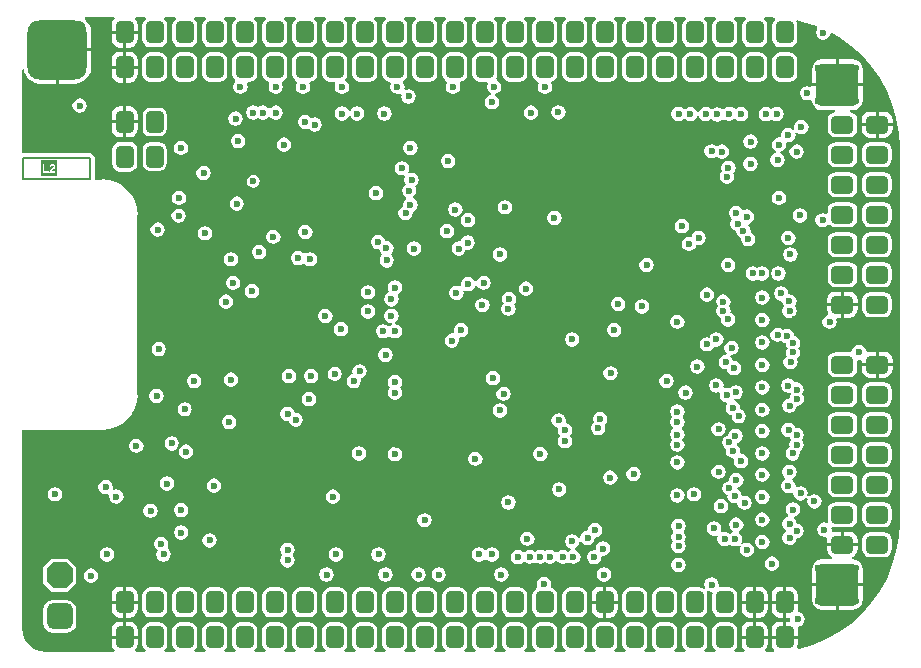
<source format=gbr>
%TF.GenerationSoftware,Altium Limited,Altium Designer,21.1.0 (24)*%
G04 Layer_Physical_Order=2*
G04 Layer_Color=36540*
%FSLAX45Y45*%
%MOMM*%
%TF.SameCoordinates,22AD4BEA-BF74-4225-A0B4-C9A39FC99EA3*%
%TF.FilePolarity,Positive*%
%TF.FileFunction,Copper,L2,Inr,Signal*%
%TF.Part,Single*%
G01*
G75*
%TA.AperFunction,NonConductor*%
%ADD76C,0.15000*%
%TA.AperFunction,ComponentPad*%
G04:AMPARAMS|DCode=89|XSize=5mm|YSize=5mm|CornerRadius=1mm|HoleSize=0mm|Usage=FLASHONLY|Rotation=0.000|XOffset=0mm|YOffset=0mm|HoleType=Round|Shape=RoundedRectangle|*
%AMROUNDEDRECTD89*
21,1,5.00000,3.00000,0,0,0.0*
21,1,3.00000,5.00000,0,0,0.0*
1,1,2.00000,1.50000,-1.50000*
1,1,2.00000,-1.50000,-1.50000*
1,1,2.00000,-1.50000,1.50000*
1,1,2.00000,1.50000,1.50000*
%
%ADD89ROUNDEDRECTD89*%
G04:AMPARAMS|DCode=90|XSize=2.2mm|YSize=2.2mm|CornerRadius=0mm|HoleSize=0mm|Usage=FLASHONLY|Rotation=270.000|XOffset=0mm|YOffset=0mm|HoleType=Round|Shape=Octagon|*
%AMOCTAGOND90*
4,1,8,-0.55000,-1.10000,0.55000,-1.10000,1.10000,-0.55000,1.10000,0.55000,0.55000,1.10000,-0.55000,1.10000,-1.10000,0.55000,-1.10000,-0.55000,-0.55000,-1.10000,0.0*
%
%ADD90OCTAGOND90*%

G04:AMPARAMS|DCode=91|XSize=2.2mm|YSize=2.2mm|CornerRadius=0.55mm|HoleSize=0mm|Usage=FLASHONLY|Rotation=270.000|XOffset=0mm|YOffset=0mm|HoleType=Round|Shape=RoundedRectangle|*
%AMROUNDEDRECTD91*
21,1,2.20000,1.10000,0,0,270.0*
21,1,1.10000,2.20000,0,0,270.0*
1,1,1.10000,-0.55000,-0.55000*
1,1,1.10000,-0.55000,0.55000*
1,1,1.10000,0.55000,0.55000*
1,1,1.10000,0.55000,-0.55000*
%
%ADD91ROUNDEDRECTD91*%
%TA.AperFunction,ViaPad*%
%ADD92C,0.60000*%
%ADD93C,1.20000*%
%TA.AperFunction,ComponentPad*%
G04:AMPARAMS|DCode=94|XSize=1.5mm|YSize=1.9mm|CornerRadius=0.375mm|HoleSize=0mm|Usage=FLASHONLY|Rotation=0.000|XOffset=0mm|YOffset=0mm|HoleType=Round|Shape=RoundedRectangle|*
%AMROUNDEDRECTD94*
21,1,1.50000,1.15000,0,0,0.0*
21,1,0.75000,1.90000,0,0,0.0*
1,1,0.75000,0.37500,-0.57500*
1,1,0.75000,-0.37500,-0.57500*
1,1,0.75000,-0.37500,0.57500*
1,1,0.75000,0.37500,0.57500*
%
%ADD94ROUNDEDRECTD94*%
G04:AMPARAMS|DCode=95|XSize=1.5mm|YSize=1.9mm|CornerRadius=0.375mm|HoleSize=0mm|Usage=FLASHONLY|Rotation=270.000|XOffset=0mm|YOffset=0mm|HoleType=Round|Shape=RoundedRectangle|*
%AMROUNDEDRECTD95*
21,1,1.50000,1.15000,0,0,270.0*
21,1,0.75000,1.90000,0,0,270.0*
1,1,0.75000,-0.57500,-0.37500*
1,1,0.75000,-0.57500,0.37500*
1,1,0.75000,0.57500,0.37500*
1,1,0.75000,0.57500,-0.37500*
%
%ADD95ROUNDEDRECTD95*%
G04:AMPARAMS|DCode=96|XSize=3.6mm|YSize=3.6mm|CornerRadius=0.54mm|HoleSize=0mm|Usage=FLASHONLY|Rotation=0.000|XOffset=0mm|YOffset=0mm|HoleType=Round|Shape=RoundedRectangle|*
%AMROUNDEDRECTD96*
21,1,3.60000,2.52000,0,0,0.0*
21,1,2.52000,3.60000,0,0,0.0*
1,1,1.08000,1.26000,-1.26000*
1,1,1.08000,-1.26000,-1.26000*
1,1,1.08000,-1.26000,1.26000*
1,1,1.08000,1.26000,1.26000*
%
%ADD96ROUNDEDRECTD96*%
G36*
X7493002Y5417006D02*
Y5417006D01*
X7507894Y5416745D01*
X7534640Y5415242D01*
X7538805Y5399985D01*
X7533836Y5396664D01*
X7518917Y5374337D01*
X7513678Y5348000D01*
Y5233000D01*
X7518917Y5206663D01*
X7533836Y5184336D01*
X7556163Y5169417D01*
X7582500Y5164178D01*
X7657500D01*
X7683837Y5169417D01*
X7706164Y5184336D01*
X7721083Y5206663D01*
X7726322Y5233000D01*
Y5348000D01*
X7721083Y5374337D01*
X7717675Y5379438D01*
X7725832Y5392026D01*
X7737693Y5390011D01*
X7856187Y5355873D01*
X7892162Y5340972D01*
X7896631Y5322884D01*
X7888689Y5310999D01*
X7884032Y5287588D01*
X7888689Y5264177D01*
X7901950Y5244330D01*
X7921797Y5231069D01*
X7945208Y5226412D01*
X7968619Y5231069D01*
X7988465Y5244330D01*
X8001727Y5264177D01*
X8003500Y5273092D01*
X8020351Y5280918D01*
X8078040Y5249034D01*
X8178610Y5177676D01*
X8270558Y5095506D01*
X8352728Y5003559D01*
X8424085Y4902989D01*
X8483734Y4795062D01*
X8530925Y4681135D01*
X8565062Y4562641D01*
X8585718Y4441070D01*
X8592505Y4320213D01*
X8592056Y4317954D01*
Y1143246D01*
X8592006Y1142998D01*
X8592006D01*
X8591745Y1128106D01*
X8585667Y1019879D01*
X8565011Y898307D01*
X8530873Y779813D01*
X8483683Y665886D01*
X8424034Y557960D01*
X8352676Y457390D01*
X8270506Y365442D01*
X8178559Y283272D01*
X8077989Y211915D01*
X7970062Y152266D01*
X7856135Y105075D01*
X7737641Y70938D01*
X7732584Y70079D01*
X7724426Y82666D01*
X7725793Y84712D01*
X7731420Y113000D01*
Y157800D01*
X7508580D01*
Y113000D01*
X7514207Y84712D01*
X7530231Y60731D01*
X7531639Y59789D01*
X7527690Y45319D01*
X7495249Y43497D01*
X7493000Y43944D01*
X7457646D01*
X7453096Y58944D01*
X7455769Y60731D01*
X7471793Y84712D01*
X7477420Y113000D01*
Y157800D01*
X7254580D01*
Y113000D01*
X7260207Y84712D01*
X7276231Y60731D01*
X7278904Y58944D01*
X7274354Y43944D01*
X7194646D01*
X7190096Y58944D01*
X7198164Y64336D01*
X7213083Y86663D01*
X7218322Y113000D01*
Y228000D01*
X7213083Y254337D01*
X7198164Y276664D01*
X7175837Y291583D01*
X7149500Y296822D01*
X7074500D01*
X7048163Y291583D01*
X7025836Y276664D01*
X7010917Y254337D01*
X7005678Y228000D01*
Y113000D01*
X7010917Y86663D01*
X7025836Y64336D01*
X7033904Y58944D01*
X7029354Y43944D01*
X6940646D01*
X6936096Y58944D01*
X6944164Y64336D01*
X6959083Y86663D01*
X6964322Y113000D01*
Y228000D01*
X6959083Y254337D01*
X6944164Y276664D01*
X6921837Y291583D01*
X6895500Y296822D01*
X6820500D01*
X6794163Y291583D01*
X6771836Y276664D01*
X6756917Y254337D01*
X6751678Y228000D01*
Y113000D01*
X6756917Y86663D01*
X6771836Y64336D01*
X6779904Y58944D01*
X6775354Y43944D01*
X6686646D01*
X6682096Y58944D01*
X6690164Y64336D01*
X6705083Y86663D01*
X6710322Y113000D01*
Y228000D01*
X6705083Y254337D01*
X6690164Y276664D01*
X6667837Y291583D01*
X6641500Y296822D01*
X6566500D01*
X6540163Y291583D01*
X6517836Y276664D01*
X6502917Y254337D01*
X6497678Y228000D01*
Y113000D01*
X6502917Y86663D01*
X6517836Y64336D01*
X6525904Y58944D01*
X6521354Y43944D01*
X6432646D01*
X6428096Y58944D01*
X6436164Y64336D01*
X6451083Y86663D01*
X6456322Y113000D01*
Y228000D01*
X6451083Y254337D01*
X6436164Y276664D01*
X6413837Y291583D01*
X6387500Y296822D01*
X6312500D01*
X6286163Y291583D01*
X6263836Y276664D01*
X6248917Y254337D01*
X6243678Y228000D01*
Y113000D01*
X6248917Y86663D01*
X6263836Y64336D01*
X6271904Y58944D01*
X6267354Y43944D01*
X6178646D01*
X6174096Y58944D01*
X6182164Y64336D01*
X6197083Y86663D01*
X6202322Y113000D01*
Y228000D01*
X6197083Y254337D01*
X6182164Y276664D01*
X6159837Y291583D01*
X6133500Y296822D01*
X6058500D01*
X6032163Y291583D01*
X6009836Y276664D01*
X5994917Y254337D01*
X5989678Y228000D01*
Y113000D01*
X5994917Y86663D01*
X6009836Y64336D01*
X6017904Y58944D01*
X6013354Y43944D01*
X5924646D01*
X5920096Y58944D01*
X5928164Y64336D01*
X5943083Y86663D01*
X5948322Y113000D01*
Y228000D01*
X5943083Y254337D01*
X5928164Y276664D01*
X5905837Y291583D01*
X5879500Y296822D01*
X5804500D01*
X5778163Y291583D01*
X5755836Y276664D01*
X5740917Y254337D01*
X5735678Y228000D01*
Y113000D01*
X5740917Y86663D01*
X5755836Y64336D01*
X5763904Y58944D01*
X5759354Y43944D01*
X5670646D01*
X5666096Y58944D01*
X5674164Y64336D01*
X5689083Y86663D01*
X5694322Y113000D01*
Y228000D01*
X5689083Y254337D01*
X5674164Y276664D01*
X5651837Y291583D01*
X5625500Y296822D01*
X5550500D01*
X5524163Y291583D01*
X5501836Y276664D01*
X5486917Y254337D01*
X5481678Y228000D01*
Y113000D01*
X5486917Y86663D01*
X5501836Y64336D01*
X5509904Y58944D01*
X5505354Y43944D01*
X5416646D01*
X5412096Y58944D01*
X5420164Y64336D01*
X5435083Y86663D01*
X5440322Y113000D01*
Y228000D01*
X5435083Y254337D01*
X5420164Y276664D01*
X5397837Y291583D01*
X5371500Y296822D01*
X5296500D01*
X5270163Y291583D01*
X5247836Y276664D01*
X5232917Y254337D01*
X5227678Y228000D01*
Y113000D01*
X5232917Y86663D01*
X5247836Y64336D01*
X5255904Y58944D01*
X5251354Y43944D01*
X5162646D01*
X5158096Y58944D01*
X5166164Y64336D01*
X5181083Y86663D01*
X5186322Y113000D01*
Y228000D01*
X5181083Y254337D01*
X5166164Y276664D01*
X5143837Y291583D01*
X5117500Y296822D01*
X5042500D01*
X5016163Y291583D01*
X4993836Y276664D01*
X4978917Y254337D01*
X4973678Y228000D01*
Y113000D01*
X4978917Y86663D01*
X4993836Y64336D01*
X5001904Y58944D01*
X4997354Y43944D01*
X4908646D01*
X4904096Y58944D01*
X4912164Y64336D01*
X4927083Y86663D01*
X4932322Y113000D01*
Y228000D01*
X4927083Y254337D01*
X4912164Y276664D01*
X4889837Y291583D01*
X4863500Y296822D01*
X4788500D01*
X4762163Y291583D01*
X4739836Y276664D01*
X4724917Y254337D01*
X4719678Y228000D01*
Y113000D01*
X4724917Y86663D01*
X4739836Y64336D01*
X4747904Y58944D01*
X4743354Y43944D01*
X4654646D01*
X4650096Y58944D01*
X4658164Y64336D01*
X4673083Y86663D01*
X4678322Y113000D01*
Y228000D01*
X4673083Y254337D01*
X4658164Y276664D01*
X4635837Y291583D01*
X4609500Y296822D01*
X4534500D01*
X4508163Y291583D01*
X4485836Y276664D01*
X4470917Y254337D01*
X4465678Y228000D01*
Y113000D01*
X4470917Y86663D01*
X4485836Y64336D01*
X4493904Y58944D01*
X4489354Y43944D01*
X4400646D01*
X4396096Y58944D01*
X4404164Y64336D01*
X4419083Y86663D01*
X4424322Y113000D01*
Y228000D01*
X4419083Y254337D01*
X4404164Y276664D01*
X4381837Y291583D01*
X4355500Y296822D01*
X4280500D01*
X4254163Y291583D01*
X4231836Y276664D01*
X4216917Y254337D01*
X4211678Y228000D01*
Y113000D01*
X4216917Y86663D01*
X4231836Y64336D01*
X4239904Y58944D01*
X4235354Y43944D01*
X4146646D01*
X4142096Y58944D01*
X4150164Y64336D01*
X4165083Y86663D01*
X4170322Y113000D01*
Y228000D01*
X4165083Y254337D01*
X4150164Y276664D01*
X4127837Y291583D01*
X4101500Y296822D01*
X4026500D01*
X4000163Y291583D01*
X3977836Y276664D01*
X3962917Y254337D01*
X3957678Y228000D01*
Y113000D01*
X3962917Y86663D01*
X3977836Y64336D01*
X3985904Y58944D01*
X3981354Y43944D01*
X3892646D01*
X3888096Y58944D01*
X3896164Y64336D01*
X3911083Y86663D01*
X3916322Y113000D01*
Y228000D01*
X3911083Y254337D01*
X3896164Y276664D01*
X3873837Y291583D01*
X3847500Y296822D01*
X3772500D01*
X3746163Y291583D01*
X3723836Y276664D01*
X3708917Y254337D01*
X3703678Y228000D01*
Y113000D01*
X3708917Y86663D01*
X3723836Y64336D01*
X3731904Y58944D01*
X3727354Y43944D01*
X3638646D01*
X3634096Y58944D01*
X3642164Y64336D01*
X3657083Y86663D01*
X3662322Y113000D01*
Y228000D01*
X3657083Y254337D01*
X3642164Y276664D01*
X3619837Y291583D01*
X3593500Y296822D01*
X3518500D01*
X3492163Y291583D01*
X3469836Y276664D01*
X3454917Y254337D01*
X3449678Y228000D01*
Y113000D01*
X3454917Y86663D01*
X3469836Y64336D01*
X3477904Y58944D01*
X3473354Y43944D01*
X3384646D01*
X3380096Y58944D01*
X3388164Y64336D01*
X3403083Y86663D01*
X3408322Y113000D01*
Y228000D01*
X3403083Y254337D01*
X3388164Y276664D01*
X3365837Y291583D01*
X3339500Y296822D01*
X3264500D01*
X3238163Y291583D01*
X3215836Y276664D01*
X3200917Y254337D01*
X3195678Y228000D01*
Y113000D01*
X3200917Y86663D01*
X3215836Y64336D01*
X3223904Y58944D01*
X3219354Y43944D01*
X3130646D01*
X3126096Y58944D01*
X3134164Y64336D01*
X3149083Y86663D01*
X3154322Y113000D01*
Y228000D01*
X3149083Y254337D01*
X3134164Y276664D01*
X3111837Y291583D01*
X3085500Y296822D01*
X3010500D01*
X2984163Y291583D01*
X2961836Y276664D01*
X2946917Y254337D01*
X2941678Y228000D01*
Y113000D01*
X2946917Y86663D01*
X2961836Y64336D01*
X2969904Y58944D01*
X2965354Y43944D01*
X2876646D01*
X2872096Y58944D01*
X2880164Y64336D01*
X2895083Y86663D01*
X2900322Y113000D01*
Y228000D01*
X2895083Y254337D01*
X2880164Y276664D01*
X2857837Y291583D01*
X2831500Y296822D01*
X2756500D01*
X2730163Y291583D01*
X2707836Y276664D01*
X2692917Y254337D01*
X2687678Y228000D01*
Y113000D01*
X2692917Y86663D01*
X2707836Y64336D01*
X2715904Y58944D01*
X2711354Y43944D01*
X2622646D01*
X2618096Y58944D01*
X2626164Y64336D01*
X2641083Y86663D01*
X2646322Y113000D01*
Y228000D01*
X2641083Y254337D01*
X2626164Y276664D01*
X2603837Y291583D01*
X2577500Y296822D01*
X2502500D01*
X2476163Y291583D01*
X2453836Y276664D01*
X2438917Y254337D01*
X2433678Y228000D01*
Y113000D01*
X2438917Y86663D01*
X2453836Y64336D01*
X2461904Y58944D01*
X2457354Y43944D01*
X2368646D01*
X2364096Y58944D01*
X2372164Y64336D01*
X2387083Y86663D01*
X2392322Y113000D01*
Y228000D01*
X2387083Y254337D01*
X2372164Y276664D01*
X2349837Y291583D01*
X2323500Y296822D01*
X2248500D01*
X2222163Y291583D01*
X2199836Y276664D01*
X2184917Y254337D01*
X2179678Y228000D01*
Y113000D01*
X2184917Y86663D01*
X2199836Y64336D01*
X2207904Y58944D01*
X2203354Y43944D01*
X2123646D01*
X2119096Y58944D01*
X2121769Y60731D01*
X2137793Y84712D01*
X2143420Y113000D01*
Y157800D01*
X1920580D01*
Y113000D01*
X1926207Y84712D01*
X1942231Y60731D01*
X1944904Y58944D01*
X1940354Y43944D01*
X1371600D01*
X1369643Y43555D01*
X1317066Y50477D01*
X1266249Y71526D01*
X1222611Y105011D01*
X1189126Y148649D01*
X1168077Y199466D01*
X1161155Y252043D01*
X1161544Y254000D01*
Y1924556D01*
X1841500D01*
Y1923962D01*
X1899742Y1929699D01*
X1955745Y1946687D01*
X2007359Y1974275D01*
X2052598Y2011402D01*
X2089725Y2056641D01*
X2117313Y2108255D01*
X2134301Y2164258D01*
X2140038Y2222500D01*
X2139444D01*
Y3746500D01*
X2140038D01*
X2134301Y3804742D01*
X2117313Y3860745D01*
X2089725Y3912359D01*
X2052598Y3957598D01*
X2007359Y3994725D01*
X1955745Y4022313D01*
X1899742Y4039301D01*
X1841500Y4045038D01*
Y4044444D01*
X1782525D01*
X1776734Y4051500D01*
Y4228500D01*
X1773824Y4243132D01*
X1765536Y4255536D01*
X1753132Y4263824D01*
X1738500Y4266734D01*
X1171500D01*
X1161544Y4274905D01*
Y4975738D01*
X1176544Y4976721D01*
X1178975Y4958258D01*
X1192578Y4925418D01*
X1214217Y4897217D01*
X1242418Y4875578D01*
X1275258Y4861975D01*
X1310500Y4857335D01*
X1447800D01*
Y5143500D01*
X1460500D01*
Y5156200D01*
X1746665D01*
Y5293500D01*
X1742025Y5328742D01*
X1728422Y5361582D01*
X1706783Y5389783D01*
X1690789Y5402056D01*
X1695881Y5417056D01*
X1940354D01*
X1944904Y5402056D01*
X1942231Y5400269D01*
X1926207Y5376288D01*
X1920580Y5348000D01*
Y5303200D01*
X2143420D01*
Y5348000D01*
X2137793Y5376288D01*
X2121769Y5400269D01*
X2119096Y5402056D01*
X2123646Y5417056D01*
X2203354D01*
X2207904Y5402056D01*
X2199836Y5396664D01*
X2184917Y5374337D01*
X2179678Y5348000D01*
Y5233000D01*
X2184917Y5206663D01*
X2199836Y5184336D01*
X2222163Y5169417D01*
X2248500Y5164178D01*
X2323500D01*
X2349837Y5169417D01*
X2372164Y5184336D01*
X2387083Y5206663D01*
X2392322Y5233000D01*
Y5348000D01*
X2387083Y5374337D01*
X2372164Y5396664D01*
X2364096Y5402056D01*
X2368646Y5417056D01*
X2457354D01*
X2461904Y5402056D01*
X2453836Y5396664D01*
X2438917Y5374337D01*
X2433678Y5348000D01*
Y5233000D01*
X2438917Y5206663D01*
X2453836Y5184336D01*
X2476163Y5169417D01*
X2502500Y5164178D01*
X2577500D01*
X2603837Y5169417D01*
X2626164Y5184336D01*
X2641083Y5206663D01*
X2646322Y5233000D01*
Y5348000D01*
X2641083Y5374337D01*
X2626164Y5396664D01*
X2618096Y5402056D01*
X2622646Y5417056D01*
X2711354D01*
X2715904Y5402056D01*
X2707836Y5396664D01*
X2692917Y5374337D01*
X2687678Y5348000D01*
Y5233000D01*
X2692917Y5206663D01*
X2707836Y5184336D01*
X2730163Y5169417D01*
X2756500Y5164178D01*
X2831500D01*
X2857837Y5169417D01*
X2880164Y5184336D01*
X2895083Y5206663D01*
X2900322Y5233000D01*
Y5348000D01*
X2895083Y5374337D01*
X2880164Y5396664D01*
X2872096Y5402056D01*
X2876646Y5417056D01*
X2965354D01*
X2969904Y5402056D01*
X2961836Y5396664D01*
X2946917Y5374337D01*
X2941678Y5348000D01*
Y5233000D01*
X2946917Y5206663D01*
X2961836Y5184336D01*
X2984163Y5169417D01*
X3010500Y5164178D01*
X3085500D01*
X3111837Y5169417D01*
X3134164Y5184336D01*
X3149083Y5206663D01*
X3154322Y5233000D01*
Y5348000D01*
X3149083Y5374337D01*
X3134164Y5396664D01*
X3126096Y5402056D01*
X3130646Y5417056D01*
X3219354D01*
X3223904Y5402056D01*
X3215836Y5396664D01*
X3200917Y5374337D01*
X3195678Y5348000D01*
Y5233000D01*
X3200917Y5206663D01*
X3215836Y5184336D01*
X3238163Y5169417D01*
X3264500Y5164178D01*
X3339500D01*
X3365837Y5169417D01*
X3388164Y5184336D01*
X3403083Y5206663D01*
X3408322Y5233000D01*
Y5348000D01*
X3403083Y5374337D01*
X3388164Y5396664D01*
X3380096Y5402056D01*
X3384646Y5417056D01*
X3473354D01*
X3477904Y5402056D01*
X3469836Y5396664D01*
X3454917Y5374337D01*
X3449678Y5348000D01*
Y5233000D01*
X3454917Y5206663D01*
X3469836Y5184336D01*
X3492163Y5169417D01*
X3518500Y5164178D01*
X3593500D01*
X3619837Y5169417D01*
X3642164Y5184336D01*
X3657083Y5206663D01*
X3662322Y5233000D01*
Y5348000D01*
X3657083Y5374337D01*
X3642164Y5396664D01*
X3634096Y5402056D01*
X3638646Y5417056D01*
X3727354D01*
X3731904Y5402056D01*
X3723836Y5396664D01*
X3708917Y5374337D01*
X3703678Y5348000D01*
Y5233000D01*
X3708917Y5206663D01*
X3723836Y5184336D01*
X3746163Y5169417D01*
X3772500Y5164178D01*
X3847500D01*
X3873837Y5169417D01*
X3896164Y5184336D01*
X3911083Y5206663D01*
X3916322Y5233000D01*
Y5348000D01*
X3911083Y5374337D01*
X3896164Y5396664D01*
X3888096Y5402056D01*
X3892646Y5417056D01*
X3981354D01*
X3985904Y5402056D01*
X3977836Y5396664D01*
X3962917Y5374337D01*
X3957678Y5348000D01*
Y5233000D01*
X3962917Y5206663D01*
X3977836Y5184336D01*
X4000163Y5169417D01*
X4026500Y5164178D01*
X4101500D01*
X4127837Y5169417D01*
X4150164Y5184336D01*
X4165083Y5206663D01*
X4170322Y5233000D01*
Y5348000D01*
X4165083Y5374337D01*
X4150164Y5396664D01*
X4142096Y5402056D01*
X4146646Y5417056D01*
X4235354D01*
X4239904Y5402056D01*
X4231836Y5396664D01*
X4216917Y5374337D01*
X4211678Y5348000D01*
Y5233000D01*
X4216917Y5206663D01*
X4231836Y5184336D01*
X4254163Y5169417D01*
X4280500Y5164178D01*
X4355500D01*
X4381837Y5169417D01*
X4404164Y5184336D01*
X4419083Y5206663D01*
X4424322Y5233000D01*
Y5348000D01*
X4419083Y5374337D01*
X4404164Y5396664D01*
X4396096Y5402056D01*
X4400646Y5417056D01*
X4489354D01*
X4493904Y5402056D01*
X4485836Y5396664D01*
X4470917Y5374337D01*
X4465678Y5348000D01*
Y5233000D01*
X4470917Y5206663D01*
X4485836Y5184336D01*
X4508163Y5169417D01*
X4534500Y5164178D01*
X4609500D01*
X4635837Y5169417D01*
X4658164Y5184336D01*
X4673083Y5206663D01*
X4678322Y5233000D01*
Y5348000D01*
X4673083Y5374337D01*
X4658164Y5396664D01*
X4650096Y5402056D01*
X4654646Y5417056D01*
X4743354D01*
X4747904Y5402056D01*
X4739836Y5396664D01*
X4724917Y5374337D01*
X4719678Y5348000D01*
Y5233000D01*
X4724917Y5206663D01*
X4739836Y5184336D01*
X4762163Y5169417D01*
X4788500Y5164178D01*
X4863500D01*
X4889837Y5169417D01*
X4912164Y5184336D01*
X4927083Y5206663D01*
X4932322Y5233000D01*
Y5348000D01*
X4927083Y5374337D01*
X4912164Y5396664D01*
X4904096Y5402056D01*
X4908646Y5417056D01*
X4997354D01*
X5001904Y5402056D01*
X4993836Y5396664D01*
X4978917Y5374337D01*
X4973678Y5348000D01*
Y5233000D01*
X4978917Y5206663D01*
X4993836Y5184336D01*
X5016163Y5169417D01*
X5042500Y5164178D01*
X5117500D01*
X5143837Y5169417D01*
X5166164Y5184336D01*
X5181083Y5206663D01*
X5186322Y5233000D01*
Y5348000D01*
X5181083Y5374337D01*
X5166164Y5396664D01*
X5158096Y5402056D01*
X5162646Y5417056D01*
X5251354D01*
X5255904Y5402056D01*
X5247836Y5396664D01*
X5232917Y5374337D01*
X5227678Y5348000D01*
Y5233000D01*
X5232917Y5206663D01*
X5247836Y5184336D01*
X5270163Y5169417D01*
X5296500Y5164178D01*
X5371500D01*
X5397837Y5169417D01*
X5420164Y5184336D01*
X5435083Y5206663D01*
X5440322Y5233000D01*
Y5348000D01*
X5435083Y5374337D01*
X5420164Y5396664D01*
X5412096Y5402056D01*
X5416646Y5417056D01*
X5505354D01*
X5509904Y5402056D01*
X5501836Y5396664D01*
X5486917Y5374337D01*
X5481678Y5348000D01*
Y5233000D01*
X5486917Y5206663D01*
X5501836Y5184336D01*
X5524163Y5169417D01*
X5550500Y5164178D01*
X5625500D01*
X5651837Y5169417D01*
X5674164Y5184336D01*
X5689083Y5206663D01*
X5694322Y5233000D01*
Y5348000D01*
X5689083Y5374337D01*
X5674164Y5396664D01*
X5666096Y5402056D01*
X5670646Y5417056D01*
X5759354D01*
X5763904Y5402056D01*
X5755836Y5396664D01*
X5740917Y5374337D01*
X5735678Y5348000D01*
Y5233000D01*
X5740917Y5206663D01*
X5755836Y5184336D01*
X5778163Y5169417D01*
X5804500Y5164178D01*
X5879500D01*
X5905837Y5169417D01*
X5928164Y5184336D01*
X5943083Y5206663D01*
X5948322Y5233000D01*
Y5348000D01*
X5943083Y5374337D01*
X5928164Y5396664D01*
X5920096Y5402056D01*
X5924646Y5417056D01*
X6013354D01*
X6017904Y5402056D01*
X6009836Y5396664D01*
X5994917Y5374337D01*
X5989678Y5348000D01*
Y5233000D01*
X5994917Y5206663D01*
X6009836Y5184336D01*
X6032163Y5169417D01*
X6058500Y5164178D01*
X6133500D01*
X6159837Y5169417D01*
X6182164Y5184336D01*
X6197083Y5206663D01*
X6202322Y5233000D01*
Y5348000D01*
X6197083Y5374337D01*
X6182164Y5396664D01*
X6174096Y5402056D01*
X6178646Y5417056D01*
X6267354D01*
X6271904Y5402056D01*
X6263836Y5396664D01*
X6248917Y5374337D01*
X6243678Y5348000D01*
Y5233000D01*
X6248917Y5206663D01*
X6263836Y5184336D01*
X6286163Y5169417D01*
X6312500Y5164178D01*
X6387500D01*
X6413837Y5169417D01*
X6436164Y5184336D01*
X6451083Y5206663D01*
X6456322Y5233000D01*
Y5348000D01*
X6451083Y5374337D01*
X6436164Y5396664D01*
X6428096Y5402056D01*
X6432646Y5417056D01*
X6521354D01*
X6525904Y5402056D01*
X6517836Y5396664D01*
X6502917Y5374337D01*
X6497678Y5348000D01*
Y5233000D01*
X6502917Y5206663D01*
X6517836Y5184336D01*
X6540163Y5169417D01*
X6566500Y5164178D01*
X6641500D01*
X6667837Y5169417D01*
X6690164Y5184336D01*
X6705083Y5206663D01*
X6710322Y5233000D01*
Y5348000D01*
X6705083Y5374337D01*
X6690164Y5396664D01*
X6682096Y5402056D01*
X6686646Y5417056D01*
X6775354D01*
X6779904Y5402056D01*
X6771836Y5396664D01*
X6756917Y5374337D01*
X6751678Y5348000D01*
Y5233000D01*
X6756917Y5206663D01*
X6771836Y5184336D01*
X6794163Y5169417D01*
X6820500Y5164178D01*
X6895500D01*
X6921837Y5169417D01*
X6944164Y5184336D01*
X6959083Y5206663D01*
X6964322Y5233000D01*
Y5348000D01*
X6959083Y5374337D01*
X6944164Y5396664D01*
X6936096Y5402056D01*
X6940646Y5417056D01*
X7029354D01*
X7033904Y5402056D01*
X7025836Y5396664D01*
X7010917Y5374337D01*
X7005678Y5348000D01*
Y5233000D01*
X7010917Y5206663D01*
X7025836Y5184336D01*
X7048163Y5169417D01*
X7074500Y5164178D01*
X7149500D01*
X7175837Y5169417D01*
X7198164Y5184336D01*
X7213083Y5206663D01*
X7218322Y5233000D01*
Y5348000D01*
X7213083Y5374337D01*
X7198164Y5396664D01*
X7190096Y5402056D01*
X7194646Y5417056D01*
X7283354D01*
X7287904Y5402056D01*
X7279836Y5396664D01*
X7264917Y5374337D01*
X7259678Y5348000D01*
Y5233000D01*
X7264917Y5206663D01*
X7279836Y5184336D01*
X7302163Y5169417D01*
X7328500Y5164178D01*
X7403500D01*
X7429837Y5169417D01*
X7452164Y5184336D01*
X7467083Y5206663D01*
X7472322Y5233000D01*
Y5348000D01*
X7467083Y5374337D01*
X7452164Y5396664D01*
X7444096Y5402056D01*
X7448646Y5417056D01*
X7492754D01*
X7493002Y5417006D01*
D02*
G37*
G36*
X1455500Y4074500D02*
X1324500D01*
Y4205500D01*
X1455500D01*
Y4074500D01*
D02*
G37*
%LPC*%
G36*
X2143420Y5277800D02*
X2044700D01*
Y5159080D01*
X2069500D01*
X2097788Y5164707D01*
X2121769Y5180731D01*
X2137793Y5204712D01*
X2143420Y5233000D01*
Y5277800D01*
D02*
G37*
G36*
X2019300D02*
X1920580D01*
Y5233000D01*
X1926207Y5204712D01*
X1942231Y5180731D01*
X1966212Y5164707D01*
X1994500Y5159080D01*
X2019300D01*
Y5277800D01*
D02*
G37*
G36*
X2069500Y5127920D02*
X2044700D01*
Y5009200D01*
X2143420D01*
Y5054000D01*
X2137793Y5082288D01*
X2121769Y5106269D01*
X2097788Y5122293D01*
X2069500Y5127920D01*
D02*
G37*
G36*
X2019300D02*
X1994500D01*
X1966212Y5122293D01*
X1942231Y5106269D01*
X1926207Y5082288D01*
X1920580Y5054000D01*
Y5009200D01*
X2019300D01*
Y5127920D01*
D02*
G37*
G36*
X7657500Y5122822D02*
X7582500D01*
X7556163Y5117583D01*
X7533836Y5102664D01*
X7518917Y5080337D01*
X7513678Y5054000D01*
Y4939000D01*
X7518917Y4912663D01*
X7533836Y4890336D01*
X7556163Y4875417D01*
X7582500Y4870178D01*
X7657500D01*
X7683837Y4875417D01*
X7706164Y4890336D01*
X7721083Y4912663D01*
X7726322Y4939000D01*
Y5054000D01*
X7721083Y5080337D01*
X7706164Y5102664D01*
X7683837Y5117583D01*
X7657500Y5122822D01*
D02*
G37*
G36*
X7403500D02*
X7328500D01*
X7302163Y5117583D01*
X7279836Y5102664D01*
X7264917Y5080337D01*
X7259678Y5054000D01*
Y4939000D01*
X7264917Y4912663D01*
X7279836Y4890336D01*
X7302163Y4875417D01*
X7328500Y4870178D01*
X7403500D01*
X7429837Y4875417D01*
X7452164Y4890336D01*
X7467083Y4912663D01*
X7472322Y4939000D01*
Y5054000D01*
X7467083Y5080337D01*
X7452164Y5102664D01*
X7429837Y5117583D01*
X7403500Y5122822D01*
D02*
G37*
G36*
X7149500D02*
X7074500D01*
X7048163Y5117583D01*
X7025836Y5102664D01*
X7010917Y5080337D01*
X7005678Y5054000D01*
Y4939000D01*
X7010917Y4912663D01*
X7025836Y4890336D01*
X7048163Y4875417D01*
X7074500Y4870178D01*
X7149500D01*
X7175837Y4875417D01*
X7198164Y4890336D01*
X7213083Y4912663D01*
X7218322Y4939000D01*
Y5054000D01*
X7213083Y5080337D01*
X7198164Y5102664D01*
X7175837Y5117583D01*
X7149500Y5122822D01*
D02*
G37*
G36*
X6895500D02*
X6820500D01*
X6794163Y5117583D01*
X6771836Y5102664D01*
X6756917Y5080337D01*
X6751678Y5054000D01*
Y4939000D01*
X6756917Y4912663D01*
X6771836Y4890336D01*
X6794163Y4875417D01*
X6820500Y4870178D01*
X6895500D01*
X6921837Y4875417D01*
X6944164Y4890336D01*
X6959083Y4912663D01*
X6964322Y4939000D01*
Y5054000D01*
X6959083Y5080337D01*
X6944164Y5102664D01*
X6921837Y5117583D01*
X6895500Y5122822D01*
D02*
G37*
G36*
X6641500D02*
X6566500D01*
X6540163Y5117583D01*
X6517836Y5102664D01*
X6502917Y5080337D01*
X6497678Y5054000D01*
Y4939000D01*
X6502917Y4912663D01*
X6517836Y4890336D01*
X6540163Y4875417D01*
X6566500Y4870178D01*
X6641500D01*
X6667837Y4875417D01*
X6690164Y4890336D01*
X6705083Y4912663D01*
X6710322Y4939000D01*
Y5054000D01*
X6705083Y5080337D01*
X6690164Y5102664D01*
X6667837Y5117583D01*
X6641500Y5122822D01*
D02*
G37*
G36*
X6387500D02*
X6312500D01*
X6286163Y5117583D01*
X6263836Y5102664D01*
X6248917Y5080337D01*
X6243678Y5054000D01*
Y4939000D01*
X6248917Y4912663D01*
X6263836Y4890336D01*
X6286163Y4875417D01*
X6312500Y4870178D01*
X6387500D01*
X6413837Y4875417D01*
X6436164Y4890336D01*
X6451083Y4912663D01*
X6456322Y4939000D01*
Y5054000D01*
X6451083Y5080337D01*
X6436164Y5102664D01*
X6413837Y5117583D01*
X6387500Y5122822D01*
D02*
G37*
G36*
X6133500D02*
X6058500D01*
X6032163Y5117583D01*
X6009836Y5102664D01*
X5994917Y5080337D01*
X5989678Y5054000D01*
Y4939000D01*
X5994917Y4912663D01*
X6009836Y4890336D01*
X6032163Y4875417D01*
X6058500Y4870178D01*
X6133500D01*
X6159837Y4875417D01*
X6182164Y4890336D01*
X6197083Y4912663D01*
X6202322Y4939000D01*
Y5054000D01*
X6197083Y5080337D01*
X6182164Y5102664D01*
X6159837Y5117583D01*
X6133500Y5122822D01*
D02*
G37*
G36*
X5879500D02*
X5804500D01*
X5778163Y5117583D01*
X5755836Y5102664D01*
X5740917Y5080337D01*
X5735678Y5054000D01*
Y4939000D01*
X5740917Y4912663D01*
X5755836Y4890336D01*
X5778163Y4875417D01*
X5804500Y4870178D01*
X5879500D01*
X5905837Y4875417D01*
X5928164Y4890336D01*
X5943083Y4912663D01*
X5948322Y4939000D01*
Y5054000D01*
X5943083Y5080337D01*
X5928164Y5102664D01*
X5905837Y5117583D01*
X5879500Y5122822D01*
D02*
G37*
G36*
X5371500D02*
X5296500D01*
X5270163Y5117583D01*
X5247836Y5102664D01*
X5232917Y5080337D01*
X5227678Y5054000D01*
Y4939000D01*
X5232917Y4912663D01*
X5247836Y4890336D01*
X5270163Y4875417D01*
X5296500Y4870178D01*
X5371500D01*
X5397837Y4875417D01*
X5420164Y4890336D01*
X5435083Y4912663D01*
X5440322Y4939000D01*
Y5054000D01*
X5435083Y5080337D01*
X5420164Y5102664D01*
X5397837Y5117583D01*
X5371500Y5122822D01*
D02*
G37*
G36*
X4609500D02*
X4534500D01*
X4508163Y5117583D01*
X4485836Y5102664D01*
X4470917Y5080337D01*
X4465678Y5054000D01*
Y4939000D01*
X4470917Y4912663D01*
X4485836Y4890336D01*
X4508163Y4875417D01*
X4534500Y4870178D01*
X4609500D01*
X4635837Y4875417D01*
X4658164Y4890336D01*
X4673083Y4912663D01*
X4678322Y4939000D01*
Y5054000D01*
X4673083Y5080337D01*
X4658164Y5102664D01*
X4635837Y5117583D01*
X4609500Y5122822D01*
D02*
G37*
G36*
X4101500D02*
X4026500D01*
X4000163Y5117583D01*
X3977836Y5102664D01*
X3962917Y5080337D01*
X3957678Y5054000D01*
Y4939000D01*
X3962917Y4912663D01*
X3977836Y4890336D01*
X4000163Y4875417D01*
X4026500Y4870178D01*
X4101500D01*
X4127837Y4875417D01*
X4150164Y4890336D01*
X4165083Y4912663D01*
X4170322Y4939000D01*
Y5054000D01*
X4165083Y5080337D01*
X4150164Y5102664D01*
X4127837Y5117583D01*
X4101500Y5122822D01*
D02*
G37*
G36*
X2831500D02*
X2756500D01*
X2730163Y5117583D01*
X2707836Y5102664D01*
X2692917Y5080337D01*
X2687678Y5054000D01*
Y4939000D01*
X2692917Y4912663D01*
X2707836Y4890336D01*
X2730163Y4875417D01*
X2756500Y4870178D01*
X2831500D01*
X2857837Y4875417D01*
X2880164Y4890336D01*
X2895083Y4912663D01*
X2900322Y4939000D01*
Y5054000D01*
X2895083Y5080337D01*
X2880164Y5102664D01*
X2857837Y5117583D01*
X2831500Y5122822D01*
D02*
G37*
G36*
X2577500D02*
X2502500D01*
X2476163Y5117583D01*
X2453836Y5102664D01*
X2438917Y5080337D01*
X2433678Y5054000D01*
Y4939000D01*
X2438917Y4912663D01*
X2453836Y4890336D01*
X2476163Y4875417D01*
X2502500Y4870178D01*
X2577500D01*
X2603837Y4875417D01*
X2626164Y4890336D01*
X2641083Y4912663D01*
X2646322Y4939000D01*
Y5054000D01*
X2641083Y5080337D01*
X2626164Y5102664D01*
X2603837Y5117583D01*
X2577500Y5122822D01*
D02*
G37*
G36*
X2323500D02*
X2248500D01*
X2222163Y5117583D01*
X2199836Y5102664D01*
X2184917Y5080337D01*
X2179678Y5054000D01*
Y4939000D01*
X2184917Y4912663D01*
X2199836Y4890336D01*
X2222163Y4875417D01*
X2248500Y4870178D01*
X2323500D01*
X2349837Y4875417D01*
X2372164Y4890336D01*
X2387083Y4912663D01*
X2392322Y4939000D01*
Y5054000D01*
X2387083Y5080337D01*
X2372164Y5102664D01*
X2349837Y5117583D01*
X2323500Y5122822D01*
D02*
G37*
G36*
X2143420Y4983800D02*
X2044700D01*
Y4865080D01*
X2069500D01*
X2097788Y4870707D01*
X2121769Y4886731D01*
X2137793Y4910712D01*
X2143420Y4939000D01*
Y4983800D01*
D02*
G37*
G36*
X2019300D02*
X1920580D01*
Y4939000D01*
X1926207Y4910712D01*
X1942231Y4886731D01*
X1966212Y4870707D01*
X1994500Y4865080D01*
X2019300D01*
Y4983800D01*
D02*
G37*
G36*
X8190500Y5062743D02*
X8077200D01*
Y4858700D01*
X8281244D01*
Y4972000D01*
X8274336Y5006726D01*
X8254665Y5036165D01*
X8225226Y5055836D01*
X8190500Y5062743D01*
D02*
G37*
G36*
X8051800D02*
X7938500D01*
X7903774Y5055836D01*
X7874335Y5036165D01*
X7854664Y5006726D01*
X7847756Y4972000D01*
Y4858700D01*
X8051800D01*
Y5062743D01*
D02*
G37*
G36*
X1746665Y5130800D02*
X1473200D01*
Y4857335D01*
X1610500D01*
X1645742Y4861975D01*
X1678582Y4875578D01*
X1706783Y4897217D01*
X1728422Y4925418D01*
X1742025Y4958258D01*
X1746665Y4993500D01*
Y5130800D01*
D02*
G37*
G36*
X5625500Y5122822D02*
X5550500D01*
X5524163Y5117583D01*
X5501836Y5102664D01*
X5486917Y5080337D01*
X5481678Y5054000D01*
Y4939000D01*
X5486917Y4912663D01*
X5501836Y4890336D01*
X5524163Y4875417D01*
X5532127Y4873833D01*
X5537867Y4859975D01*
X5533481Y4853411D01*
X5528825Y4830000D01*
X5533481Y4806589D01*
X5546743Y4786743D01*
X5566589Y4773481D01*
X5590000Y4768825D01*
X5613411Y4773481D01*
X5633257Y4786743D01*
X5646519Y4806589D01*
X5651175Y4830000D01*
X5646519Y4853411D01*
X5641664Y4860677D01*
X5647404Y4874535D01*
X5651837Y4875417D01*
X5674164Y4890336D01*
X5689083Y4912663D01*
X5694322Y4939000D01*
Y5054000D01*
X5689083Y5080337D01*
X5674164Y5102664D01*
X5651837Y5117583D01*
X5625500Y5122822D01*
D02*
G37*
G36*
X4863500D02*
X4788500D01*
X4762163Y5117583D01*
X4739836Y5102664D01*
X4724917Y5080337D01*
X4719678Y5054000D01*
Y4939000D01*
X4724917Y4912663D01*
X4739836Y4890336D01*
X4754718Y4880391D01*
X4759932Y4862741D01*
X4759562Y4860640D01*
X4754731Y4853411D01*
X4750075Y4830000D01*
X4754731Y4806589D01*
X4767992Y4786743D01*
X4787839Y4773481D01*
X4811250Y4768825D01*
X4834661Y4773481D01*
X4854507Y4786743D01*
X4867769Y4806589D01*
X4872425Y4830000D01*
X4867769Y4853411D01*
X4866391Y4855473D01*
X4873303Y4872128D01*
X4889837Y4875417D01*
X4912164Y4890336D01*
X4927083Y4912663D01*
X4932322Y4939000D01*
Y5054000D01*
X4927083Y5080337D01*
X4912164Y5102664D01*
X4889837Y5117583D01*
X4863500Y5122822D01*
D02*
G37*
G36*
X3847500D02*
X3772500D01*
X3746163Y5117583D01*
X3723836Y5102664D01*
X3708917Y5080337D01*
X3703678Y5054000D01*
Y4939000D01*
X3708917Y4912663D01*
X3723836Y4890336D01*
X3746163Y4875417D01*
X3772500Y4870178D01*
X3808774D01*
X3815845Y4856949D01*
X3813481Y4853411D01*
X3808824Y4830000D01*
X3813481Y4806589D01*
X3826742Y4786743D01*
X3846589Y4773481D01*
X3870000Y4768825D01*
X3893411Y4773481D01*
X3913257Y4786743D01*
X3926519Y4806589D01*
X3931175Y4830000D01*
X3926519Y4853411D01*
X3913257Y4873257D01*
X3905074Y4878726D01*
X3896164Y4890336D01*
X3911083Y4912663D01*
X3916322Y4939000D01*
Y5054000D01*
X3911083Y5080337D01*
X3896164Y5102664D01*
X3873837Y5117583D01*
X3847500Y5122822D01*
D02*
G37*
G36*
X3593500D02*
X3518500D01*
X3492163Y5117583D01*
X3469836Y5102664D01*
X3454917Y5080337D01*
X3449678Y5054000D01*
Y4939000D01*
X3454917Y4912663D01*
X3469836Y4890336D01*
X3483854Y4880968D01*
X3488972Y4862509D01*
X3488627Y4861112D01*
X3483481Y4853411D01*
X3478825Y4830000D01*
X3483481Y4806589D01*
X3496743Y4786743D01*
X3516589Y4773481D01*
X3540000Y4768825D01*
X3563411Y4773481D01*
X3583258Y4786743D01*
X3596519Y4806589D01*
X3601175Y4830000D01*
X3596519Y4853411D01*
X3594949Y4855760D01*
X3602200Y4871908D01*
X3619837Y4875417D01*
X3642164Y4890336D01*
X3657083Y4912663D01*
X3662322Y4939000D01*
Y5054000D01*
X3657083Y5080337D01*
X3642164Y5102664D01*
X3619837Y5117583D01*
X3593500Y5122822D01*
D02*
G37*
G36*
X3339500D02*
X3264500D01*
X3238163Y5117583D01*
X3215836Y5102664D01*
X3200917Y5080337D01*
X3195678Y5054000D01*
Y4939000D01*
X3200917Y4912663D01*
X3215836Y4890336D01*
X3238163Y4875417D01*
X3248739Y4873313D01*
X3255643Y4856646D01*
X3253481Y4853411D01*
X3248825Y4830000D01*
X3253481Y4806589D01*
X3266743Y4786743D01*
X3286589Y4773481D01*
X3310000Y4768825D01*
X3333411Y4773481D01*
X3353257Y4786743D01*
X3366519Y4806589D01*
X3371175Y4830000D01*
X3366519Y4853411D01*
X3360624Y4862233D01*
X3368615Y4877273D01*
X3388164Y4890336D01*
X3403083Y4912663D01*
X3408322Y4939000D01*
Y5054000D01*
X3403083Y5080337D01*
X3388164Y5102664D01*
X3365837Y5117583D01*
X3339500Y5122822D01*
D02*
G37*
G36*
X3085500D02*
X3010500D01*
X2984163Y5117583D01*
X2961836Y5102664D01*
X2946917Y5080337D01*
X2941678Y5054000D01*
Y4939000D01*
X2946917Y4912663D01*
X2961836Y4890336D01*
X2966039Y4887527D01*
X2964784Y4870325D01*
X2953481Y4853411D01*
X2948825Y4830000D01*
X2953481Y4806589D01*
X2966743Y4786743D01*
X2986589Y4773481D01*
X3010000Y4768825D01*
X3033411Y4773481D01*
X3053258Y4786743D01*
X3066519Y4806589D01*
X3071175Y4830000D01*
X3066519Y4853411D01*
X3064155Y4856949D01*
X3071226Y4870178D01*
X3085500D01*
X3111837Y4875417D01*
X3134164Y4890336D01*
X3149083Y4912663D01*
X3154322Y4939000D01*
Y5054000D01*
X3149083Y5080337D01*
X3134164Y5102664D01*
X3111837Y5117583D01*
X3085500Y5122822D01*
D02*
G37*
G36*
X4355500D02*
X4280500D01*
X4254163Y5117583D01*
X4231836Y5102664D01*
X4216917Y5080337D01*
X4211678Y5054000D01*
Y4939000D01*
X4216917Y4912663D01*
X4231836Y4890336D01*
X4254163Y4875417D01*
X4277097Y4870855D01*
X4285970Y4857136D01*
X4283481Y4853411D01*
X4278825Y4830000D01*
X4283481Y4806589D01*
X4296742Y4786743D01*
X4316589Y4773481D01*
X4340000Y4768825D01*
X4363411Y4773481D01*
X4376426Y4764137D01*
X4373116Y4747500D01*
X4377773Y4724089D01*
X4391034Y4704243D01*
X4410881Y4690981D01*
X4434292Y4686325D01*
X4457703Y4690981D01*
X4477549Y4704243D01*
X4490811Y4724089D01*
X4495467Y4747500D01*
X4490811Y4770911D01*
X4477549Y4790758D01*
X4457703Y4804019D01*
X4434292Y4808675D01*
X4410881Y4804019D01*
X4397866Y4813363D01*
X4401175Y4830000D01*
X4396519Y4853411D01*
X4390151Y4862941D01*
X4393403Y4883145D01*
X4404164Y4890336D01*
X4419083Y4912663D01*
X4424322Y4939000D01*
Y5054000D01*
X4419083Y5080337D01*
X4404164Y5102664D01*
X4381837Y5117583D01*
X4355500Y5122822D01*
D02*
G37*
G36*
X7149606Y4662098D02*
X7126195Y4657442D01*
X7107156Y4644720D01*
X7105544Y4643973D01*
X7087222Y4642555D01*
X7073411Y4651783D01*
X7050000Y4656440D01*
X7026589Y4651783D01*
X7012079Y4642088D01*
X6993257Y4643257D01*
X6973411Y4656519D01*
X6950000Y4661175D01*
X6926589Y4656519D01*
X6906743Y4643257D01*
X6893481Y4623411D01*
X6892647Y4619217D01*
X6877353D01*
X6876519Y4623411D01*
X6863258Y4643257D01*
X6843411Y4656519D01*
X6820000Y4661175D01*
X6796589Y4656519D01*
X6779460Y4645074D01*
X6763952Y4641284D01*
X6744106Y4654545D01*
X6720695Y4659202D01*
X6697284Y4654545D01*
X6677437Y4641284D01*
X6664176Y4621437D01*
X6659519Y4598026D01*
X6664176Y4574615D01*
X6677437Y4554769D01*
X6697284Y4541508D01*
X6720695Y4536851D01*
X6744106Y4541508D01*
X6763952Y4554769D01*
X6781284Y4553708D01*
X6796589Y4543481D01*
X6820000Y4538825D01*
X6843411Y4543481D01*
X6863258Y4556742D01*
X6876519Y4576589D01*
X6877353Y4580783D01*
X6892647D01*
X6893481Y4576589D01*
X6906743Y4556742D01*
X6926589Y4543481D01*
X6950000Y4538825D01*
X6973411Y4543481D01*
X6993257Y4556742D01*
X7003579D01*
X7006743Y4552007D01*
X7026589Y4538746D01*
X7050000Y4534089D01*
X7073411Y4538746D01*
X7092449Y4551467D01*
X7094062Y4552214D01*
X7112384Y4553632D01*
X7126195Y4544404D01*
X7149606Y4539748D01*
X7173017Y4544404D01*
X7189560Y4555458D01*
X7206743Y4556742D01*
X7226589Y4543481D01*
X7250000Y4538825D01*
X7273411Y4543481D01*
X7293257Y4556742D01*
X7306519Y4576589D01*
X7311175Y4600000D01*
X7306519Y4623411D01*
X7293257Y4643257D01*
X7273411Y4656519D01*
X7250000Y4661175D01*
X7226589Y4656519D01*
X7206743Y4643257D01*
X7190413Y4645818D01*
X7173017Y4657442D01*
X7149606Y4662098D01*
D02*
G37*
G36*
X5117500Y5122822D02*
X5042500D01*
X5016163Y5117583D01*
X4993836Y5102664D01*
X4978917Y5080337D01*
X4973678Y5054000D01*
Y4939000D01*
X4978917Y4912663D01*
X4993836Y4890336D01*
X5016163Y4875417D01*
X5042500Y4870178D01*
X5098775D01*
X5105846Y4856949D01*
X5103481Y4853411D01*
X5098825Y4830000D01*
X5103481Y4806589D01*
X5116743Y4786743D01*
X5134047Y4775180D01*
X5133998Y4764744D01*
X5132463Y4759571D01*
X5117119Y4756519D01*
X5097272Y4743257D01*
X5084011Y4723411D01*
X5079354Y4700000D01*
X5084011Y4676589D01*
X5097272Y4656743D01*
X5117119Y4643481D01*
X5140529Y4638825D01*
X5163940Y4643481D01*
X5183787Y4656743D01*
X5197048Y4676589D01*
X5201705Y4700000D01*
X5197048Y4723411D01*
X5183787Y4743257D01*
X5166483Y4754820D01*
X5166532Y4765256D01*
X5168066Y4770429D01*
X5183411Y4773481D01*
X5203258Y4786743D01*
X5216519Y4806589D01*
X5221175Y4830000D01*
X5216519Y4853411D01*
X5203258Y4873257D01*
X5183411Y4886519D01*
X5181861Y4886827D01*
X5174957Y4903494D01*
X5181083Y4912663D01*
X5186322Y4939000D01*
Y5054000D01*
X5181083Y5080337D01*
X5166164Y5102664D01*
X5143837Y5117583D01*
X5117500Y5122822D01*
D02*
G37*
G36*
X4000000Y4663675D02*
X3976589Y4659019D01*
X3956742Y4645758D01*
X3943481Y4625911D01*
X3942647Y4621717D01*
X3927353D01*
X3926519Y4625911D01*
X3913257Y4645758D01*
X3893411Y4659019D01*
X3870000Y4663675D01*
X3846589Y4659019D01*
X3826742Y4645758D01*
X3813481Y4625911D01*
X3808824Y4602500D01*
X3813481Y4579089D01*
X3826742Y4559243D01*
X3846589Y4545981D01*
X3870000Y4541325D01*
X3893411Y4545981D01*
X3913257Y4559243D01*
X3926519Y4579089D01*
X3927353Y4583283D01*
X3942647D01*
X3943481Y4579089D01*
X3956742Y4559243D01*
X3976589Y4545981D01*
X4000000Y4541325D01*
X4023411Y4545981D01*
X4043257Y4559243D01*
X4056519Y4579089D01*
X4061175Y4602500D01*
X4056519Y4625911D01*
X4043257Y4645758D01*
X4023411Y4659019D01*
X4000000Y4663675D01*
D02*
G37*
G36*
X1650000Y4731175D02*
X1626589Y4726519D01*
X1606743Y4713258D01*
X1593481Y4693411D01*
X1588825Y4670000D01*
X1593481Y4646589D01*
X1606743Y4626743D01*
X1626589Y4613481D01*
X1650000Y4608825D01*
X1673411Y4613481D01*
X1693257Y4626743D01*
X1706519Y4646589D01*
X1711175Y4670000D01*
X1706519Y4693411D01*
X1693257Y4713258D01*
X1673411Y4726519D01*
X1650000Y4731175D01*
D02*
G37*
G36*
X5703349Y4674524D02*
X5679938Y4669867D01*
X5660091Y4656606D01*
X5646830Y4636759D01*
X5642173Y4613348D01*
X5646830Y4589937D01*
X5660091Y4570091D01*
X5679938Y4556830D01*
X5703349Y4552173D01*
X5726759Y4556830D01*
X5746606Y4570091D01*
X5759867Y4589937D01*
X5764524Y4613348D01*
X5759867Y4636759D01*
X5746606Y4656606D01*
X5726759Y4669867D01*
X5703349Y4674524D01*
D02*
G37*
G36*
X5470000Y4671175D02*
X5446589Y4666519D01*
X5426743Y4653257D01*
X5413481Y4633411D01*
X5408825Y4610000D01*
X5413481Y4586589D01*
X5426743Y4566742D01*
X5446589Y4553481D01*
X5470000Y4548825D01*
X5493411Y4553481D01*
X5513257Y4566742D01*
X5526519Y4586589D01*
X5531175Y4610000D01*
X5526519Y4633411D01*
X5513257Y4653257D01*
X5493411Y4666519D01*
X5470000Y4671175D01*
D02*
G37*
G36*
X3121034Y4672140D02*
X3097623Y4667483D01*
X3077777Y4654222D01*
X3064515Y4634376D01*
X3059859Y4610965D01*
X3064515Y4587554D01*
X3077777Y4567707D01*
X3097623Y4554446D01*
X3121034Y4549789D01*
X3144445Y4554446D01*
X3159795Y4564703D01*
X3176589Y4553481D01*
X3200000Y4548825D01*
X3223411Y4553481D01*
X3243257Y4566742D01*
X3247500Y4573092D01*
X3262500D01*
X3266743Y4566742D01*
X3286589Y4553481D01*
X3310000Y4548825D01*
X3333411Y4553481D01*
X3353257Y4566742D01*
X3366519Y4586589D01*
X3371175Y4610000D01*
X3366519Y4633411D01*
X3353257Y4653257D01*
X3333411Y4666519D01*
X3310000Y4671175D01*
X3286589Y4666519D01*
X3266743Y4653257D01*
X3262500Y4646908D01*
X3247500D01*
X3243257Y4653257D01*
X3223411Y4666519D01*
X3200000Y4671175D01*
X3176589Y4666519D01*
X3161239Y4656262D01*
X3144445Y4667483D01*
X3121034Y4672140D01*
D02*
G37*
G36*
X2069500Y4663820D02*
X2044700D01*
Y4545100D01*
X2143420D01*
Y4589900D01*
X2137793Y4618188D01*
X2121769Y4642169D01*
X2097788Y4658193D01*
X2069500Y4663820D01*
D02*
G37*
G36*
X2019300D02*
X1994500D01*
X1966212Y4658193D01*
X1942231Y4642169D01*
X1926207Y4618188D01*
X1920580Y4589900D01*
Y4545100D01*
X2019300D01*
Y4663820D01*
D02*
G37*
G36*
X4230000Y4663675D02*
X4206589Y4659019D01*
X4186742Y4645758D01*
X4173481Y4625911D01*
X4168825Y4602500D01*
X4173481Y4579089D01*
X4186742Y4559243D01*
X4206589Y4545981D01*
X4230000Y4541325D01*
X4253411Y4545981D01*
X4273257Y4559243D01*
X4286519Y4579089D01*
X4291175Y4602500D01*
X4286519Y4625911D01*
X4273257Y4645758D01*
X4253411Y4659019D01*
X4230000Y4663675D01*
D02*
G37*
G36*
X7460000Y4661175D02*
X7436589Y4656519D01*
X7416743Y4643257D01*
X7403481Y4623411D01*
X7398825Y4600000D01*
X7403481Y4576589D01*
X7416743Y4556742D01*
X7436589Y4543481D01*
X7460000Y4538825D01*
X7483411Y4543481D01*
X7493461Y4550196D01*
X7506602Y4556274D01*
X7526448Y4543013D01*
X7549859Y4538356D01*
X7573270Y4543013D01*
X7593116Y4556274D01*
X7606378Y4576121D01*
X7611034Y4599532D01*
X7606378Y4622942D01*
X7593116Y4642789D01*
X7573270Y4656050D01*
X7549859Y4660707D01*
X7526448Y4656050D01*
X7516398Y4649335D01*
X7503257Y4643257D01*
X7483411Y4656519D01*
X7460000Y4661175D01*
D02*
G37*
G36*
X8459500Y4620220D02*
X8414700D01*
Y4521500D01*
X8533420D01*
Y4546300D01*
X8527793Y4574588D01*
X8511769Y4598569D01*
X8487788Y4614593D01*
X8459500Y4620220D01*
D02*
G37*
G36*
X8389300D02*
X8344500D01*
X8316212Y4614593D01*
X8292231Y4598569D01*
X8276207Y4574588D01*
X8270580Y4546300D01*
Y4521500D01*
X8389300D01*
Y4620220D01*
D02*
G37*
G36*
X2970000Y4621175D02*
X2946589Y4616519D01*
X2926742Y4603257D01*
X2913481Y4583411D01*
X2908825Y4560000D01*
X2913481Y4536589D01*
X2926742Y4516743D01*
X2946589Y4503481D01*
X2970000Y4498825D01*
X2993411Y4503481D01*
X3013257Y4516743D01*
X3026519Y4536589D01*
X3031175Y4560000D01*
X3026519Y4583411D01*
X3013257Y4603257D01*
X2993411Y4616519D01*
X2970000Y4621175D01*
D02*
G37*
G36*
X7760000Y4551175D02*
X7736589Y4546519D01*
X7716743Y4533257D01*
X7703481Y4513411D01*
X7698825Y4490000D01*
X7701694Y4475576D01*
X7688174Y4466654D01*
X7673411Y4476519D01*
X7650000Y4481175D01*
X7626589Y4476519D01*
X7606742Y4463258D01*
X7593481Y4443411D01*
X7588825Y4420000D01*
X7590331Y4412425D01*
X7577575Y4399669D01*
X7570000Y4401175D01*
X7546589Y4396519D01*
X7526743Y4383257D01*
X7513481Y4363411D01*
X7508825Y4340000D01*
X7513481Y4316589D01*
X7526743Y4296742D01*
X7545844Y4283979D01*
X7546290Y4280730D01*
X7544965Y4268510D01*
X7534953Y4266519D01*
X7515106Y4253258D01*
X7501845Y4233411D01*
X7497188Y4210000D01*
X7501845Y4186589D01*
X7515106Y4166743D01*
X7534953Y4153481D01*
X7558364Y4148825D01*
X7581775Y4153481D01*
X7601621Y4166743D01*
X7614883Y4186589D01*
X7619539Y4210000D01*
X7614883Y4233411D01*
X7601621Y4253258D01*
X7582520Y4266021D01*
X7582073Y4269270D01*
X7583399Y4281490D01*
X7593411Y4283481D01*
X7613258Y4296742D01*
X7626519Y4316589D01*
X7631175Y4340000D01*
X7629669Y4347575D01*
X7642425Y4360331D01*
X7650000Y4358825D01*
X7673411Y4363481D01*
X7693257Y4376743D01*
X7706519Y4396589D01*
X7711175Y4420000D01*
X7708306Y4434424D01*
X7721826Y4443346D01*
X7736589Y4433481D01*
X7760000Y4428825D01*
X7783411Y4433481D01*
X7803257Y4446742D01*
X7816519Y4466589D01*
X7821175Y4490000D01*
X7816519Y4513411D01*
X7803257Y4533257D01*
X7783411Y4546519D01*
X7760000Y4551175D01*
D02*
G37*
G36*
X3560000Y4591175D02*
X3536589Y4586519D01*
X3516743Y4573258D01*
X3503481Y4553411D01*
X3498825Y4530000D01*
X3503481Y4506589D01*
X3516743Y4486743D01*
X3536589Y4473481D01*
X3560000Y4468825D01*
X3583411Y4473481D01*
X3589515Y4477560D01*
X3596743Y4466743D01*
X3616589Y4453481D01*
X3640000Y4448825D01*
X3663411Y4453481D01*
X3683258Y4466743D01*
X3696519Y4486589D01*
X3701175Y4510000D01*
X3696519Y4533411D01*
X3683258Y4553258D01*
X3663411Y4566519D01*
X3640000Y4571176D01*
X3616589Y4566519D01*
X3610485Y4562440D01*
X3603257Y4573258D01*
X3583411Y4586519D01*
X3560000Y4591175D01*
D02*
G37*
G36*
X2323500Y4653624D02*
X2248500D01*
X2224114Y4648774D01*
X2203440Y4634960D01*
X2189626Y4614286D01*
X2184776Y4589900D01*
Y4474900D01*
X2189626Y4450514D01*
X2203440Y4429840D01*
X2224114Y4416026D01*
X2248500Y4411176D01*
X2323500D01*
X2347886Y4416026D01*
X2368560Y4429840D01*
X2382374Y4450514D01*
X2387224Y4474900D01*
Y4589900D01*
X2382374Y4614286D01*
X2368560Y4634960D01*
X2347886Y4648774D01*
X2323500Y4653624D01*
D02*
G37*
G36*
X7810000Y4835911D02*
X7786589Y4831254D01*
X7766742Y4817993D01*
X7753481Y4798147D01*
X7748824Y4774736D01*
X7753481Y4751325D01*
X7766742Y4731478D01*
X7786589Y4718217D01*
X7810000Y4713560D01*
X7833411Y4718217D01*
X7849554Y4710963D01*
X7854664Y4685274D01*
X7874335Y4655834D01*
X7903774Y4636164D01*
X7938500Y4629256D01*
X8044671D01*
X8046148Y4614256D01*
X8024163Y4609883D01*
X8001836Y4594964D01*
X7986917Y4572637D01*
X7981678Y4546300D01*
Y4471300D01*
X7986917Y4444963D01*
X8001836Y4422636D01*
X8024163Y4407717D01*
X8050500Y4402478D01*
X8165500D01*
X8191837Y4407717D01*
X8214164Y4422636D01*
X8229083Y4444963D01*
X8234322Y4471300D01*
Y4546300D01*
X8229083Y4572637D01*
X8214164Y4594964D01*
X8191837Y4609883D01*
X8169852Y4614256D01*
X8171329Y4629256D01*
X8190500D01*
X8225226Y4636164D01*
X8254665Y4655834D01*
X8274336Y4685274D01*
X8281244Y4720000D01*
Y4833300D01*
X7838783D01*
X7835411Y4831169D01*
X7832756Y4831385D01*
X7810000Y4835911D01*
D02*
G37*
G36*
X2143420Y4519700D02*
X2044700D01*
Y4400980D01*
X2069500D01*
X2097788Y4406607D01*
X2121769Y4422630D01*
X2137793Y4446612D01*
X2143420Y4474900D01*
Y4519700D01*
D02*
G37*
G36*
X2019300D02*
X1920580D01*
Y4474900D01*
X1926207Y4446612D01*
X1942231Y4422630D01*
X1966212Y4406607D01*
X1994500Y4400980D01*
X2019300D01*
Y4519700D01*
D02*
G37*
G36*
X8533420Y4496100D02*
X8414700D01*
Y4397380D01*
X8459500D01*
X8487788Y4403007D01*
X8511769Y4419031D01*
X8527793Y4443012D01*
X8533420Y4471300D01*
Y4496100D01*
D02*
G37*
G36*
X8389300D02*
X8270580D01*
Y4471300D01*
X8276207Y4443012D01*
X8292231Y4419031D01*
X8316212Y4403007D01*
X8344500Y4397380D01*
X8389300D01*
Y4496100D01*
D02*
G37*
G36*
X2992500Y4431175D02*
X2969089Y4426519D01*
X2949243Y4413257D01*
X2935981Y4393411D01*
X2931325Y4370000D01*
X2935981Y4346589D01*
X2949243Y4326742D01*
X2969089Y4313481D01*
X2992500Y4308825D01*
X3015911Y4313481D01*
X3035758Y4326742D01*
X3049019Y4346589D01*
X3053676Y4370000D01*
X3049019Y4393411D01*
X3035758Y4413257D01*
X3015911Y4426519D01*
X2992500Y4431175D01*
D02*
G37*
G36*
X7330000Y4426175D02*
X7306589Y4421519D01*
X7286743Y4408257D01*
X7273481Y4388411D01*
X7268825Y4365000D01*
X7273481Y4341589D01*
X7286743Y4321742D01*
X7306589Y4308481D01*
X7330000Y4303825D01*
X7353411Y4308481D01*
X7373258Y4321742D01*
X7386519Y4341589D01*
X7391175Y4365000D01*
X7386519Y4388411D01*
X7373258Y4408257D01*
X7353411Y4421519D01*
X7330000Y4426175D01*
D02*
G37*
G36*
X3380000Y4401175D02*
X3356589Y4396519D01*
X3336743Y4383257D01*
X3323481Y4363411D01*
X3318825Y4340000D01*
X3323481Y4316589D01*
X3336743Y4296742D01*
X3356589Y4283481D01*
X3380000Y4278825D01*
X3403411Y4283481D01*
X3423258Y4296742D01*
X3436519Y4316589D01*
X3441175Y4340000D01*
X3436519Y4363411D01*
X3423258Y4383257D01*
X3403411Y4396519D01*
X3380000Y4401175D01*
D02*
G37*
G36*
X2508228Y4374346D02*
X2484817Y4369690D01*
X2464971Y4356428D01*
X2451709Y4336582D01*
X2447053Y4313171D01*
X2451709Y4289760D01*
X2464971Y4269913D01*
X2484817Y4256652D01*
X2508228Y4251996D01*
X2531639Y4256652D01*
X2551486Y4269913D01*
X2564747Y4289760D01*
X2569404Y4313171D01*
X2564747Y4336582D01*
X2551486Y4356428D01*
X2531639Y4369690D01*
X2508228Y4374346D01*
D02*
G37*
G36*
X4450000Y4371175D02*
X4426589Y4366519D01*
X4406743Y4353257D01*
X4393481Y4333411D01*
X4388825Y4310000D01*
X4393481Y4286589D01*
X4406743Y4266743D01*
X4426589Y4253481D01*
X4450000Y4248825D01*
X4473411Y4253481D01*
X4493257Y4266743D01*
X4506519Y4286589D01*
X4511175Y4310000D01*
X4506519Y4333411D01*
X4493257Y4353257D01*
X4473411Y4366519D01*
X4450000Y4371175D01*
D02*
G37*
G36*
X7719999Y4341175D02*
X7696588Y4336519D01*
X7676741Y4323258D01*
X7663480Y4303411D01*
X7658823Y4280000D01*
X7663480Y4256589D01*
X7676741Y4236743D01*
X7696588Y4223481D01*
X7719999Y4218825D01*
X7743409Y4223481D01*
X7763256Y4236743D01*
X7776517Y4256589D01*
X7781174Y4280000D01*
X7776517Y4303411D01*
X7763256Y4323258D01*
X7743409Y4336519D01*
X7719999Y4341175D01*
D02*
G37*
G36*
X7000000Y4345214D02*
X6976589Y4340557D01*
X6956743Y4327296D01*
X6943481Y4307449D01*
X6938825Y4284038D01*
X6943481Y4260627D01*
X6956743Y4240781D01*
X6976589Y4227520D01*
X7000000Y4222863D01*
X7023411Y4227520D01*
X7043257Y4240781D01*
X7044044D01*
X7046743Y4236743D01*
X7066589Y4223481D01*
X7090000Y4218825D01*
X7113411Y4223481D01*
X7133258Y4236743D01*
X7146519Y4256589D01*
X7151175Y4280000D01*
X7146519Y4303411D01*
X7133258Y4323258D01*
X7113411Y4336519D01*
X7090000Y4341175D01*
X7066589Y4336519D01*
X7058671Y4331228D01*
X7043258Y4327296D01*
X7035550Y4332446D01*
X7023411Y4340557D01*
X7000000Y4345214D01*
D02*
G37*
G36*
X8459500Y4361122D02*
X8344500D01*
X8318163Y4355883D01*
X8295836Y4340964D01*
X8280917Y4318637D01*
X8275678Y4292300D01*
Y4217300D01*
X8280917Y4190963D01*
X8295836Y4168636D01*
X8318163Y4153717D01*
X8344500Y4148478D01*
X8459500D01*
X8485837Y4153717D01*
X8508164Y4168636D01*
X8523083Y4190963D01*
X8528322Y4217300D01*
Y4292300D01*
X8523083Y4318637D01*
X8508164Y4340964D01*
X8485837Y4355883D01*
X8459500Y4361122D01*
D02*
G37*
G36*
X8165500D02*
X8050500D01*
X8024163Y4355883D01*
X8001836Y4340964D01*
X7986917Y4318637D01*
X7981678Y4292300D01*
Y4217300D01*
X7986917Y4190963D01*
X8001836Y4168636D01*
X8024163Y4153717D01*
X8050500Y4148478D01*
X8165500D01*
X8191837Y4153717D01*
X8214164Y4168636D01*
X8229083Y4190963D01*
X8234322Y4217300D01*
Y4292300D01*
X8229083Y4318637D01*
X8214164Y4340964D01*
X8191837Y4355883D01*
X8165500Y4361122D01*
D02*
G37*
G36*
X4770000Y4261175D02*
X4746589Y4256519D01*
X4726743Y4243257D01*
X4713481Y4223411D01*
X4708825Y4200000D01*
X4713481Y4176589D01*
X4726743Y4156743D01*
X4746589Y4143481D01*
X4770000Y4138825D01*
X4793411Y4143481D01*
X4813258Y4156743D01*
X4826519Y4176589D01*
X4831176Y4200000D01*
X4826519Y4223411D01*
X4813258Y4243257D01*
X4793411Y4256519D01*
X4770000Y4261175D01*
D02*
G37*
G36*
X2323500Y4359624D02*
X2248500D01*
X2224114Y4354774D01*
X2203440Y4340960D01*
X2189626Y4320286D01*
X2184776Y4295900D01*
Y4180900D01*
X2189626Y4156514D01*
X2203440Y4135840D01*
X2224114Y4122026D01*
X2248500Y4117176D01*
X2323500D01*
X2347886Y4122026D01*
X2368560Y4135840D01*
X2382374Y4156514D01*
X2387224Y4180900D01*
Y4295900D01*
X2382374Y4320286D01*
X2368560Y4340960D01*
X2347886Y4354774D01*
X2323500Y4359624D01*
D02*
G37*
G36*
X7330000Y4236175D02*
X7306589Y4231519D01*
X7286743Y4218257D01*
X7273481Y4198411D01*
X7268825Y4175000D01*
X7273481Y4151589D01*
X7286743Y4131742D01*
X7306589Y4118481D01*
X7330000Y4113824D01*
X7353411Y4118481D01*
X7373258Y4131742D01*
X7386519Y4151589D01*
X7391175Y4175000D01*
X7386519Y4198411D01*
X7373258Y4218257D01*
X7353411Y4231519D01*
X7330000Y4236175D01*
D02*
G37*
G36*
X2069500Y4364722D02*
X1994500D01*
X1968163Y4359483D01*
X1945836Y4344564D01*
X1930917Y4322237D01*
X1925678Y4295900D01*
Y4180900D01*
X1930917Y4154563D01*
X1945836Y4132236D01*
X1968163Y4117317D01*
X1994500Y4112078D01*
X2069500D01*
X2095837Y4117317D01*
X2118164Y4132236D01*
X2133083Y4154563D01*
X2138322Y4180900D01*
Y4295900D01*
X2133083Y4322237D01*
X2118164Y4344564D01*
X2095837Y4359483D01*
X2069500Y4364722D01*
D02*
G37*
G36*
X2700000Y4161175D02*
X2676589Y4156519D01*
X2656742Y4143257D01*
X2643481Y4123411D01*
X2638825Y4100000D01*
X2643481Y4076589D01*
X2656742Y4056742D01*
X2676589Y4043481D01*
X2700000Y4038825D01*
X2723411Y4043481D01*
X2743257Y4056742D01*
X2756519Y4076589D01*
X2761175Y4100000D01*
X2756519Y4123411D01*
X2743257Y4143257D01*
X2723411Y4156519D01*
X2700000Y4161175D01*
D02*
G37*
G36*
X7142717Y4205078D02*
X7119307Y4200422D01*
X7099460Y4187161D01*
X7086199Y4167314D01*
X7081542Y4143903D01*
X7086199Y4120492D01*
X7089708Y4115240D01*
X7086728Y4113249D01*
X7073467Y4093403D01*
X7068810Y4069992D01*
X7073467Y4046581D01*
X7086728Y4026734D01*
X7106575Y4013473D01*
X7129986Y4008816D01*
X7153397Y4013473D01*
X7173243Y4026734D01*
X7186505Y4046581D01*
X7191161Y4069992D01*
X7186505Y4093403D01*
X7182995Y4098654D01*
X7185975Y4100646D01*
X7199236Y4120492D01*
X7203893Y4143903D01*
X7199236Y4167314D01*
X7185975Y4187161D01*
X7166128Y4200422D01*
X7142717Y4205078D01*
D02*
G37*
G36*
X3120000Y4086077D02*
X3098540Y4081809D01*
X3080347Y4069653D01*
X3068191Y4051460D01*
X3063923Y4030000D01*
X3068191Y4008540D01*
X3080347Y3990347D01*
X3098540Y3978191D01*
X3120000Y3973923D01*
X3141460Y3978191D01*
X3159653Y3990347D01*
X3171809Y4008540D01*
X3176077Y4030000D01*
X3171809Y4051460D01*
X3159653Y4069653D01*
X3141460Y4081809D01*
X3120000Y4086077D01*
D02*
G37*
G36*
X8459500Y4107122D02*
X8344500D01*
X8318163Y4101883D01*
X8295836Y4086964D01*
X8280917Y4064637D01*
X8275678Y4038300D01*
Y3963300D01*
X8280917Y3936963D01*
X8295836Y3914636D01*
X8318163Y3899717D01*
X8344500Y3894478D01*
X8459500D01*
X8485837Y3899717D01*
X8508164Y3914636D01*
X8523083Y3936963D01*
X8528322Y3963300D01*
Y4038300D01*
X8523083Y4064637D01*
X8508164Y4086964D01*
X8485837Y4101883D01*
X8459500Y4107122D01*
D02*
G37*
G36*
X8165500D02*
X8050500D01*
X8024163Y4101883D01*
X8001836Y4086964D01*
X7986917Y4064637D01*
X7981678Y4038300D01*
Y3963300D01*
X7986917Y3936963D01*
X8001836Y3914636D01*
X8024163Y3899717D01*
X8050500Y3894478D01*
X8165500D01*
X8191837Y3899717D01*
X8214164Y3914636D01*
X8229083Y3936963D01*
X8234322Y3963300D01*
Y4038300D01*
X8229083Y4064637D01*
X8214164Y4086964D01*
X8191837Y4101883D01*
X8165500Y4107122D01*
D02*
G37*
G36*
X4160000Y3991175D02*
X4136589Y3986519D01*
X4116743Y3973257D01*
X4103481Y3953411D01*
X4098825Y3930000D01*
X4103481Y3906589D01*
X4116743Y3886743D01*
X4136589Y3873481D01*
X4160000Y3868825D01*
X4183411Y3873481D01*
X4203258Y3886743D01*
X4216519Y3906589D01*
X4221175Y3930000D01*
X4216519Y3953411D01*
X4203258Y3973257D01*
X4183411Y3986519D01*
X4160000Y3991175D01*
D02*
G37*
G36*
X7570000Y3951175D02*
X7546589Y3946519D01*
X7526743Y3933258D01*
X7513481Y3913411D01*
X7508825Y3890000D01*
X7513481Y3866589D01*
X7526743Y3846743D01*
X7546589Y3833481D01*
X7570000Y3828825D01*
X7593411Y3833481D01*
X7613258Y3846743D01*
X7626519Y3866589D01*
X7631175Y3890000D01*
X7626519Y3913411D01*
X7613258Y3933258D01*
X7593411Y3946519D01*
X7570000Y3951175D01*
D02*
G37*
G36*
X2490000Y3951175D02*
X2466589Y3946519D01*
X2446743Y3933257D01*
X2433481Y3913411D01*
X2428825Y3890000D01*
X2433481Y3866589D01*
X2446743Y3846742D01*
X2466589Y3833481D01*
X2490000Y3828824D01*
X2513411Y3833481D01*
X2533258Y3846742D01*
X2546519Y3866589D01*
X2551175Y3890000D01*
X2546519Y3913411D01*
X2533258Y3933257D01*
X2513411Y3946519D01*
X2490000Y3951175D01*
D02*
G37*
G36*
X2980000Y3901175D02*
X2956589Y3896519D01*
X2936742Y3883257D01*
X2923481Y3863411D01*
X2918824Y3840000D01*
X2923481Y3816589D01*
X2936742Y3796742D01*
X2956589Y3783481D01*
X2980000Y3778825D01*
X3003411Y3783481D01*
X3023257Y3796742D01*
X3036519Y3816589D01*
X3041175Y3840000D01*
X3036519Y3863411D01*
X3023257Y3883257D01*
X3003411Y3896519D01*
X2980000Y3901175D01*
D02*
G37*
G36*
X8165500Y3853122D02*
X8050500D01*
X8024163Y3847883D01*
X8001836Y3832964D01*
X7986917Y3810637D01*
X7981678Y3784300D01*
Y3760223D01*
X7968449Y3753152D01*
X7963411Y3756519D01*
X7940000Y3761175D01*
X7916589Y3756519D01*
X7896743Y3743257D01*
X7883481Y3723411D01*
X7878825Y3700000D01*
X7883481Y3676589D01*
X7896743Y3656742D01*
X7916589Y3643481D01*
X7940000Y3638825D01*
X7963411Y3643481D01*
X7983258Y3656742D01*
X7986347Y3661367D01*
X8001347D01*
X8001836Y3660636D01*
X8024163Y3645717D01*
X8050500Y3640478D01*
X8165500D01*
X8191837Y3645717D01*
X8214164Y3660636D01*
X8229083Y3682963D01*
X8234322Y3709300D01*
Y3784300D01*
X8229083Y3810637D01*
X8214164Y3832964D01*
X8191837Y3847883D01*
X8165500Y3853122D01*
D02*
G37*
G36*
X5250000Y3871175D02*
X5226589Y3866519D01*
X5206742Y3853257D01*
X5193481Y3833411D01*
X5188825Y3810000D01*
X5193481Y3786589D01*
X5206742Y3766743D01*
X5226589Y3753481D01*
X5250000Y3748825D01*
X5273411Y3753481D01*
X5293257Y3766743D01*
X5306519Y3786589D01*
X5311175Y3810000D01*
X5306519Y3833411D01*
X5293257Y3853257D01*
X5273411Y3866519D01*
X5250000Y3871175D01*
D02*
G37*
G36*
X4829990Y3851168D02*
X4806579Y3846511D01*
X4786733Y3833250D01*
X4773472Y3813403D01*
X4768815Y3789992D01*
X4773472Y3766581D01*
X4786733Y3746735D01*
X4806579Y3733474D01*
X4829990Y3728817D01*
X4853401Y3733474D01*
X4873248Y3746735D01*
X4886509Y3766581D01*
X4891166Y3789992D01*
X4886509Y3813403D01*
X4873248Y3833250D01*
X4853401Y3846511D01*
X4829990Y3851168D01*
D02*
G37*
G36*
X4380000Y4201175D02*
X4356589Y4196519D01*
X4336742Y4183258D01*
X4323481Y4163411D01*
X4318824Y4140000D01*
X4323481Y4116589D01*
X4336742Y4096743D01*
X4356589Y4083481D01*
X4380000Y4078825D01*
X4398152Y4082435D01*
X4407646Y4069644D01*
X4403481Y4063411D01*
X4398825Y4040000D01*
X4403481Y4016589D01*
X4412179Y4003572D01*
X4396743Y3993257D01*
X4383481Y3973411D01*
X4378825Y3950000D01*
X4383481Y3926589D01*
X4396743Y3906743D01*
X4413300Y3895679D01*
X4415331Y3883614D01*
X4414687Y3878566D01*
X4406743Y3873257D01*
X4393481Y3853411D01*
X4388825Y3830000D01*
X4391319Y3817460D01*
X4386589Y3816519D01*
X4366743Y3803258D01*
X4353481Y3783411D01*
X4348825Y3760000D01*
X4353481Y3736589D01*
X4366743Y3716743D01*
X4386589Y3703481D01*
X4410000Y3698825D01*
X4433411Y3703481D01*
X4453258Y3716743D01*
X4466519Y3736589D01*
X4471175Y3760000D01*
X4468681Y3772540D01*
X4473411Y3773481D01*
X4493257Y3786742D01*
X4506519Y3806589D01*
X4511175Y3830000D01*
X4506519Y3853411D01*
X4493257Y3873257D01*
X4476700Y3884321D01*
X4474669Y3896386D01*
X4475313Y3901434D01*
X4483257Y3906743D01*
X4496519Y3926589D01*
X4501175Y3950000D01*
X4496519Y3973411D01*
X4487821Y3986428D01*
X4503257Y3996743D01*
X4516519Y4016589D01*
X4521175Y4040000D01*
X4516519Y4063411D01*
X4503257Y4083258D01*
X4483411Y4096519D01*
X4460000Y4101175D01*
X4441847Y4097565D01*
X4432354Y4110356D01*
X4436519Y4116589D01*
X4441175Y4140000D01*
X4436519Y4163411D01*
X4423257Y4183258D01*
X4403411Y4196519D01*
X4380000Y4201175D01*
D02*
G37*
G36*
X7750000Y3801175D02*
X7726589Y3796519D01*
X7706743Y3783257D01*
X7693481Y3763411D01*
X7688825Y3740000D01*
X7693481Y3716589D01*
X7706743Y3696742D01*
X7726589Y3683481D01*
X7750000Y3678824D01*
X7773411Y3683481D01*
X7793257Y3696742D01*
X7806519Y3716589D01*
X7811175Y3740000D01*
X7806519Y3763411D01*
X7793257Y3783257D01*
X7773411Y3796519D01*
X7750000Y3801175D01*
D02*
G37*
G36*
X2487877Y3799052D02*
X2464466Y3794395D01*
X2444619Y3781134D01*
X2431358Y3761287D01*
X2426702Y3737876D01*
X2431358Y3714466D01*
X2444619Y3694619D01*
X2464466Y3681358D01*
X2487877Y3676701D01*
X2511288Y3681358D01*
X2531134Y3694619D01*
X2544396Y3714466D01*
X2549052Y3737876D01*
X2544396Y3761287D01*
X2531134Y3781134D01*
X2511288Y3794395D01*
X2487877Y3799052D01*
D02*
G37*
G36*
X5670000Y3781175D02*
X5646589Y3776519D01*
X5626743Y3763257D01*
X5613481Y3743411D01*
X5608825Y3720000D01*
X5613481Y3696589D01*
X5626743Y3676742D01*
X5646589Y3663481D01*
X5670000Y3658825D01*
X5693411Y3663481D01*
X5713258Y3676742D01*
X5726519Y3696589D01*
X5731175Y3720000D01*
X5726519Y3743411D01*
X5713258Y3763257D01*
X5693411Y3776519D01*
X5670000Y3781175D01*
D02*
G37*
G36*
X4937951Y3763225D02*
X4914540Y3758568D01*
X4894693Y3745307D01*
X4881432Y3725460D01*
X4876775Y3702049D01*
X4881432Y3678638D01*
X4894693Y3658792D01*
X4914540Y3645530D01*
X4937951Y3640874D01*
X4961362Y3645530D01*
X4981208Y3658792D01*
X4994470Y3678638D01*
X4999126Y3702049D01*
X4994470Y3725460D01*
X4981208Y3745307D01*
X4961362Y3758568D01*
X4937951Y3763225D01*
D02*
G37*
G36*
X8459500Y3853122D02*
X8344500D01*
X8318163Y3847883D01*
X8295836Y3832964D01*
X8280917Y3810637D01*
X8275678Y3784300D01*
Y3709300D01*
X8280917Y3682963D01*
X8295836Y3660636D01*
X8318163Y3645717D01*
X8344500Y3640478D01*
X8459500D01*
X8485837Y3645717D01*
X8508164Y3660636D01*
X8523083Y3682963D01*
X8528322Y3709300D01*
Y3784300D01*
X8523083Y3810637D01*
X8508164Y3832964D01*
X8485837Y3847883D01*
X8459500Y3853122D01*
D02*
G37*
G36*
X6750000Y3711175D02*
X6726589Y3706519D01*
X6706742Y3693258D01*
X6693481Y3673411D01*
X6688825Y3650000D01*
X6693481Y3626589D01*
X6706742Y3606743D01*
X6726589Y3593481D01*
X6750000Y3588825D01*
X6773411Y3593481D01*
X6793257Y3606743D01*
X6806519Y3626589D01*
X6811175Y3650000D01*
X6806519Y3673411D01*
X6793257Y3693258D01*
X6773411Y3706519D01*
X6750000Y3711175D01*
D02*
G37*
G36*
X2310000Y3681176D02*
X2286589Y3676519D01*
X2266742Y3663258D01*
X2253481Y3643411D01*
X2248825Y3620000D01*
X2253481Y3596589D01*
X2266742Y3576743D01*
X2286589Y3563481D01*
X2310000Y3558825D01*
X2333411Y3563481D01*
X2353257Y3576743D01*
X2366519Y3596589D01*
X2371175Y3620000D01*
X2366519Y3643411D01*
X2353257Y3663258D01*
X2333411Y3676519D01*
X2310000Y3681176D01*
D02*
G37*
G36*
X6890000Y3611175D02*
X6866589Y3606519D01*
X6846742Y3593257D01*
X6833481Y3573411D01*
X6830246Y3557148D01*
X6810000Y3561176D01*
X6786589Y3556519D01*
X6766743Y3543258D01*
X6753481Y3523411D01*
X6748825Y3500000D01*
X6753481Y3476589D01*
X6766743Y3456743D01*
X6786589Y3443481D01*
X6810000Y3438825D01*
X6833411Y3443481D01*
X6853258Y3456743D01*
X6866519Y3476589D01*
X6869754Y3492852D01*
X6890000Y3488824D01*
X6913411Y3493481D01*
X6933257Y3506742D01*
X6946519Y3526589D01*
X6951175Y3550000D01*
X6946519Y3573411D01*
X6933257Y3593257D01*
X6913411Y3606519D01*
X6890000Y3611175D01*
D02*
G37*
G36*
X4761155Y3670144D02*
X4737744Y3665488D01*
X4717898Y3652226D01*
X4704637Y3632380D01*
X4699980Y3608969D01*
X4704637Y3585558D01*
X4717898Y3565711D01*
X4737744Y3552450D01*
X4761155Y3547794D01*
X4784566Y3552450D01*
X4804413Y3565711D01*
X4817674Y3585558D01*
X4822331Y3608969D01*
X4817674Y3632380D01*
X4804413Y3652226D01*
X4784566Y3665488D01*
X4761155Y3670144D01*
D02*
G37*
G36*
X3560000Y3661175D02*
X3536589Y3656519D01*
X3516743Y3643257D01*
X3503481Y3623411D01*
X3498825Y3600000D01*
X3503481Y3576589D01*
X3516743Y3556742D01*
X3536589Y3543481D01*
X3560000Y3538825D01*
X3583411Y3543481D01*
X3603257Y3556742D01*
X3616519Y3576589D01*
X3621175Y3600000D01*
X3616519Y3623411D01*
X3603257Y3643257D01*
X3583411Y3656519D01*
X3560000Y3661175D01*
D02*
G37*
G36*
X2710000Y3651175D02*
X2686589Y3646519D01*
X2666742Y3633257D01*
X2653481Y3613411D01*
X2648825Y3590000D01*
X2653481Y3566589D01*
X2666742Y3546742D01*
X2686589Y3533481D01*
X2710000Y3528825D01*
X2733411Y3533481D01*
X2753257Y3546742D01*
X2766519Y3566589D01*
X2771175Y3590000D01*
X2766519Y3613411D01*
X2753257Y3633257D01*
X2733411Y3646519D01*
X2710000Y3651175D01*
D02*
G37*
G36*
X4935771Y3571989D02*
X4912360Y3567332D01*
X4892514Y3554071D01*
X4879252Y3534224D01*
X4876023Y3517988D01*
X4860000Y3521175D01*
X4836589Y3516519D01*
X4816742Y3503257D01*
X4803481Y3483411D01*
X4798825Y3460000D01*
X4803481Y3436589D01*
X4816742Y3416742D01*
X4836589Y3403481D01*
X4860000Y3398825D01*
X4883411Y3403481D01*
X4903257Y3416742D01*
X4916519Y3436589D01*
X4919748Y3452825D01*
X4935771Y3449638D01*
X4959182Y3454294D01*
X4979029Y3467556D01*
X4992290Y3487402D01*
X4996947Y3510813D01*
X4992290Y3534224D01*
X4979029Y3554071D01*
X4959182Y3567332D01*
X4935771Y3571989D01*
D02*
G37*
G36*
X3290000Y3621175D02*
X3266589Y3616519D01*
X3246743Y3603257D01*
X3233481Y3583411D01*
X3228825Y3560000D01*
X3233481Y3536589D01*
X3246743Y3516743D01*
X3266589Y3503481D01*
X3290000Y3498825D01*
X3313411Y3503481D01*
X3333257Y3516743D01*
X3346519Y3536589D01*
X3351175Y3560000D01*
X3346519Y3583411D01*
X3333257Y3603257D01*
X3313411Y3616519D01*
X3290000Y3621175D01*
D02*
G37*
G36*
X7650000Y3611175D02*
X7626589Y3606519D01*
X7606742Y3593257D01*
X7593481Y3573411D01*
X7588825Y3550000D01*
X7593481Y3526589D01*
X7606742Y3506743D01*
X7626589Y3493481D01*
X7650000Y3488825D01*
X7673411Y3493481D01*
X7693257Y3506743D01*
X7706519Y3526589D01*
X7711175Y3550000D01*
X7706519Y3573411D01*
X7693257Y3593257D01*
X7673411Y3606519D01*
X7650000Y3611175D01*
D02*
G37*
G36*
X7210000Y3821175D02*
X7186589Y3816519D01*
X7166743Y3803258D01*
X7153481Y3783411D01*
X7148825Y3760000D01*
X7153481Y3736589D01*
X7166743Y3716743D01*
X7175266Y3711047D01*
X7163481Y3693411D01*
X7158825Y3670000D01*
X7163481Y3646589D01*
X7176743Y3626743D01*
X7196589Y3613481D01*
X7209025Y3611008D01*
X7208825Y3610000D01*
X7213481Y3586589D01*
X7226742Y3566742D01*
X7246589Y3553481D01*
X7251319Y3552540D01*
X7248825Y3540000D01*
X7253481Y3516589D01*
X7266743Y3496743D01*
X7286589Y3483481D01*
X7310000Y3478825D01*
X7333411Y3483481D01*
X7353258Y3496743D01*
X7366519Y3516589D01*
X7371176Y3540000D01*
X7366519Y3563411D01*
X7353258Y3583258D01*
X7333411Y3596519D01*
X7328681Y3597460D01*
X7331175Y3610000D01*
X7326519Y3633411D01*
X7313257Y3653257D01*
X7309901Y3655500D01*
X7313069Y3671424D01*
X7323411Y3673481D01*
X7343257Y3686742D01*
X7356519Y3706589D01*
X7361175Y3730000D01*
X7356519Y3753411D01*
X7343257Y3773257D01*
X7323411Y3786519D01*
X7300000Y3791175D01*
X7276589Y3786519D01*
X7275787Y3785983D01*
X7266519Y3783411D01*
X7253258Y3803258D01*
X7233411Y3816519D01*
X7210000Y3821175D01*
D02*
G37*
G36*
X4480000Y3521175D02*
X4456589Y3516519D01*
X4436742Y3503257D01*
X4423481Y3483411D01*
X4418825Y3460000D01*
X4423481Y3436589D01*
X4436742Y3416742D01*
X4456589Y3403481D01*
X4480000Y3398825D01*
X4503411Y3403481D01*
X4523257Y3416742D01*
X4536519Y3436589D01*
X4541175Y3460000D01*
X4536519Y3483411D01*
X4523257Y3503257D01*
X4503411Y3516519D01*
X4480000Y3521175D01*
D02*
G37*
G36*
X8459500Y3599122D02*
X8344500D01*
X8318163Y3593883D01*
X8295836Y3578964D01*
X8280917Y3556637D01*
X8275678Y3530300D01*
Y3455300D01*
X8280917Y3428963D01*
X8295836Y3406636D01*
X8318163Y3391717D01*
X8344500Y3386478D01*
X8459500D01*
X8485837Y3391717D01*
X8508164Y3406636D01*
X8523083Y3428963D01*
X8528322Y3455300D01*
Y3530300D01*
X8523083Y3556637D01*
X8508164Y3578964D01*
X8485837Y3593883D01*
X8459500Y3599122D01*
D02*
G37*
G36*
X8165500D02*
X8050500D01*
X8024163Y3593883D01*
X8001836Y3578964D01*
X7986917Y3556637D01*
X7981678Y3530300D01*
Y3455300D01*
X7986917Y3428963D01*
X8001836Y3406636D01*
X8024163Y3391717D01*
X8050500Y3386478D01*
X8165500D01*
X8191837Y3391717D01*
X8214164Y3406636D01*
X8229083Y3428963D01*
X8234322Y3455300D01*
Y3530300D01*
X8229083Y3556637D01*
X8214164Y3578964D01*
X8191837Y3593883D01*
X8165500Y3599122D01*
D02*
G37*
G36*
X3170000Y3491175D02*
X3146589Y3486519D01*
X3126743Y3473257D01*
X3113481Y3453411D01*
X3108825Y3430000D01*
X3113481Y3406589D01*
X3126743Y3386743D01*
X3146589Y3373481D01*
X3170000Y3368825D01*
X3193411Y3373481D01*
X3213257Y3386743D01*
X3226519Y3406589D01*
X3231175Y3430000D01*
X3226519Y3453411D01*
X3213257Y3473257D01*
X3193411Y3486519D01*
X3170000Y3491175D01*
D02*
G37*
G36*
X7667500Y3471175D02*
X7644089Y3466519D01*
X7624243Y3453258D01*
X7610981Y3433411D01*
X7606325Y3410000D01*
X7610981Y3386589D01*
X7624243Y3366743D01*
X7644089Y3353481D01*
X7667500Y3348825D01*
X7690911Y3353481D01*
X7710758Y3366743D01*
X7724019Y3386589D01*
X7728675Y3410000D01*
X7724019Y3433411D01*
X7710758Y3453258D01*
X7690911Y3466519D01*
X7667500Y3471175D01*
D02*
G37*
G36*
X5210000D02*
X5186589Y3466519D01*
X5166743Y3453258D01*
X5153481Y3433411D01*
X5148825Y3410000D01*
X5153481Y3386589D01*
X5166743Y3366743D01*
X5186589Y3353481D01*
X5210000Y3348825D01*
X5233411Y3353481D01*
X5253257Y3366743D01*
X5266519Y3386589D01*
X5271175Y3410000D01*
X5266519Y3433411D01*
X5253257Y3453258D01*
X5233411Y3466519D01*
X5210000Y3471175D01*
D02*
G37*
G36*
X3500000Y3441175D02*
X3476589Y3436519D01*
X3456743Y3423258D01*
X3443481Y3403411D01*
X3438825Y3380000D01*
X3443481Y3356589D01*
X3456743Y3336743D01*
X3476589Y3323481D01*
X3500000Y3318825D01*
X3523411Y3323481D01*
X3543257Y3336743D01*
X3550061D01*
X3556742Y3326743D01*
X3576589Y3313481D01*
X3600000Y3308825D01*
X3623411Y3313481D01*
X3643257Y3326743D01*
X3656519Y3346589D01*
X3661175Y3370000D01*
X3656519Y3393411D01*
X3643257Y3413258D01*
X3623411Y3426519D01*
X3600000Y3431176D01*
X3576589Y3426519D01*
X3564511Y3418449D01*
X3545007Y3420639D01*
X3543258Y3423258D01*
X3523411Y3436519D01*
X3500000Y3441175D01*
D02*
G37*
G36*
X2929994Y3431169D02*
X2906583Y3426512D01*
X2886737Y3413251D01*
X2873475Y3393404D01*
X2868819Y3369993D01*
X2873475Y3346582D01*
X2886737Y3326736D01*
X2906583Y3313474D01*
X2929994Y3308818D01*
X2953405Y3313474D01*
X2973252Y3326736D01*
X2986513Y3346582D01*
X2991170Y3369993D01*
X2986513Y3393404D01*
X2973252Y3413251D01*
X2953405Y3426512D01*
X2929994Y3431169D01*
D02*
G37*
G36*
X4177489Y3576175D02*
X4154078Y3571519D01*
X4134231Y3558258D01*
X4120970Y3538411D01*
X4116313Y3515000D01*
X4120970Y3491589D01*
X4134231Y3471743D01*
X4154078Y3458481D01*
X4177489Y3453825D01*
X4187015Y3455720D01*
X4190135Y3440034D01*
X4203396Y3420187D01*
X4206734Y3417957D01*
Y3409949D01*
X4205194Y3400946D01*
X4193473Y3383404D01*
X4188816Y3359993D01*
X4193473Y3336582D01*
X4206734Y3316736D01*
X4226581Y3303474D01*
X4249991Y3298818D01*
X4273402Y3303474D01*
X4293249Y3316736D01*
X4306510Y3336582D01*
X4311167Y3359993D01*
X4306510Y3383404D01*
X4293249Y3403251D01*
X4289911Y3405481D01*
Y3413489D01*
X4291451Y3422492D01*
X4303173Y3440034D01*
X4307829Y3463445D01*
X4303173Y3486856D01*
X4289911Y3506702D01*
X4270065Y3519964D01*
X4246654Y3524620D01*
X4237127Y3522725D01*
X4234008Y3538411D01*
X4220746Y3558258D01*
X4200900Y3571519D01*
X4177489Y3576175D01*
D02*
G37*
G36*
X7426750Y3310426D02*
X7403340Y3305769D01*
X7388375Y3295770D01*
X7373411Y3305769D01*
X7350000Y3310426D01*
X7326589Y3305769D01*
X7306743Y3292508D01*
X7293481Y3272661D01*
X7288825Y3249251D01*
X7293481Y3225840D01*
X7306743Y3205993D01*
X7326589Y3192732D01*
X7350000Y3188075D01*
X7373411Y3192732D01*
X7388375Y3202731D01*
X7403340Y3192732D01*
X7426750Y3188075D01*
X7450161Y3192732D01*
X7470008Y3205993D01*
X7483269Y3225840D01*
X7487926Y3249251D01*
X7483269Y3272661D01*
X7470008Y3292508D01*
X7450161Y3305769D01*
X7426750Y3310426D01*
D02*
G37*
G36*
X7141317Y3382492D02*
X7117906Y3377836D01*
X7098059Y3364574D01*
X7084798Y3344728D01*
X7080141Y3321317D01*
X7084798Y3297906D01*
X7098059Y3278059D01*
X7117906Y3264798D01*
X7141317Y3260142D01*
X7164728Y3264798D01*
X7184574Y3278059D01*
X7197835Y3297906D01*
X7202492Y3321317D01*
X7197835Y3344728D01*
X7184574Y3364574D01*
X7164728Y3377836D01*
X7141317Y3382492D01*
D02*
G37*
G36*
X6450000Y3381175D02*
X6426589Y3376519D01*
X6406743Y3363257D01*
X6393481Y3343411D01*
X6388825Y3320000D01*
X6393481Y3296589D01*
X6406743Y3276742D01*
X6426589Y3263481D01*
X6450000Y3258825D01*
X6473411Y3263481D01*
X6493258Y3276742D01*
X6506519Y3296589D01*
X6511175Y3320000D01*
X6506519Y3343411D01*
X6493258Y3363257D01*
X6473411Y3376519D01*
X6450000Y3381175D01*
D02*
G37*
G36*
X7566184Y3310426D02*
X7542773Y3305769D01*
X7522926Y3292508D01*
X7509665Y3272661D01*
X7505008Y3249251D01*
X7509665Y3225840D01*
X7522926Y3205993D01*
X7542773Y3192732D01*
X7566184Y3188075D01*
X7589595Y3192732D01*
X7609441Y3205993D01*
X7622703Y3225840D01*
X7627359Y3249251D01*
X7622703Y3272661D01*
X7609441Y3292508D01*
X7589595Y3305769D01*
X7566184Y3310426D01*
D02*
G37*
G36*
X5070000Y3231175D02*
X5046589Y3226519D01*
X5026743Y3213257D01*
X5013481Y3193411D01*
X5011652Y3184217D01*
X4998000Y3183490D01*
X4996272Y3183781D01*
X4983257Y3203258D01*
X4963411Y3216519D01*
X4940000Y3221175D01*
X4916589Y3216519D01*
X4896743Y3203258D01*
X4883481Y3183411D01*
X4878825Y3160000D01*
X4881288Y3147617D01*
X4867788Y3138597D01*
X4863411Y3141522D01*
X4840000Y3146178D01*
X4816589Y3141522D01*
X4796743Y3128260D01*
X4783481Y3108414D01*
X4778825Y3085003D01*
X4783481Y3061592D01*
X4796743Y3041745D01*
X4816589Y3028484D01*
X4840000Y3023827D01*
X4863411Y3028484D01*
X4883257Y3041745D01*
X4896519Y3061592D01*
X4901175Y3085003D01*
X4898712Y3097386D01*
X4912212Y3106406D01*
X4916589Y3103481D01*
X4940000Y3098825D01*
X4963411Y3103481D01*
X4983257Y3116743D01*
X4996519Y3136589D01*
X4998348Y3145783D01*
X5012000Y3146510D01*
X5013728Y3146219D01*
X5026743Y3126743D01*
X5046589Y3113481D01*
X5070000Y3108825D01*
X5093411Y3113481D01*
X5113257Y3126743D01*
X5126519Y3146589D01*
X5131175Y3170000D01*
X5126519Y3193411D01*
X5113257Y3213257D01*
X5093411Y3226519D01*
X5070000Y3231175D01*
D02*
G37*
G36*
X8459500Y3345122D02*
X8344500D01*
X8318163Y3339883D01*
X8295836Y3324964D01*
X8280917Y3302637D01*
X8275678Y3276300D01*
Y3201300D01*
X8280917Y3174963D01*
X8295836Y3152636D01*
X8318163Y3137717D01*
X8344500Y3132478D01*
X8459500D01*
X8485837Y3137717D01*
X8508164Y3152636D01*
X8523083Y3174963D01*
X8528322Y3201300D01*
Y3276300D01*
X8523083Y3302637D01*
X8508164Y3324964D01*
X8485837Y3339883D01*
X8459500Y3345122D01*
D02*
G37*
G36*
X8165500D02*
X8050500D01*
X8024163Y3339883D01*
X8001836Y3324964D01*
X7986917Y3302637D01*
X7981678Y3276300D01*
Y3201300D01*
X7986917Y3174963D01*
X8001836Y3152636D01*
X8024163Y3137717D01*
X8050500Y3132478D01*
X8165500D01*
X8191837Y3137717D01*
X8214164Y3152636D01*
X8229083Y3174963D01*
X8234322Y3201300D01*
Y3276300D01*
X8229083Y3302637D01*
X8214164Y3324964D01*
X8191837Y3339883D01*
X8165500Y3345122D01*
D02*
G37*
G36*
X2950000Y3231175D02*
X2926589Y3226519D01*
X2906742Y3213257D01*
X2893481Y3193411D01*
X2888825Y3170000D01*
X2893481Y3146589D01*
X2906742Y3126743D01*
X2926589Y3113481D01*
X2950000Y3108825D01*
X2973411Y3113481D01*
X2993257Y3126743D01*
X3006519Y3146589D01*
X3011175Y3170000D01*
X3006519Y3193411D01*
X2993257Y3213257D01*
X2973411Y3226519D01*
X2950000Y3231175D01*
D02*
G37*
G36*
X5430000Y3181176D02*
X5406589Y3176519D01*
X5386743Y3163258D01*
X5373481Y3143411D01*
X5368825Y3120000D01*
X5373481Y3096589D01*
X5386743Y3076743D01*
X5406589Y3063481D01*
X5430000Y3058825D01*
X5453411Y3063481D01*
X5473258Y3076743D01*
X5486519Y3096589D01*
X5491175Y3120000D01*
X5486519Y3143411D01*
X5473258Y3163258D01*
X5453411Y3176519D01*
X5430000Y3181176D01*
D02*
G37*
G36*
X3110000Y3161175D02*
X3086589Y3156519D01*
X3066742Y3143257D01*
X3053481Y3123411D01*
X3048824Y3100000D01*
X3053481Y3076589D01*
X3066742Y3056742D01*
X3086589Y3043481D01*
X3110000Y3038825D01*
X3133411Y3043481D01*
X3153257Y3056742D01*
X3166519Y3076589D01*
X3171175Y3100000D01*
X3166519Y3123411D01*
X3153257Y3143257D01*
X3133411Y3156519D01*
X3110000Y3161175D01*
D02*
G37*
G36*
X4092500Y3151175D02*
X4069089Y3146519D01*
X4049243Y3133257D01*
X4035981Y3113411D01*
X4031325Y3090000D01*
X4035981Y3066589D01*
X4049243Y3046742D01*
X4069089Y3033481D01*
X4092500Y3028825D01*
X4115911Y3033481D01*
X4135758Y3046742D01*
X4149019Y3066589D01*
X4153675Y3090000D01*
X4149019Y3113411D01*
X4135758Y3133257D01*
X4115911Y3146519D01*
X4092500Y3151175D01*
D02*
G37*
G36*
X6960001Y3131175D02*
X6936590Y3126518D01*
X6916743Y3113257D01*
X6903482Y3093410D01*
X6898825Y3069999D01*
X6903482Y3046588D01*
X6916743Y3026742D01*
X6936590Y3013480D01*
X6960001Y3008824D01*
X6983412Y3013480D01*
X7003258Y3026742D01*
X7016520Y3046588D01*
X7021176Y3069999D01*
X7016520Y3093410D01*
X7003258Y3113257D01*
X6983412Y3126518D01*
X6960001Y3131175D01*
D02*
G37*
G36*
X8165500Y3096220D02*
X8120700D01*
Y2997500D01*
X8239420D01*
Y3022300D01*
X8233793Y3050588D01*
X8217769Y3074569D01*
X8193788Y3090593D01*
X8165500Y3096220D01*
D02*
G37*
G36*
X8095300D02*
X8050500D01*
X8022212Y3090593D01*
X7998231Y3074569D01*
X7982207Y3050588D01*
X7976580Y3022300D01*
Y2997500D01*
X8095300D01*
Y3096220D01*
D02*
G37*
G36*
X7430000Y3106175D02*
X7406589Y3101519D01*
X7386742Y3088257D01*
X7373481Y3068411D01*
X7368824Y3045000D01*
X7373481Y3021589D01*
X7386742Y3001743D01*
X7406589Y2988481D01*
X7430000Y2983825D01*
X7453411Y2988481D01*
X7473257Y3001743D01*
X7486519Y3021589D01*
X7491175Y3045000D01*
X7486519Y3068411D01*
X7473257Y3088257D01*
X7453411Y3101519D01*
X7430000Y3106175D01*
D02*
G37*
G36*
X4320000Y3191175D02*
X4296589Y3186519D01*
X4276743Y3173258D01*
X4263481Y3153411D01*
X4258825Y3130000D01*
X4263481Y3106589D01*
X4267350Y3100800D01*
X4263211Y3084262D01*
X4246743Y3073258D01*
X4233481Y3053411D01*
X4228825Y3030000D01*
X4233481Y3006589D01*
X4246743Y2986743D01*
X4266589Y2973481D01*
X4290000Y2968825D01*
X4313411Y2973481D01*
X4333258Y2986743D01*
X4346519Y3006589D01*
X4351175Y3030000D01*
X4346519Y3053411D01*
X4342650Y3059200D01*
X4346789Y3075738D01*
X4363257Y3086743D01*
X4376519Y3106589D01*
X4381175Y3130000D01*
X4376519Y3153411D01*
X4363257Y3173258D01*
X4343411Y3186519D01*
X4320000Y3191175D01*
D02*
G37*
G36*
X2890000Y3071175D02*
X2866589Y3066519D01*
X2846743Y3053258D01*
X2833481Y3033411D01*
X2828825Y3010000D01*
X2833481Y2986589D01*
X2846743Y2966743D01*
X2866589Y2953481D01*
X2890000Y2948825D01*
X2913411Y2953481D01*
X2933258Y2966743D01*
X2946519Y2986589D01*
X2951175Y3010000D01*
X2946519Y3033411D01*
X2933258Y3053258D01*
X2913411Y3066519D01*
X2890000Y3071175D01*
D02*
G37*
G36*
X6210000Y3051176D02*
X6186589Y3046519D01*
X6166743Y3033258D01*
X6153481Y3013411D01*
X6148825Y2990000D01*
X6153481Y2966589D01*
X6166743Y2946743D01*
X6186589Y2933481D01*
X6210000Y2928825D01*
X6233411Y2933481D01*
X6253257Y2946743D01*
X6266519Y2966589D01*
X6271175Y2990000D01*
X6266519Y3013411D01*
X6253257Y3033258D01*
X6233411Y3046519D01*
X6210000Y3051176D01*
D02*
G37*
G36*
X5060000Y3041178D02*
X5036589Y3036521D01*
X5016743Y3023260D01*
X5003481Y3003414D01*
X4998825Y2980003D01*
X5003481Y2956592D01*
X5016743Y2936745D01*
X5036589Y2923484D01*
X5060000Y2918827D01*
X5083411Y2923484D01*
X5103258Y2936745D01*
X5116519Y2956592D01*
X5121175Y2980003D01*
X5116519Y3003414D01*
X5103258Y3023260D01*
X5083411Y3036521D01*
X5060000Y3041178D01*
D02*
G37*
G36*
X6410000Y3031175D02*
X6386589Y3026519D01*
X6366742Y3013257D01*
X6353481Y2993411D01*
X6348824Y2970000D01*
X6353481Y2946589D01*
X6366742Y2926742D01*
X6386589Y2913481D01*
X6410000Y2908825D01*
X6433411Y2913481D01*
X6453257Y2926742D01*
X6466519Y2946589D01*
X6471175Y2970000D01*
X6466519Y2993411D01*
X6453257Y3013257D01*
X6433411Y3026519D01*
X6410000Y3031175D01*
D02*
G37*
G36*
X5286249Y3094927D02*
X5262838Y3090270D01*
X5242991Y3077009D01*
X5229730Y3057162D01*
X5225073Y3033751D01*
X5229730Y3010340D01*
X5239786Y2995291D01*
X5236743Y2993257D01*
X5223481Y2973411D01*
X5218825Y2950000D01*
X5223481Y2926589D01*
X5236743Y2906742D01*
X5256589Y2893481D01*
X5280000Y2888825D01*
X5303411Y2893481D01*
X5323258Y2906742D01*
X5336519Y2926589D01*
X5341175Y2950000D01*
X5336519Y2973411D01*
X5326463Y2988460D01*
X5329506Y2990494D01*
X5342768Y3010340D01*
X5347424Y3033751D01*
X5342768Y3057162D01*
X5329506Y3077009D01*
X5309660Y3090270D01*
X5286249Y3094927D01*
D02*
G37*
G36*
X8459500Y3091122D02*
X8344500D01*
X8318163Y3085883D01*
X8295836Y3070964D01*
X8280917Y3048637D01*
X8275678Y3022300D01*
Y2947300D01*
X8280917Y2920963D01*
X8295836Y2898636D01*
X8318163Y2883717D01*
X8344500Y2878478D01*
X8459500D01*
X8485837Y2883717D01*
X8508164Y2898636D01*
X8523083Y2920963D01*
X8528322Y2947300D01*
Y3022300D01*
X8523083Y3048637D01*
X8508164Y3070964D01*
X8485837Y3085883D01*
X8459500Y3091122D01*
D02*
G37*
G36*
X8239420Y2972100D02*
X8120700D01*
Y2873380D01*
X8165500D01*
X8193788Y2879007D01*
X8217769Y2895031D01*
X8233793Y2919012D01*
X8239420Y2947300D01*
Y2972100D01*
D02*
G37*
G36*
X7590000Y3141176D02*
X7566589Y3136519D01*
X7546743Y3123258D01*
X7533481Y3103411D01*
X7528825Y3080000D01*
X7533481Y3056589D01*
X7546743Y3036743D01*
X7566589Y3023481D01*
X7590000Y3018825D01*
X7598252Y3005172D01*
X7601568Y2988503D01*
X7614248Y2969525D01*
X7603481Y2953411D01*
X7598825Y2930000D01*
X7603481Y2906589D01*
X7616742Y2886743D01*
X7636589Y2873481D01*
X7660000Y2868825D01*
X7683411Y2873481D01*
X7703257Y2886743D01*
X7716519Y2906589D01*
X7721175Y2930000D01*
X7716519Y2953411D01*
X7703838Y2972389D01*
X7714605Y2988503D01*
X7719262Y3011913D01*
X7714605Y3035324D01*
X7701344Y3055171D01*
X7681497Y3068432D01*
X7658087Y3073089D01*
X7649835Y3086741D01*
X7646519Y3103411D01*
X7633258Y3123258D01*
X7613411Y3136519D01*
X7590000Y3141176D01*
D02*
G37*
G36*
X4090098Y2989760D02*
X4066688Y2985104D01*
X4046841Y2971842D01*
X4033580Y2951996D01*
X4028923Y2928585D01*
X4033580Y2905174D01*
X4046841Y2885327D01*
X4066688Y2872066D01*
X4090098Y2867409D01*
X4113509Y2872066D01*
X4133356Y2885327D01*
X4146617Y2905174D01*
X4151274Y2928585D01*
X4146617Y2951996D01*
X4133356Y2971842D01*
X4113509Y2985104D01*
X4090098Y2989760D01*
D02*
G37*
G36*
X3730000Y2951175D02*
X3706589Y2946519D01*
X3686742Y2933258D01*
X3673481Y2913411D01*
X3668825Y2890000D01*
X3673481Y2866589D01*
X3686742Y2846743D01*
X3706589Y2833481D01*
X3730000Y2828825D01*
X3753411Y2833481D01*
X3773257Y2846743D01*
X3786519Y2866589D01*
X3791175Y2890000D01*
X3786519Y2913411D01*
X3773257Y2933258D01*
X3753411Y2946519D01*
X3730000Y2951175D01*
D02*
G37*
G36*
X4290000Y2951176D02*
X4266589Y2946519D01*
X4246743Y2933258D01*
X4233481Y2913411D01*
X4228825Y2890000D01*
X4233481Y2866589D01*
X4246743Y2846743D01*
X4266589Y2833482D01*
X4289547Y2828915D01*
X4290509Y2827375D01*
X4295015Y2814529D01*
X4280325Y2804713D01*
X4272758Y2803257D01*
X4263257D01*
X4243411Y2816519D01*
X4220000Y2821175D01*
X4196589Y2816519D01*
X4176743Y2803257D01*
X4163481Y2783411D01*
X4158825Y2760000D01*
X4163481Y2736589D01*
X4176743Y2716742D01*
X4196589Y2703481D01*
X4220000Y2698824D01*
X4243411Y2703481D01*
X4261079Y2715287D01*
X4268647Y2716743D01*
X4278147D01*
X4297994Y2703481D01*
X4321405Y2698825D01*
X4344816Y2703481D01*
X4364662Y2716743D01*
X4377923Y2736589D01*
X4382580Y2760000D01*
X4377923Y2783411D01*
X4364662Y2803258D01*
X4344816Y2816519D01*
X4321858Y2821085D01*
X4320896Y2822626D01*
X4316390Y2835472D01*
X4333258Y2846743D01*
X4346519Y2866589D01*
X4351175Y2890000D01*
X4346519Y2913411D01*
X4333258Y2933258D01*
X4313411Y2946519D01*
X4290000Y2951176D01*
D02*
G37*
G36*
X7100000Y3071175D02*
X7076589Y3066519D01*
X7056743Y3053258D01*
X7043481Y3033411D01*
X7038825Y3010000D01*
X7043481Y2986589D01*
X7054561Y2970008D01*
X7043467Y2953405D01*
X7038810Y2929994D01*
X7043467Y2906583D01*
X7056728Y2886737D01*
X7076575Y2873475D01*
X7081317Y2872532D01*
X7078825Y2860000D01*
X7083481Y2836589D01*
X7096742Y2816743D01*
X7116589Y2803481D01*
X7140000Y2798825D01*
X7163411Y2803481D01*
X7183257Y2816743D01*
X7196519Y2836589D01*
X7201175Y2860000D01*
X7196519Y2883411D01*
X7183257Y2903258D01*
X7163411Y2916519D01*
X7158668Y2917462D01*
X7161161Y2929994D01*
X7156505Y2953405D01*
X7145425Y2969986D01*
X7156519Y2986589D01*
X7161175Y3010000D01*
X7156519Y3033411D01*
X7143257Y3053258D01*
X7123411Y3066519D01*
X7100000Y3071175D01*
D02*
G37*
G36*
X7430000Y2916175D02*
X7406589Y2911519D01*
X7386742Y2898257D01*
X7373481Y2878411D01*
X7368824Y2855000D01*
X7373481Y2831589D01*
X7386742Y2811742D01*
X7406589Y2798481D01*
X7430000Y2793824D01*
X7453411Y2798481D01*
X7473257Y2811742D01*
X7486519Y2831589D01*
X7491175Y2855000D01*
X7486519Y2878411D01*
X7473257Y2898257D01*
X7453411Y2911519D01*
X7430000Y2916175D01*
D02*
G37*
G36*
X8095300Y2972100D02*
X7976580D01*
Y2947300D01*
X7982207Y2919012D01*
X7987314Y2911368D01*
X7981574Y2897510D01*
X7976589Y2896519D01*
X7956743Y2883257D01*
X7943481Y2863411D01*
X7938825Y2840000D01*
X7943481Y2816589D01*
X7956743Y2796742D01*
X7976589Y2783481D01*
X8000000Y2778825D01*
X8023411Y2783481D01*
X8043257Y2796742D01*
X8056519Y2816589D01*
X8061175Y2840000D01*
X8057520Y2858380D01*
X8065001Y2870842D01*
X8067898Y2873380D01*
X8095300D01*
Y2972100D01*
D02*
G37*
G36*
X6710000Y2901175D02*
X6686589Y2896519D01*
X6666743Y2883257D01*
X6653481Y2863411D01*
X6648825Y2840000D01*
X6653481Y2816589D01*
X6666743Y2796742D01*
X6686589Y2783481D01*
X6710000Y2778825D01*
X6733411Y2783481D01*
X6753258Y2796742D01*
X6766519Y2816589D01*
X6771175Y2840000D01*
X6766519Y2863411D01*
X6753258Y2883257D01*
X6733411Y2896519D01*
X6710000Y2901175D01*
D02*
G37*
G36*
X4880000Y2831175D02*
X4856589Y2826519D01*
X4836742Y2813258D01*
X4823481Y2793411D01*
X4818824Y2770000D01*
X4822402Y2752013D01*
X4813416Y2740551D01*
X4810858Y2739016D01*
X4800000Y2741175D01*
X4776589Y2736519D01*
X4756743Y2723257D01*
X4743481Y2703411D01*
X4738825Y2680000D01*
X4743481Y2656589D01*
X4756743Y2636743D01*
X4776589Y2623481D01*
X4800000Y2618825D01*
X4823411Y2623481D01*
X4843258Y2636743D01*
X4856519Y2656589D01*
X4861175Y2680000D01*
X4857598Y2697987D01*
X4866584Y2709449D01*
X4869142Y2710984D01*
X4880000Y2708825D01*
X4903411Y2713481D01*
X4923257Y2726743D01*
X4936519Y2746589D01*
X4941175Y2770000D01*
X4936519Y2793411D01*
X4923257Y2813258D01*
X4903411Y2826519D01*
X4880000Y2831175D01*
D02*
G37*
G36*
X3862500Y2841175D02*
X3839089Y2836519D01*
X3819243Y2823257D01*
X3805981Y2803411D01*
X3801325Y2780000D01*
X3805981Y2756589D01*
X3819243Y2736743D01*
X3839089Y2723481D01*
X3862500Y2718825D01*
X3885911Y2723481D01*
X3905758Y2736743D01*
X3919019Y2756589D01*
X3923676Y2780000D01*
X3919019Y2803411D01*
X3905758Y2823257D01*
X3885911Y2836519D01*
X3862500Y2841175D01*
D02*
G37*
G36*
X6176154Y2831534D02*
X6152743Y2826877D01*
X6132896Y2813616D01*
X6119635Y2793769D01*
X6114978Y2770358D01*
X6119635Y2746947D01*
X6132896Y2727101D01*
X6152743Y2713839D01*
X6176154Y2709183D01*
X6199565Y2713839D01*
X6219411Y2727101D01*
X6232673Y2746947D01*
X6237329Y2770358D01*
X6232673Y2793769D01*
X6219411Y2813616D01*
X6199565Y2826877D01*
X6176154Y2831534D01*
D02*
G37*
G36*
X7040000Y2751175D02*
X7016589Y2746519D01*
X6996742Y2733257D01*
X6983481Y2713411D01*
X6982160Y2706768D01*
X6960000Y2711175D01*
X6936589Y2706519D01*
X6916743Y2693258D01*
X6903481Y2673411D01*
X6898825Y2650000D01*
X6903481Y2626589D01*
X6916743Y2606743D01*
X6936589Y2593481D01*
X6960000Y2588825D01*
X6983411Y2593481D01*
X7003258Y2606743D01*
X7016519Y2626589D01*
X7017840Y2633232D01*
X7040000Y2628825D01*
X7063411Y2633481D01*
X7083257Y2646742D01*
X7096519Y2666589D01*
X7101175Y2690000D01*
X7096519Y2713411D01*
X7083257Y2733257D01*
X7063411Y2746519D01*
X7040000Y2751175D01*
D02*
G37*
G36*
X5820000D02*
X5796589Y2746519D01*
X5776743Y2733257D01*
X5763481Y2713411D01*
X5758825Y2690000D01*
X5763481Y2666589D01*
X5776743Y2646742D01*
X5796589Y2633481D01*
X5820000Y2628825D01*
X5843411Y2633481D01*
X5863258Y2646742D01*
X5876519Y2666589D01*
X5881175Y2690000D01*
X5876519Y2713411D01*
X5863258Y2733257D01*
X5843411Y2746519D01*
X5820000Y2751175D01*
D02*
G37*
G36*
X7430000Y2726175D02*
X7406589Y2721519D01*
X7386742Y2708257D01*
X7373481Y2688411D01*
X7368824Y2665000D01*
X7373481Y2641589D01*
X7386742Y2621743D01*
X7406589Y2608481D01*
X7430000Y2603825D01*
X7453411Y2608481D01*
X7473257Y2621743D01*
X7486519Y2641589D01*
X7491175Y2665000D01*
X7486519Y2688411D01*
X7473257Y2708257D01*
X7453411Y2721519D01*
X7430000Y2726175D01*
D02*
G37*
G36*
X8248354Y2645030D02*
X8224943Y2640373D01*
X8205096Y2627112D01*
X8191835Y2607265D01*
X8189140Y2593714D01*
X8173511Y2581528D01*
X8165500Y2583122D01*
X8050500D01*
X8024163Y2577883D01*
X8001836Y2562964D01*
X7986917Y2540637D01*
X7981678Y2514300D01*
Y2439300D01*
X7986917Y2412963D01*
X8001836Y2390636D01*
X8024163Y2375717D01*
X8050500Y2370478D01*
X8165500D01*
X8191837Y2375717D01*
X8214164Y2390636D01*
X8229083Y2412963D01*
X8234322Y2439300D01*
Y2510176D01*
X8245627Y2523222D01*
X8248354Y2522679D01*
X8257307Y2524460D01*
X8265897Y2517885D01*
X8270580Y2511806D01*
Y2489500D01*
X8389300D01*
Y2588220D01*
X8344500D01*
X8323705Y2584083D01*
X8308730Y2592854D01*
X8307367Y2594724D01*
X8304873Y2607265D01*
X8291611Y2627112D01*
X8271765Y2640373D01*
X8248354Y2645030D01*
D02*
G37*
G36*
X7169986Y2681170D02*
X7146575Y2676514D01*
X7126728Y2663252D01*
X7113467Y2643406D01*
X7108810Y2619995D01*
X7113467Y2596584D01*
X7126728Y2576737D01*
X7130151Y2574450D01*
X7124298Y2560321D01*
X7120000Y2561175D01*
X7096589Y2556519D01*
X7076743Y2543258D01*
X7063481Y2523411D01*
X7058825Y2500000D01*
X7063481Y2476589D01*
X7076743Y2456743D01*
X7096589Y2443481D01*
X7120000Y2438825D01*
X7130612Y2440935D01*
X7133467Y2426584D01*
X7146728Y2406738D01*
X7166575Y2393476D01*
X7189986Y2388820D01*
X7213397Y2393476D01*
X7233243Y2406738D01*
X7246504Y2426584D01*
X7251161Y2449995D01*
X7246504Y2473406D01*
X7233243Y2493253D01*
X7213397Y2506514D01*
X7189986Y2511170D01*
X7179373Y2509060D01*
X7176519Y2523411D01*
X7163257Y2543258D01*
X7159835Y2545545D01*
X7165687Y2559674D01*
X7169986Y2558819D01*
X7193397Y2563476D01*
X7213243Y2576737D01*
X7226504Y2596584D01*
X7231161Y2619995D01*
X7226504Y2643406D01*
X7213243Y2663252D01*
X7193397Y2676514D01*
X7169986Y2681170D01*
D02*
G37*
G36*
X2320000Y2671176D02*
X2296589Y2666519D01*
X2276742Y2653258D01*
X2263481Y2633411D01*
X2258825Y2610000D01*
X2263481Y2586589D01*
X2276742Y2566743D01*
X2296589Y2553481D01*
X2320000Y2548825D01*
X2343411Y2553481D01*
X2363257Y2566743D01*
X2376519Y2586589D01*
X2381175Y2610000D01*
X2376519Y2633411D01*
X2363257Y2653258D01*
X2343411Y2666519D01*
X2320000Y2671176D01*
D02*
G37*
G36*
X4240000Y2621175D02*
X4216589Y2616519D01*
X4196742Y2603257D01*
X4183481Y2583411D01*
X4178825Y2560000D01*
X4183481Y2536589D01*
X4196742Y2516742D01*
X4216589Y2503481D01*
X4240000Y2498825D01*
X4263411Y2503481D01*
X4283257Y2516742D01*
X4296519Y2536589D01*
X4301175Y2560000D01*
X4296519Y2583411D01*
X4283257Y2603257D01*
X4263411Y2616519D01*
X4240000Y2621175D01*
D02*
G37*
G36*
X8459500Y2588220D02*
X8414700D01*
Y2489500D01*
X8533420D01*
Y2514300D01*
X8527793Y2542588D01*
X8511769Y2566569D01*
X8487788Y2582593D01*
X8459500Y2588220D01*
D02*
G37*
G36*
X7560000Y2791175D02*
X7536589Y2786519D01*
X7516743Y2773257D01*
X7503481Y2753411D01*
X7498825Y2730000D01*
X7503481Y2706589D01*
X7516743Y2686742D01*
X7536589Y2673481D01*
X7560000Y2668824D01*
X7583411Y2673481D01*
X7594134Y2680646D01*
X7596742Y2676742D01*
X7616589Y2663481D01*
X7629011Y2661010D01*
X7628809Y2659995D01*
X7633466Y2636584D01*
X7644550Y2619995D01*
X7633466Y2603406D01*
X7628809Y2579995D01*
X7633466Y2556584D01*
X7637547Y2550477D01*
X7626742Y2543258D01*
X7613481Y2523411D01*
X7608825Y2500000D01*
X7613481Y2476589D01*
X7626742Y2456743D01*
X7646589Y2443481D01*
X7670000Y2438825D01*
X7693411Y2443481D01*
X7713257Y2456743D01*
X7726519Y2476589D01*
X7731175Y2500000D01*
X7726519Y2523411D01*
X7722438Y2529518D01*
X7733242Y2536737D01*
X7746503Y2556584D01*
X7751160Y2579995D01*
X7746503Y2603406D01*
X7735419Y2619995D01*
X7746503Y2636584D01*
X7751160Y2659995D01*
X7746503Y2683406D01*
X7733242Y2703252D01*
X7713396Y2716513D01*
X7700973Y2718984D01*
X7701175Y2720000D01*
X7696519Y2743411D01*
X7683257Y2763257D01*
X7663411Y2776519D01*
X7640000Y2781175D01*
X7616589Y2776519D01*
X7605866Y2769354D01*
X7603258Y2773257D01*
X7583411Y2786519D01*
X7560000Y2791175D01*
D02*
G37*
G36*
X7430000Y2536175D02*
X7406589Y2531519D01*
X7386742Y2518257D01*
X7373481Y2498411D01*
X7368824Y2475000D01*
X7373481Y2451589D01*
X7386742Y2431742D01*
X7406589Y2418481D01*
X7430000Y2413824D01*
X7453411Y2418481D01*
X7473257Y2431742D01*
X7486519Y2451589D01*
X7491175Y2475000D01*
X7486519Y2498411D01*
X7473257Y2518257D01*
X7453411Y2531519D01*
X7430000Y2536175D01*
D02*
G37*
G36*
X6879848Y2521992D02*
X6856437Y2517336D01*
X6836590Y2504074D01*
X6823329Y2484228D01*
X6818672Y2460817D01*
X6823329Y2437406D01*
X6836590Y2417560D01*
X6856437Y2404298D01*
X6879848Y2399642D01*
X6903258Y2404298D01*
X6923105Y2417560D01*
X6936366Y2437406D01*
X6941023Y2460817D01*
X6936366Y2484228D01*
X6923105Y2504074D01*
X6903258Y2517336D01*
X6879848Y2521992D01*
D02*
G37*
G36*
X8533420Y2464100D02*
X8414700D01*
Y2365380D01*
X8459500D01*
X8487788Y2371007D01*
X8511769Y2387031D01*
X8527793Y2411012D01*
X8533420Y2439300D01*
Y2464100D01*
D02*
G37*
G36*
X8389300D02*
X8270580D01*
Y2439300D01*
X8276207Y2411012D01*
X8292231Y2387031D01*
X8316212Y2371007D01*
X8344500Y2365380D01*
X8389300D01*
Y2464100D01*
D02*
G37*
G36*
X6145217Y2465959D02*
X6121806Y2461302D01*
X6101959Y2448041D01*
X6088698Y2428195D01*
X6084041Y2404784D01*
X6088698Y2381373D01*
X6101959Y2361526D01*
X6121806Y2348265D01*
X6145217Y2343608D01*
X6168627Y2348265D01*
X6188474Y2361526D01*
X6201735Y2381373D01*
X6206392Y2404784D01*
X6201735Y2428195D01*
X6188474Y2448041D01*
X6168627Y2461302D01*
X6145217Y2465959D01*
D02*
G37*
G36*
X3810000Y2461175D02*
X3786589Y2456519D01*
X3766743Y2443257D01*
X3753481Y2423411D01*
X3748825Y2400000D01*
X3753481Y2376589D01*
X3766743Y2356743D01*
X3786589Y2343481D01*
X3810000Y2338825D01*
X3833411Y2343481D01*
X3853257Y2356743D01*
X3866519Y2376589D01*
X3871175Y2400000D01*
X3866519Y2423411D01*
X3853257Y2443257D01*
X3833411Y2456519D01*
X3810000Y2461175D01*
D02*
G37*
G36*
X3610000Y2441175D02*
X3586589Y2436519D01*
X3566742Y2423258D01*
X3553481Y2403411D01*
X3548824Y2380000D01*
X3553481Y2356589D01*
X3566742Y2336743D01*
X3586589Y2323481D01*
X3610000Y2318825D01*
X3633411Y2323481D01*
X3653257Y2336743D01*
X3666519Y2356589D01*
X3671175Y2380000D01*
X3666519Y2403411D01*
X3653257Y2423258D01*
X3633411Y2436519D01*
X3610000Y2441175D01*
D02*
G37*
G36*
X3421109Y2440967D02*
X3397698Y2436311D01*
X3377852Y2423050D01*
X3364590Y2403203D01*
X3359934Y2379792D01*
X3364590Y2356381D01*
X3377852Y2336535D01*
X3397698Y2323273D01*
X3421109Y2318617D01*
X3444520Y2323273D01*
X3464367Y2336535D01*
X3477628Y2356381D01*
X3482285Y2379792D01*
X3477628Y2403203D01*
X3464367Y2423050D01*
X3444520Y2436311D01*
X3421109Y2440967D01*
D02*
G37*
G36*
X5149951Y2426126D02*
X5126540Y2421470D01*
X5106693Y2408208D01*
X5093432Y2388362D01*
X5088775Y2364951D01*
X5093432Y2341540D01*
X5106693Y2321693D01*
X5126540Y2308432D01*
X5149951Y2303775D01*
X5173362Y2308432D01*
X5193208Y2321693D01*
X5206470Y2341540D01*
X5211126Y2364951D01*
X5206470Y2388362D01*
X5193208Y2408208D01*
X5173362Y2421470D01*
X5149951Y2426126D01*
D02*
G37*
G36*
X2930000Y2411176D02*
X2906589Y2406519D01*
X2886743Y2393258D01*
X2873481Y2373411D01*
X2868825Y2350000D01*
X2873481Y2326589D01*
X2886743Y2306743D01*
X2906589Y2293481D01*
X2930000Y2288825D01*
X2953411Y2293481D01*
X2973257Y2306743D01*
X2986519Y2326589D01*
X2991175Y2350000D01*
X2986519Y2373411D01*
X2973257Y2393258D01*
X2953411Y2406519D01*
X2930000Y2411176D01*
D02*
G37*
G36*
X6620000Y2401175D02*
X6596589Y2396519D01*
X6576742Y2383257D01*
X6563481Y2363411D01*
X6558825Y2340000D01*
X6563481Y2316589D01*
X6576742Y2296742D01*
X6596589Y2283481D01*
X6620000Y2278824D01*
X6643411Y2283481D01*
X6663257Y2296742D01*
X6676519Y2316589D01*
X6681175Y2340000D01*
X6676519Y2363411D01*
X6663257Y2383257D01*
X6643411Y2396519D01*
X6620000Y2401175D01*
D02*
G37*
G36*
X2620000D02*
X2596589Y2396519D01*
X2576743Y2383257D01*
X2563481Y2363411D01*
X2558825Y2340000D01*
X2563481Y2316589D01*
X2576743Y2296742D01*
X2596589Y2283481D01*
X2620000Y2278824D01*
X2643411Y2283481D01*
X2663258Y2296742D01*
X2676519Y2316589D01*
X2681175Y2340000D01*
X2676519Y2363411D01*
X2663258Y2383257D01*
X2643411Y2396519D01*
X2620000Y2401175D01*
D02*
G37*
G36*
X4020000Y2481175D02*
X3996589Y2476519D01*
X3976743Y2463257D01*
X3963481Y2443411D01*
X3958825Y2420000D01*
X3963003Y2398994D01*
X3947248Y2395860D01*
X3927401Y2382599D01*
X3914140Y2362752D01*
X3909483Y2339342D01*
X3914140Y2315931D01*
X3927401Y2296084D01*
X3947248Y2282823D01*
X3970659Y2278166D01*
X3994069Y2282823D01*
X4013916Y2296084D01*
X4027177Y2315931D01*
X4031834Y2339342D01*
X4027656Y2360347D01*
X4043411Y2363481D01*
X4063258Y2376743D01*
X4076519Y2396589D01*
X4081175Y2420000D01*
X4076519Y2443411D01*
X4063258Y2463257D01*
X4043411Y2476519D01*
X4020000Y2481175D01*
D02*
G37*
G36*
X7430000Y2346175D02*
X7406589Y2341519D01*
X7386742Y2328257D01*
X7373481Y2308411D01*
X7368824Y2285000D01*
X7373481Y2261589D01*
X7386742Y2241743D01*
X7406589Y2228481D01*
X7430000Y2223825D01*
X7453411Y2228481D01*
X7473257Y2241743D01*
X7486519Y2261589D01*
X7491175Y2285000D01*
X7486519Y2308411D01*
X7473257Y2328257D01*
X7453411Y2341519D01*
X7430000Y2346175D01*
D02*
G37*
G36*
X7649985Y2361171D02*
X7626574Y2356514D01*
X7606727Y2343253D01*
X7593466Y2323406D01*
X7588809Y2299995D01*
X7593466Y2276584D01*
X7606727Y2256738D01*
X7626574Y2243477D01*
X7649985Y2238820D01*
X7664511Y2241710D01*
X7664535Y2241589D01*
X7675474Y2225218D01*
X7667584Y2213411D01*
X7663040Y2190563D01*
X7659985Y2191171D01*
X7636574Y2186515D01*
X7616727Y2173253D01*
X7603466Y2153407D01*
X7598809Y2129996D01*
X7603466Y2106585D01*
X7616727Y2086738D01*
X7636574Y2073477D01*
X7659985Y2068820D01*
X7683396Y2073477D01*
X7703242Y2086738D01*
X7716503Y2106585D01*
X7721048Y2129432D01*
X7724103Y2128825D01*
X7747514Y2133481D01*
X7767361Y2146742D01*
X7780622Y2166589D01*
X7785279Y2190000D01*
X7780622Y2213411D01*
X7769683Y2229781D01*
X7777573Y2241589D01*
X7782230Y2265000D01*
X7777573Y2288410D01*
X7764312Y2308257D01*
X7744465Y2321518D01*
X7721054Y2326175D01*
X7706528Y2323285D01*
X7706504Y2323406D01*
X7693242Y2343253D01*
X7673396Y2356514D01*
X7649985Y2361171D01*
D02*
G37*
G36*
X7040659Y2361834D02*
X7017248Y2357177D01*
X6997401Y2343916D01*
X6984140Y2324070D01*
X6979483Y2300659D01*
X6984140Y2277248D01*
X6997401Y2257401D01*
X7017248Y2244140D01*
X7040659Y2239483D01*
X7058096Y2242952D01*
X7070080Y2233244D01*
X7071094Y2231407D01*
X7068825Y2220000D01*
X7073481Y2196589D01*
X7086742Y2176742D01*
X7106589Y2163481D01*
X7125250Y2159769D01*
X7132042Y2148262D01*
X7132840Y2144130D01*
X7124798Y2132094D01*
X7120142Y2108683D01*
X7124798Y2085272D01*
X7138060Y2065426D01*
X7157906Y2052165D01*
X7170724Y2049615D01*
X7168810Y2039996D01*
X7173467Y2016585D01*
X7186728Y1996738D01*
X7206575Y1983477D01*
X7229986Y1978821D01*
X7253396Y1983477D01*
X7273243Y1996738D01*
X7286504Y2016585D01*
X7291161Y2039996D01*
X7286504Y2063407D01*
X7273243Y2083253D01*
X7253396Y2096515D01*
X7240579Y2099064D01*
X7242493Y2108683D01*
X7237836Y2132094D01*
X7224575Y2151941D01*
X7204728Y2165202D01*
X7199793Y2166184D01*
X7193184Y2182792D01*
X7194336Y2184416D01*
X7205153Y2182264D01*
X7228564Y2186921D01*
X7248410Y2200182D01*
X7261672Y2220029D01*
X7266328Y2243440D01*
X7261672Y2266851D01*
X7248410Y2286697D01*
X7228564Y2299959D01*
X7205153Y2304615D01*
X7181742Y2299959D01*
X7161896Y2286697D01*
X7154575Y2275741D01*
X7153411Y2276519D01*
X7130000Y2281175D01*
X7112563Y2277707D01*
X7100578Y2287414D01*
X7099565Y2289251D01*
X7101834Y2300659D01*
X7097177Y2324070D01*
X7083916Y2343916D01*
X7064069Y2357177D01*
X7040659Y2361834D01*
D02*
G37*
G36*
X6780000Y2301175D02*
X6756589Y2296519D01*
X6736742Y2283258D01*
X6723481Y2263411D01*
X6718825Y2240000D01*
X6723481Y2216589D01*
X6736742Y2196743D01*
X6756589Y2183481D01*
X6780000Y2178825D01*
X6803411Y2183481D01*
X6823257Y2196743D01*
X6836519Y2216589D01*
X6841175Y2240000D01*
X6836519Y2263411D01*
X6823257Y2283258D01*
X6803411Y2296519D01*
X6780000Y2301175D01*
D02*
G37*
G36*
X4320000Y2391175D02*
X4296589Y2386519D01*
X4276743Y2373257D01*
X4263481Y2353411D01*
X4258825Y2330000D01*
X4263481Y2306589D01*
X4270019Y2296805D01*
X4275878Y2285000D01*
X4270019Y2273195D01*
X4263481Y2263411D01*
X4258825Y2240000D01*
X4263481Y2216589D01*
X4276743Y2196743D01*
X4296589Y2183481D01*
X4320000Y2178825D01*
X4343411Y2183481D01*
X4363257Y2196743D01*
X4376519Y2216589D01*
X4381175Y2240000D01*
X4376519Y2263411D01*
X4369981Y2273195D01*
X4364122Y2285000D01*
X4369981Y2296805D01*
X4376519Y2306589D01*
X4381175Y2330000D01*
X4376519Y2353411D01*
X4363257Y2373257D01*
X4343411Y2386519D01*
X4320000Y2391175D01*
D02*
G37*
G36*
X5240000Y2291176D02*
X5216589Y2286519D01*
X5196742Y2273258D01*
X5183481Y2253411D01*
X5178825Y2230000D01*
X5183481Y2206589D01*
X5196742Y2186743D01*
X5216589Y2173481D01*
X5240000Y2168825D01*
X5263411Y2173481D01*
X5283257Y2186743D01*
X5296519Y2206589D01*
X5301175Y2230000D01*
X5296519Y2253411D01*
X5283257Y2273258D01*
X5263411Y2286519D01*
X5240000Y2291176D01*
D02*
G37*
G36*
X2300573Y2272246D02*
X2277162Y2267589D01*
X2257316Y2254328D01*
X2244054Y2234481D01*
X2239398Y2211071D01*
X2244054Y2187660D01*
X2257316Y2167813D01*
X2277162Y2154552D01*
X2300573Y2149895D01*
X2323984Y2154552D01*
X2343830Y2167813D01*
X2357092Y2187660D01*
X2361748Y2211071D01*
X2357092Y2234481D01*
X2343830Y2254328D01*
X2323984Y2267589D01*
X2300573Y2272246D01*
D02*
G37*
G36*
X3592272Y2246979D02*
X3568862Y2242322D01*
X3549015Y2229061D01*
X3535754Y2209215D01*
X3531097Y2185804D01*
X3535754Y2162393D01*
X3549015Y2142546D01*
X3568862Y2129285D01*
X3592272Y2124628D01*
X3615683Y2129285D01*
X3635530Y2142546D01*
X3648791Y2162393D01*
X3653448Y2185804D01*
X3648791Y2209215D01*
X3635530Y2229061D01*
X3615683Y2242322D01*
X3592272Y2246979D01*
D02*
G37*
G36*
X8459500Y2329122D02*
X8344500D01*
X8318163Y2323883D01*
X8295836Y2308964D01*
X8280917Y2286637D01*
X8275678Y2260300D01*
Y2185300D01*
X8280917Y2158963D01*
X8295836Y2136636D01*
X8318163Y2121717D01*
X8344500Y2116478D01*
X8459500D01*
X8485837Y2121717D01*
X8508164Y2136636D01*
X8523083Y2158963D01*
X8528322Y2185300D01*
Y2260300D01*
X8523083Y2286637D01*
X8508164Y2308964D01*
X8485837Y2323883D01*
X8459500Y2329122D01*
D02*
G37*
G36*
X8165500D02*
X8050500D01*
X8024163Y2323883D01*
X8001836Y2308964D01*
X7986917Y2286637D01*
X7981678Y2260300D01*
Y2185300D01*
X7986917Y2158963D01*
X8001836Y2136636D01*
X8024163Y2121717D01*
X8050500Y2116478D01*
X8165500D01*
X8191837Y2121717D01*
X8214164Y2136636D01*
X8229083Y2158963D01*
X8234322Y2185300D01*
Y2260300D01*
X8229083Y2286637D01*
X8214164Y2308964D01*
X8191837Y2323883D01*
X8165500Y2329122D01*
D02*
G37*
G36*
X2540000Y2161176D02*
X2516589Y2156519D01*
X2496743Y2143258D01*
X2483481Y2123411D01*
X2478825Y2100000D01*
X2483481Y2076589D01*
X2496743Y2056743D01*
X2516589Y2043481D01*
X2540000Y2038825D01*
X2563411Y2043481D01*
X2583257Y2056743D01*
X2596519Y2076589D01*
X2601175Y2100000D01*
X2596519Y2123411D01*
X2583257Y2143258D01*
X2563411Y2156519D01*
X2540000Y2161176D01*
D02*
G37*
G36*
X7430000Y2156175D02*
X7406589Y2151519D01*
X7386742Y2138257D01*
X7373481Y2118411D01*
X7368824Y2095000D01*
X7373481Y2071589D01*
X7386742Y2051742D01*
X7406589Y2038481D01*
X7430000Y2033824D01*
X7453411Y2038481D01*
X7473257Y2051742D01*
X7486519Y2071589D01*
X7491175Y2095000D01*
X7486519Y2118411D01*
X7473257Y2138257D01*
X7453411Y2151519D01*
X7430000Y2156175D01*
D02*
G37*
G36*
X5210000Y2151175D02*
X5186589Y2146519D01*
X5166743Y2133257D01*
X5153481Y2113411D01*
X5148825Y2090000D01*
X5153481Y2066589D01*
X5166743Y2046742D01*
X5186589Y2033481D01*
X5210000Y2028824D01*
X5233411Y2033481D01*
X5253257Y2046742D01*
X5266519Y2066589D01*
X5271175Y2090000D01*
X5266519Y2113411D01*
X5253257Y2133257D01*
X5233411Y2146519D01*
X5210000Y2151175D01*
D02*
G37*
G36*
X3409993Y2121171D02*
X3386582Y2116515D01*
X3366736Y2103253D01*
X3353474Y2083407D01*
X3348818Y2059996D01*
X3353474Y2036585D01*
X3366736Y2016738D01*
X3386582Y2003477D01*
X3409993Y1998820D01*
X3420120Y2000835D01*
X3422822Y1987247D01*
X3436084Y1967401D01*
X3455930Y1954140D01*
X3479341Y1949483D01*
X3502752Y1954140D01*
X3522599Y1967401D01*
X3535860Y1987247D01*
X3540517Y2010658D01*
X3535860Y2034069D01*
X3522599Y2053916D01*
X3502752Y2067177D01*
X3479341Y2071834D01*
X3469215Y2069820D01*
X3466512Y2083407D01*
X3453251Y2103253D01*
X3433404Y2116515D01*
X3409993Y2121171D01*
D02*
G37*
G36*
X2915692Y2053075D02*
X2892281Y2048419D01*
X2872434Y2035157D01*
X2859173Y2015311D01*
X2854517Y1991900D01*
X2859173Y1968489D01*
X2872434Y1948643D01*
X2892281Y1935381D01*
X2915692Y1930725D01*
X2939103Y1935381D01*
X2958949Y1948643D01*
X2972211Y1968489D01*
X2976867Y1991900D01*
X2972211Y2015311D01*
X2958949Y2035157D01*
X2939103Y2048419D01*
X2915692Y2053075D01*
D02*
G37*
G36*
X6057500Y2077872D02*
X6034089Y2073216D01*
X6014242Y2059954D01*
X6000981Y2040108D01*
X5996325Y2016697D01*
X6000981Y1993286D01*
X6004305Y1988311D01*
X5996743Y1983257D01*
X5983481Y1963411D01*
X5978825Y1940000D01*
X5983481Y1916589D01*
X5996743Y1896742D01*
X6016589Y1883481D01*
X6040000Y1878825D01*
X6063411Y1883481D01*
X6083258Y1896742D01*
X6096519Y1916589D01*
X6101176Y1940000D01*
X6096519Y1963411D01*
X6093195Y1968386D01*
X6100757Y1973440D01*
X6114019Y1993286D01*
X6118675Y2016697D01*
X6114019Y2040108D01*
X6100757Y2059954D01*
X6080911Y2073216D01*
X6057500Y2077872D01*
D02*
G37*
G36*
X7060000Y1991175D02*
X7036589Y1986519D01*
X7016743Y1973257D01*
X7003481Y1953411D01*
X6998825Y1930000D01*
X7003481Y1906589D01*
X7016743Y1886742D01*
X7036589Y1873481D01*
X7060000Y1868825D01*
X7083411Y1873481D01*
X7103258Y1886742D01*
X7116519Y1906589D01*
X7121175Y1930000D01*
X7116519Y1953411D01*
X7103258Y1973257D01*
X7083411Y1986519D01*
X7060000Y1991175D01*
D02*
G37*
G36*
X8459500Y2075122D02*
X8344500D01*
X8318163Y2069883D01*
X8295836Y2054964D01*
X8280917Y2032637D01*
X8275678Y2006300D01*
Y1931300D01*
X8280917Y1904963D01*
X8295836Y1882636D01*
X8318163Y1867717D01*
X8344500Y1862478D01*
X8459500D01*
X8485837Y1867717D01*
X8508164Y1882636D01*
X8523083Y1904963D01*
X8528322Y1931300D01*
Y2006300D01*
X8523083Y2032637D01*
X8508164Y2054964D01*
X8485837Y2069883D01*
X8459500Y2075122D01*
D02*
G37*
G36*
X8165500D02*
X8050500D01*
X8024163Y2069883D01*
X8001836Y2054964D01*
X7986917Y2032637D01*
X7981678Y2006300D01*
Y1931300D01*
X7986917Y1904963D01*
X8001836Y1882636D01*
X8024163Y1867717D01*
X8050500Y1862478D01*
X8165500D01*
X8191837Y1867717D01*
X8214164Y1882636D01*
X8229083Y1904963D01*
X8234322Y1931300D01*
Y2006300D01*
X8229083Y2032637D01*
X8214164Y2054964D01*
X8191837Y2069883D01*
X8165500Y2075122D01*
D02*
G37*
G36*
X7430000Y1976175D02*
X7406589Y1971519D01*
X7386742Y1958257D01*
X7373481Y1938411D01*
X7368824Y1915000D01*
X7373481Y1891589D01*
X7386742Y1871743D01*
X7406589Y1858481D01*
X7430000Y1853825D01*
X7453411Y1858481D01*
X7473257Y1871743D01*
X7486519Y1891589D01*
X7491175Y1915000D01*
X7486519Y1938411D01*
X7473257Y1958257D01*
X7453411Y1971519D01*
X7430000Y1976175D01*
D02*
G37*
G36*
X5705659Y2065517D02*
X5682248Y2060860D01*
X5662401Y2047599D01*
X5649140Y2027752D01*
X5644483Y2004341D01*
X5649140Y1980931D01*
X5662401Y1961084D01*
X5682248Y1947823D01*
X5688880Y1946503D01*
X5700591Y1928880D01*
X5698825Y1920000D01*
X5703481Y1896589D01*
X5710019Y1886805D01*
X5715877Y1875000D01*
X5710019Y1863195D01*
X5703481Y1853411D01*
X5698825Y1830000D01*
X5703481Y1806589D01*
X5716742Y1786742D01*
X5736589Y1773481D01*
X5760000Y1768825D01*
X5783411Y1773481D01*
X5803257Y1786742D01*
X5816519Y1806589D01*
X5821175Y1830000D01*
X5816519Y1853411D01*
X5809981Y1863195D01*
X5804123Y1875000D01*
X5809981Y1886805D01*
X5816519Y1896589D01*
X5821175Y1920000D01*
X5816519Y1943411D01*
X5803257Y1963257D01*
X5783411Y1976519D01*
X5776778Y1977838D01*
X5765068Y1995461D01*
X5766834Y2004341D01*
X5762177Y2027752D01*
X5748916Y2047599D01*
X5729070Y2060860D01*
X5705659Y2065517D01*
D02*
G37*
G36*
X2430000Y1871175D02*
X2406589Y1866519D01*
X2386742Y1853257D01*
X2373481Y1833411D01*
X2368825Y1810000D01*
X2373481Y1786589D01*
X2386742Y1766742D01*
X2406589Y1753481D01*
X2430000Y1748825D01*
X2453411Y1753481D01*
X2473257Y1766742D01*
X2486519Y1786589D01*
X2491175Y1810000D01*
X2486519Y1833411D01*
X2473257Y1853257D01*
X2453411Y1866519D01*
X2430000Y1871175D01*
D02*
G37*
G36*
X6710000Y2141175D02*
X6686589Y2136519D01*
X6666743Y2123257D01*
X6653481Y2103411D01*
X6648825Y2080000D01*
X6653481Y2056589D01*
X6660019Y2046805D01*
X6665878Y2035000D01*
X6660019Y2023195D01*
X6653481Y2013411D01*
X6648825Y1990000D01*
X6653481Y1966589D01*
X6666743Y1946743D01*
X6669242Y1945073D01*
Y1931971D01*
X6666978Y1928545D01*
X6653734Y1908725D01*
X6649077Y1885314D01*
X6653734Y1861903D01*
X6666468Y1842846D01*
X6653481Y1823411D01*
X6648825Y1800000D01*
X6653481Y1776589D01*
X6666743Y1756742D01*
X6686589Y1743481D01*
X6710000Y1738825D01*
X6733411Y1743481D01*
X6753258Y1756742D01*
X6766519Y1776589D01*
X6771175Y1800000D01*
X6766519Y1823411D01*
X6753785Y1842468D01*
X6766772Y1861903D01*
X6771428Y1885314D01*
X6766772Y1908725D01*
X6753510Y1928571D01*
X6751011Y1930242D01*
Y1943343D01*
X6753275Y1946769D01*
X6766519Y1966589D01*
X6771175Y1990000D01*
X6766519Y2013411D01*
X6759981Y2023195D01*
X6754122Y2035000D01*
X6759981Y2046805D01*
X6766519Y2056589D01*
X6771175Y2080000D01*
X6766519Y2103411D01*
X6753258Y2123257D01*
X6733411Y2136519D01*
X6710000Y2141175D01*
D02*
G37*
G36*
X2130000Y1851175D02*
X2106589Y1846519D01*
X2086743Y1833257D01*
X2073481Y1813411D01*
X2068825Y1790000D01*
X2073481Y1766589D01*
X2086743Y1746743D01*
X2106589Y1733481D01*
X2130000Y1728825D01*
X2153411Y1733481D01*
X2173258Y1746743D01*
X2186519Y1766589D01*
X2191175Y1790000D01*
X2186519Y1813411D01*
X2173258Y1833257D01*
X2153411Y1846519D01*
X2130000Y1851175D01*
D02*
G37*
G36*
X2550000Y1801175D02*
X2526589Y1796519D01*
X2506743Y1783258D01*
X2493481Y1763411D01*
X2488825Y1740000D01*
X2493481Y1716589D01*
X2506743Y1696743D01*
X2526589Y1683481D01*
X2550000Y1678825D01*
X2573411Y1683481D01*
X2593257Y1696743D01*
X2606519Y1716589D01*
X2611175Y1740000D01*
X2606519Y1763411D01*
X2593257Y1783258D01*
X2573411Y1796519D01*
X2550000Y1801175D01*
D02*
G37*
G36*
X7651897Y1983674D02*
X7628486Y1979018D01*
X7608640Y1965756D01*
X7595379Y1945910D01*
X7590722Y1922499D01*
X7595379Y1899088D01*
X7608640Y1879241D01*
X7628486Y1865980D01*
X7651897Y1861323D01*
X7662135Y1863360D01*
X7663481Y1856589D01*
X7674566Y1840000D01*
X7663481Y1823411D01*
X7658825Y1800000D01*
X7662456Y1781746D01*
X7644070Y1769461D01*
X7630808Y1749614D01*
X7626152Y1726203D01*
X7630808Y1702792D01*
X7644070Y1682946D01*
X7663916Y1669684D01*
X7687327Y1665028D01*
X7710738Y1669684D01*
X7730585Y1682946D01*
X7743846Y1702792D01*
X7748503Y1726203D01*
X7744872Y1744457D01*
X7763258Y1756742D01*
X7776519Y1776589D01*
X7781175Y1800000D01*
X7776519Y1823411D01*
X7765434Y1840000D01*
X7776519Y1856589D01*
X7781175Y1880000D01*
X7776519Y1903411D01*
X7763258Y1923258D01*
X7743411Y1936519D01*
X7720000Y1941175D01*
X7709763Y1939139D01*
X7708416Y1945910D01*
X7695155Y1965756D01*
X7675308Y1979018D01*
X7651897Y1983674D01*
D02*
G37*
G36*
X4014886Y1786791D02*
X3991475Y1782134D01*
X3971629Y1768873D01*
X3958367Y1749026D01*
X3953711Y1725615D01*
X3958367Y1702204D01*
X3971629Y1682358D01*
X3991475Y1669096D01*
X4014886Y1664440D01*
X4038297Y1669096D01*
X4058144Y1682358D01*
X4071405Y1702204D01*
X4076062Y1725615D01*
X4071405Y1749026D01*
X4058144Y1768873D01*
X4038297Y1782134D01*
X4014886Y1786791D01*
D02*
G37*
G36*
X7430000Y1786175D02*
X7406589Y1781519D01*
X7386742Y1768257D01*
X7373481Y1748411D01*
X7368824Y1725000D01*
X7373481Y1701589D01*
X7386742Y1681742D01*
X7406589Y1668481D01*
X7430000Y1663824D01*
X7453411Y1668481D01*
X7473257Y1681742D01*
X7486519Y1701589D01*
X7491175Y1725000D01*
X7486519Y1748411D01*
X7473257Y1768257D01*
X7453411Y1781519D01*
X7430000Y1786175D01*
D02*
G37*
G36*
X5550000Y1781176D02*
X5526589Y1776519D01*
X5506743Y1763258D01*
X5493481Y1743411D01*
X5488825Y1720000D01*
X5493481Y1696589D01*
X5506743Y1676743D01*
X5526589Y1663481D01*
X5550000Y1658825D01*
X5573411Y1663481D01*
X5593258Y1676743D01*
X5606519Y1696589D01*
X5611175Y1720000D01*
X5606519Y1743411D01*
X5593258Y1763258D01*
X5573411Y1776519D01*
X5550000Y1781176D01*
D02*
G37*
G36*
X4320000D02*
X4296589Y1776519D01*
X4276743Y1763258D01*
X4263481Y1743411D01*
X4258825Y1720000D01*
X4263481Y1696589D01*
X4276743Y1676743D01*
X4296589Y1663481D01*
X4320000Y1658825D01*
X4343411Y1663481D01*
X4363258Y1676743D01*
X4376519Y1696589D01*
X4381176Y1720000D01*
X4376519Y1743411D01*
X4363258Y1763258D01*
X4343411Y1776519D01*
X4320000Y1781176D01*
D02*
G37*
G36*
X5000000Y1741175D02*
X4976589Y1736519D01*
X4956742Y1723257D01*
X4943481Y1703411D01*
X4938825Y1680000D01*
X4943481Y1656589D01*
X4956742Y1636742D01*
X4976589Y1623481D01*
X5000000Y1618825D01*
X5023411Y1623481D01*
X5043257Y1636742D01*
X5056519Y1656589D01*
X5061175Y1680000D01*
X5056519Y1703411D01*
X5043257Y1723257D01*
X5023411Y1736519D01*
X5000000Y1741175D01*
D02*
G37*
G36*
X8459500Y1821122D02*
X8344500D01*
X8318163Y1815883D01*
X8295836Y1800964D01*
X8280917Y1778637D01*
X8275678Y1752300D01*
Y1677300D01*
X8280917Y1650963D01*
X8295836Y1628636D01*
X8318163Y1613717D01*
X8344500Y1608478D01*
X8459500D01*
X8485837Y1613717D01*
X8508164Y1628636D01*
X8523083Y1650963D01*
X8528322Y1677300D01*
Y1752300D01*
X8523083Y1778637D01*
X8508164Y1800964D01*
X8485837Y1815883D01*
X8459500Y1821122D01*
D02*
G37*
G36*
X8165500D02*
X8050500D01*
X8024163Y1815883D01*
X8001836Y1800964D01*
X7986917Y1778637D01*
X7981678Y1752300D01*
Y1677300D01*
X7986917Y1650963D01*
X8001836Y1628636D01*
X8024163Y1613717D01*
X8050500Y1608478D01*
X8165500D01*
X8191837Y1613717D01*
X8214164Y1628636D01*
X8229083Y1650963D01*
X8234322Y1677300D01*
Y1752300D01*
X8229083Y1778637D01*
X8214164Y1800964D01*
X8191837Y1815883D01*
X8165500Y1821122D01*
D02*
G37*
G36*
X7201861Y1935072D02*
X7178450Y1930415D01*
X7158604Y1917154D01*
X7145343Y1897308D01*
X7141785Y1879420D01*
X7126450Y1876370D01*
X7106603Y1863109D01*
X7093342Y1843262D01*
X7088685Y1819851D01*
X7093342Y1796440D01*
X7106603Y1776594D01*
X7124307Y1764764D01*
X7120948Y1747877D01*
X7125604Y1724466D01*
X7138866Y1704619D01*
X7158712Y1691358D01*
X7180086Y1687107D01*
X7182258Y1686507D01*
X7191463Y1673265D01*
X7188825Y1660000D01*
X7193481Y1636589D01*
X7206743Y1616743D01*
X7226589Y1603481D01*
X7250000Y1598825D01*
X7273411Y1603481D01*
X7293257Y1616743D01*
X7306519Y1636589D01*
X7311175Y1660000D01*
X7306519Y1683411D01*
X7293257Y1703257D01*
X7273411Y1716519D01*
X7252037Y1720770D01*
X7249865Y1721369D01*
X7240660Y1734611D01*
X7243298Y1747877D01*
X7238642Y1771288D01*
X7225381Y1791134D01*
X7212612Y1799666D01*
X7215759Y1815486D01*
X7225272Y1817378D01*
X7245119Y1830639D01*
X7258380Y1850486D01*
X7263037Y1873897D01*
X7258380Y1897308D01*
X7245119Y1917154D01*
X7225272Y1930415D01*
X7201861Y1935072D01*
D02*
G37*
G36*
X6710000Y1711175D02*
X6686589Y1706519D01*
X6666743Y1693257D01*
X6653481Y1673411D01*
X6648825Y1650000D01*
X6653481Y1626589D01*
X6666743Y1606743D01*
X6686589Y1593481D01*
X6710000Y1588825D01*
X6733411Y1593481D01*
X6753258Y1606743D01*
X6766519Y1626589D01*
X6771175Y1650000D01*
X6766519Y1673411D01*
X6753258Y1693257D01*
X6733411Y1706519D01*
X6710000Y1711175D01*
D02*
G37*
G36*
X7060000Y1631175D02*
X7036589Y1626519D01*
X7016743Y1613257D01*
X7003481Y1593411D01*
X6998825Y1570000D01*
X7003481Y1546589D01*
X7016743Y1526742D01*
X7036589Y1513481D01*
X7060000Y1508825D01*
X7083411Y1513481D01*
X7103258Y1526742D01*
X7116519Y1546589D01*
X7121175Y1570000D01*
X7116519Y1593411D01*
X7103258Y1613257D01*
X7083411Y1626519D01*
X7060000Y1631175D01*
D02*
G37*
G36*
X6340000Y1611175D02*
X6316589Y1606519D01*
X6296743Y1593257D01*
X6283481Y1573411D01*
X6278825Y1550000D01*
X6283481Y1526589D01*
X6296743Y1506742D01*
X6316589Y1493481D01*
X6340000Y1488825D01*
X6363411Y1493481D01*
X6383257Y1506742D01*
X6396519Y1526589D01*
X6401175Y1550000D01*
X6396519Y1573411D01*
X6383257Y1593257D01*
X6363411Y1606519D01*
X6340000Y1611175D01*
D02*
G37*
G36*
X7430000Y1606175D02*
X7406589Y1601519D01*
X7386742Y1588257D01*
X7373481Y1568411D01*
X7368824Y1545000D01*
X7373481Y1521589D01*
X7386742Y1501742D01*
X7406589Y1488481D01*
X7430000Y1483825D01*
X7453411Y1488481D01*
X7473257Y1501742D01*
X7486519Y1521589D01*
X7491175Y1545000D01*
X7486519Y1568411D01*
X7473257Y1588257D01*
X7453411Y1601519D01*
X7430000Y1606175D01*
D02*
G37*
G36*
X6142500Y1581175D02*
X6119089Y1576519D01*
X6099243Y1563257D01*
X6085981Y1543411D01*
X6081325Y1520000D01*
X6085981Y1496589D01*
X6099243Y1476743D01*
X6119089Y1463481D01*
X6142500Y1458825D01*
X6165911Y1463481D01*
X6185758Y1476743D01*
X6199019Y1496589D01*
X6203675Y1520000D01*
X6199019Y1543411D01*
X6185758Y1563257D01*
X6165911Y1576519D01*
X6142500Y1581175D01*
D02*
G37*
G36*
X2390000Y1531175D02*
X2366589Y1526519D01*
X2346743Y1513258D01*
X2333481Y1493411D01*
X2328825Y1470000D01*
X2333481Y1446589D01*
X2346743Y1426743D01*
X2366589Y1413481D01*
X2390000Y1408825D01*
X2413411Y1413481D01*
X2433258Y1426743D01*
X2446519Y1446589D01*
X2451175Y1470000D01*
X2446519Y1493411D01*
X2433258Y1513258D01*
X2413411Y1526519D01*
X2390000Y1531175D01*
D02*
G37*
G36*
X2787500Y1513676D02*
X2764089Y1509019D01*
X2744243Y1495758D01*
X2730981Y1475911D01*
X2726325Y1452500D01*
X2730981Y1429089D01*
X2744243Y1409243D01*
X2764089Y1395981D01*
X2787500Y1391325D01*
X2810911Y1395981D01*
X2830758Y1409243D01*
X2844019Y1429089D01*
X2848676Y1452500D01*
X2844019Y1475911D01*
X2830758Y1495758D01*
X2810911Y1509019D01*
X2787500Y1513676D01*
D02*
G37*
G36*
X5710000Y1481175D02*
X5686589Y1476519D01*
X5666743Y1463257D01*
X5653481Y1443411D01*
X5648825Y1420000D01*
X5653481Y1396589D01*
X5666743Y1376742D01*
X5686589Y1363481D01*
X5710000Y1358825D01*
X5733411Y1363481D01*
X5753257Y1376742D01*
X5766519Y1396589D01*
X5771175Y1420000D01*
X5766519Y1443411D01*
X5753257Y1463257D01*
X5733411Y1476519D01*
X5710000Y1481175D01*
D02*
G37*
G36*
X8459500Y1567122D02*
X8344500D01*
X8318163Y1561883D01*
X8295836Y1546964D01*
X8280917Y1524637D01*
X8275678Y1498300D01*
Y1423300D01*
X8280917Y1396963D01*
X8295836Y1374636D01*
X8318163Y1359717D01*
X8344500Y1354478D01*
X8459500D01*
X8485837Y1359717D01*
X8508164Y1374636D01*
X8523083Y1396963D01*
X8528322Y1423300D01*
Y1498300D01*
X8523083Y1524637D01*
X8508164Y1546964D01*
X8485837Y1561883D01*
X8459500Y1567122D01*
D02*
G37*
G36*
X8165500D02*
X8050500D01*
X8024163Y1561883D01*
X8001836Y1546964D01*
X7986917Y1524637D01*
X7981678Y1498300D01*
Y1423300D01*
X7986917Y1396963D01*
X8001836Y1374636D01*
X8024163Y1359717D01*
X8050500Y1354478D01*
X8165500D01*
X8191837Y1359717D01*
X8214164Y1374636D01*
X8229083Y1396963D01*
X8234322Y1423300D01*
Y1498300D01*
X8229083Y1524637D01*
X8214164Y1546964D01*
X8191837Y1561883D01*
X8165500Y1567122D01*
D02*
G37*
G36*
X6850000Y1441175D02*
X6826589Y1436519D01*
X6806743Y1423258D01*
X6793481Y1403411D01*
X6788825Y1380000D01*
X6793481Y1356589D01*
X6806743Y1336743D01*
X6826589Y1323481D01*
X6850000Y1318825D01*
X6873411Y1323481D01*
X6893257Y1336743D01*
X6906519Y1356589D01*
X6911175Y1380000D01*
X6906519Y1403411D01*
X6893257Y1423258D01*
X6873411Y1436519D01*
X6850000Y1441175D01*
D02*
G37*
G36*
X1440000D02*
X1416589Y1436519D01*
X1396742Y1423258D01*
X1383481Y1403411D01*
X1378825Y1380000D01*
X1383481Y1356589D01*
X1396742Y1336743D01*
X1416589Y1323481D01*
X1440000Y1318825D01*
X1463411Y1323481D01*
X1483257Y1336743D01*
X1496519Y1356589D01*
X1501175Y1380000D01*
X1496519Y1403411D01*
X1483257Y1423258D01*
X1463411Y1436519D01*
X1440000Y1441175D01*
D02*
G37*
G36*
X6710000Y1431175D02*
X6686589Y1426519D01*
X6666743Y1413258D01*
X6653481Y1393411D01*
X6648825Y1370000D01*
X6653481Y1346589D01*
X6666743Y1326743D01*
X6686589Y1313481D01*
X6710000Y1308825D01*
X6733411Y1313481D01*
X6753258Y1326743D01*
X6766519Y1346589D01*
X6771175Y1370000D01*
X6766519Y1393411D01*
X6753258Y1413258D01*
X6733411Y1426519D01*
X6710000Y1431175D01*
D02*
G37*
G36*
X1870000Y1501175D02*
X1846589Y1496519D01*
X1826743Y1483257D01*
X1813481Y1463411D01*
X1808825Y1440000D01*
X1813481Y1416589D01*
X1826743Y1396742D01*
X1846589Y1383481D01*
X1870000Y1378825D01*
X1887987Y1382402D01*
X1899449Y1373416D01*
X1900984Y1370858D01*
X1898824Y1360000D01*
X1903481Y1336589D01*
X1916742Y1316743D01*
X1936589Y1303481D01*
X1960000Y1298825D01*
X1983411Y1303481D01*
X2003257Y1316743D01*
X2016519Y1336589D01*
X2021175Y1360000D01*
X2016519Y1383411D01*
X2003257Y1403258D01*
X1983411Y1416519D01*
X1960000Y1421175D01*
X1942013Y1417598D01*
X1930551Y1426584D01*
X1929016Y1429142D01*
X1931175Y1440000D01*
X1926519Y1463411D01*
X1913258Y1483257D01*
X1893411Y1496519D01*
X1870000Y1501175D01*
D02*
G37*
G36*
X3795060Y1420187D02*
X3771649Y1415531D01*
X3751803Y1402269D01*
X3738541Y1382423D01*
X3733885Y1359012D01*
X3738541Y1335601D01*
X3751803Y1315755D01*
X3771649Y1302493D01*
X3795060Y1297837D01*
X3818471Y1302493D01*
X3838317Y1315755D01*
X3851579Y1335601D01*
X3856235Y1359012D01*
X3851579Y1382423D01*
X3838317Y1402269D01*
X3818471Y1415531D01*
X3795060Y1420187D01*
D02*
G37*
G36*
X7430000Y1416175D02*
X7406589Y1411519D01*
X7386742Y1398257D01*
X7373481Y1378411D01*
X7368824Y1355000D01*
X7373481Y1331589D01*
X7386742Y1311742D01*
X7406589Y1298481D01*
X7430000Y1293824D01*
X7453411Y1298481D01*
X7473257Y1311742D01*
X7486519Y1331589D01*
X7491175Y1355000D01*
X7486519Y1378411D01*
X7473257Y1398257D01*
X7453411Y1411519D01*
X7430000Y1416175D01*
D02*
G37*
G36*
X7660000Y1631175D02*
X7636589Y1626519D01*
X7616742Y1613257D01*
X7603481Y1593411D01*
X7598825Y1570000D01*
X7603481Y1546589D01*
X7616742Y1526742D01*
X7624686Y1521434D01*
X7625326Y1516374D01*
X7623294Y1504324D01*
X7606727Y1493255D01*
X7593466Y1473408D01*
X7588809Y1449997D01*
X7593466Y1426586D01*
X7606727Y1406740D01*
X7626574Y1393478D01*
X7649985Y1388822D01*
X7673396Y1393478D01*
X7679704Y1397693D01*
X7693204Y1388673D01*
X7692970Y1387500D01*
X7697627Y1364089D01*
X7710888Y1344242D01*
X7730735Y1330981D01*
X7754146Y1326324D01*
X7777556Y1330981D01*
X7797403Y1344242D01*
X7798755Y1346266D01*
X7812885Y1340413D01*
X7808825Y1320000D01*
X7813481Y1296589D01*
X7826743Y1276742D01*
X7846589Y1263481D01*
X7870000Y1258825D01*
X7893411Y1263481D01*
X7913257Y1276742D01*
X7926519Y1296589D01*
X7931175Y1320000D01*
X7926519Y1343411D01*
X7913257Y1363257D01*
X7893411Y1376519D01*
X7870000Y1381175D01*
X7846589Y1376519D01*
X7826743Y1363257D01*
X7825390Y1361233D01*
X7811260Y1367086D01*
X7815321Y1387500D01*
X7810664Y1410911D01*
X7797403Y1430757D01*
X7777556Y1444019D01*
X7754146Y1448675D01*
X7730735Y1444019D01*
X7724427Y1439804D01*
X7710927Y1448824D01*
X7711160Y1449997D01*
X7706504Y1473408D01*
X7693242Y1493255D01*
X7685298Y1498563D01*
X7684658Y1503623D01*
X7686691Y1515673D01*
X7703257Y1526742D01*
X7716519Y1546589D01*
X7721175Y1570000D01*
X7716519Y1593411D01*
X7703257Y1613257D01*
X7683411Y1626519D01*
X7660000Y1631175D01*
D02*
G37*
G36*
X5280000Y1371175D02*
X5256589Y1366519D01*
X5236743Y1353257D01*
X5223481Y1333411D01*
X5218825Y1310000D01*
X5223481Y1286589D01*
X5236743Y1266742D01*
X5256589Y1253481D01*
X5280000Y1248825D01*
X5303411Y1253481D01*
X5323258Y1266742D01*
X5336519Y1286589D01*
X5341175Y1310000D01*
X5336519Y1333411D01*
X5323258Y1353257D01*
X5303411Y1366519D01*
X5280000Y1371175D01*
D02*
G37*
G36*
X7209986Y1561172D02*
X7186575Y1556516D01*
X7166728Y1543254D01*
X7153467Y1523408D01*
X7149860Y1505277D01*
X7148810Y1499997D01*
X7135832Y1488357D01*
X7126589Y1486519D01*
X7106742Y1473257D01*
X7093481Y1453411D01*
X7088825Y1430000D01*
X7093481Y1406589D01*
X7106742Y1386742D01*
X7126589Y1373481D01*
X7135955Y1371618D01*
X7134338Y1363489D01*
X7138995Y1340078D01*
X7152256Y1320232D01*
X7172103Y1306970D01*
X7195514Y1302314D01*
X7218924Y1306970D01*
X7218930Y1306968D01*
X7223481Y1284089D01*
X7236742Y1264243D01*
X7256589Y1250981D01*
X7280000Y1246325D01*
X7303411Y1250981D01*
X7323257Y1264243D01*
X7336519Y1284089D01*
X7341175Y1307500D01*
X7336519Y1330911D01*
X7323257Y1350758D01*
X7303411Y1364019D01*
X7280000Y1368675D01*
X7256589Y1364019D01*
X7256583Y1364021D01*
X7252032Y1386900D01*
X7238771Y1406747D01*
X7220858Y1418716D01*
X7218111Y1428442D01*
X7217421Y1435601D01*
X7224154Y1441640D01*
X7233397Y1443478D01*
X7253243Y1456740D01*
X7266504Y1476586D01*
X7271161Y1499997D01*
X7266504Y1523408D01*
X7253243Y1543254D01*
X7233397Y1556516D01*
X7209986Y1561172D01*
D02*
G37*
G36*
X7080000Y1341175D02*
X7056589Y1336519D01*
X7036743Y1323257D01*
X7023481Y1303411D01*
X7018825Y1280000D01*
X7023481Y1256589D01*
X7036743Y1236743D01*
X7056589Y1223481D01*
X7080000Y1218825D01*
X7103411Y1223481D01*
X7123258Y1236743D01*
X7136519Y1256589D01*
X7141175Y1280000D01*
X7136519Y1303411D01*
X7123258Y1323257D01*
X7103411Y1336519D01*
X7080000Y1341175D01*
D02*
G37*
G36*
X2510000Y1306175D02*
X2486589Y1301519D01*
X2466743Y1288258D01*
X2453481Y1268411D01*
X2448825Y1245000D01*
X2453481Y1221589D01*
X2466743Y1201743D01*
X2486589Y1188481D01*
X2510000Y1183825D01*
X2533411Y1188481D01*
X2553258Y1201743D01*
X2566519Y1221589D01*
X2571175Y1245000D01*
X2566519Y1268411D01*
X2553258Y1288258D01*
X2533411Y1301519D01*
X2510000Y1306175D01*
D02*
G37*
G36*
X2250000Y1301175D02*
X2226589Y1296519D01*
X2206743Y1283258D01*
X2193481Y1263411D01*
X2188825Y1240000D01*
X2193481Y1216589D01*
X2206743Y1196743D01*
X2226589Y1183481D01*
X2250000Y1178825D01*
X2273411Y1183481D01*
X2293258Y1196743D01*
X2306519Y1216589D01*
X2311175Y1240000D01*
X2306519Y1263411D01*
X2293258Y1283258D01*
X2273411Y1296519D01*
X2250000Y1301175D01*
D02*
G37*
G36*
X8165500Y1313122D02*
X8050500D01*
X8024163Y1307883D01*
X8001836Y1292964D01*
X7986917Y1270637D01*
X7981678Y1244300D01*
Y1169300D01*
X7985669Y1149237D01*
X7984438Y1147033D01*
X7974011Y1137505D01*
X7973883Y1137452D01*
X7955161Y1141176D01*
X7931750Y1136519D01*
X7911903Y1123258D01*
X7898642Y1103411D01*
X7893985Y1080000D01*
X7898642Y1056589D01*
X7911903Y1036743D01*
X7931750Y1023481D01*
X7955161Y1018825D01*
X7967446Y1021268D01*
X7980202Y1008512D01*
X7976580Y990300D01*
Y965500D01*
X8095300D01*
Y1064220D01*
X8050500D01*
X8027585Y1059662D01*
X8016177Y1068577D01*
X8014587Y1071206D01*
X8016336Y1080000D01*
X8013376Y1094884D01*
X8018374Y1099903D01*
X8026612Y1105229D01*
X8050500Y1100478D01*
X8165500D01*
X8191837Y1105717D01*
X8214164Y1120636D01*
X8229083Y1142963D01*
X8234322Y1169300D01*
Y1244300D01*
X8229083Y1270637D01*
X8214164Y1292964D01*
X8191837Y1307883D01*
X8165500Y1313122D01*
D02*
G37*
G36*
X7430000Y1226175D02*
X7406589Y1221519D01*
X7386742Y1208257D01*
X7373481Y1188411D01*
X7368824Y1165000D01*
X7373481Y1141589D01*
X7386742Y1121742D01*
X7406589Y1108481D01*
X7430000Y1103825D01*
X7453411Y1108481D01*
X7473257Y1121742D01*
X7486519Y1141589D01*
X7491175Y1165000D01*
X7486519Y1188411D01*
X7473257Y1208257D01*
X7453411Y1221519D01*
X7430000Y1226175D01*
D02*
G37*
G36*
X8459500Y1313122D02*
X8344500D01*
X8318163Y1307883D01*
X8295836Y1292964D01*
X8280917Y1270637D01*
X8275678Y1244300D01*
Y1169300D01*
X8280917Y1142963D01*
X8295836Y1120636D01*
X8318163Y1105717D01*
X8344500Y1100478D01*
X8459500D01*
X8485837Y1105717D01*
X8508164Y1120636D01*
X8523083Y1142963D01*
X8528322Y1169300D01*
Y1244300D01*
X8523083Y1270637D01*
X8508164Y1292964D01*
X8485837Y1307883D01*
X8459500Y1313122D01*
D02*
G37*
G36*
X4570000Y1221175D02*
X4546589Y1216519D01*
X4526743Y1203257D01*
X4513481Y1183411D01*
X4508825Y1160000D01*
X4513481Y1136589D01*
X4526743Y1116742D01*
X4546589Y1103481D01*
X4570000Y1098825D01*
X4593411Y1103481D01*
X4613257Y1116742D01*
X4626519Y1136589D01*
X4631175Y1160000D01*
X4626519Y1183411D01*
X4613257Y1203257D01*
X4593411Y1216519D01*
X4570000Y1221175D01*
D02*
G37*
G36*
X7210000Y1183676D02*
X7186589Y1179019D01*
X7166743Y1165758D01*
X7153481Y1145911D01*
X7148825Y1122500D01*
X7153481Y1099089D01*
X7166743Y1079243D01*
X7177570Y1072008D01*
X7177014Y1063226D01*
X7175171Y1055571D01*
X7156743Y1043258D01*
X7143189Y1049973D01*
X7133397Y1056517D01*
X7109986Y1061173D01*
X7086755Y1056553D01*
X7086071Y1057021D01*
X7076349Y1066758D01*
X7075895Y1067421D01*
X7080517Y1090658D01*
X7075860Y1114069D01*
X7062599Y1133916D01*
X7042752Y1147177D01*
X7019342Y1151834D01*
X6995931Y1147177D01*
X6976084Y1133916D01*
X6962823Y1114069D01*
X6958166Y1090658D01*
X6962823Y1067248D01*
X6976084Y1047401D01*
X6995931Y1034140D01*
X7019342Y1029483D01*
X7042573Y1034104D01*
X7043256Y1033635D01*
X7052978Y1023898D01*
X7053432Y1023235D01*
X7048810Y999998D01*
X7053467Y976587D01*
X7066728Y956741D01*
X7086575Y943479D01*
X7109986Y938823D01*
X7133397Y943479D01*
X7143191Y950024D01*
X7156743Y956743D01*
X7176589Y943481D01*
X7200000Y938825D01*
X7223411Y943481D01*
X7239234Y954054D01*
X7250049Y943240D01*
X7243481Y933411D01*
X7238824Y910000D01*
X7243481Y886589D01*
X7256742Y866742D01*
X7276589Y853481D01*
X7300000Y848825D01*
X7323411Y853481D01*
X7343257Y866742D01*
X7356519Y886589D01*
X7361175Y910000D01*
X7356519Y933411D01*
X7343257Y953257D01*
X7323411Y966519D01*
X7300000Y971175D01*
X7276589Y966519D01*
X7260766Y955946D01*
X7249951Y966760D01*
X7256519Y976589D01*
X7261175Y1000000D01*
X7256519Y1023411D01*
X7243258Y1043258D01*
X7232430Y1050492D01*
X7232986Y1059275D01*
X7234830Y1066930D01*
X7253258Y1079243D01*
X7266519Y1099089D01*
X7271175Y1122500D01*
X7266519Y1145911D01*
X7253258Y1165758D01*
X7233411Y1179019D01*
X7210000Y1183676D01*
D02*
G37*
G36*
X6013303Y1137872D02*
X5989893Y1133216D01*
X5970046Y1119954D01*
X5956785Y1100108D01*
X5952128Y1076697D01*
X5938392Y1068866D01*
X5926589Y1066519D01*
X5906743Y1053257D01*
X5893481Y1033411D01*
X5889081Y1011290D01*
X5885028Y1009221D01*
X5874130Y1006986D01*
X5863258Y1023258D01*
X5843411Y1036519D01*
X5820000Y1041175D01*
X5796589Y1036519D01*
X5776743Y1023258D01*
X5763481Y1003411D01*
X5758825Y980000D01*
X5763481Y956589D01*
X5776743Y936743D01*
X5796589Y923481D01*
X5804453Y921917D01*
X5806094Y910491D01*
X5805609Y906393D01*
X5786743Y893787D01*
X5773550Y899744D01*
X5763411Y906519D01*
X5740000Y911175D01*
X5716589Y906519D01*
X5696742Y893258D01*
X5692500Y886908D01*
X5677500D01*
X5673257Y893258D01*
X5653411Y906519D01*
X5630000Y911175D01*
X5606589Y906519D01*
X5590000Y895434D01*
X5573411Y906519D01*
X5550000Y911175D01*
X5526589Y906519D01*
X5506743Y893258D01*
X5503257D01*
X5483411Y906519D01*
X5460000Y911175D01*
X5436589Y906519D01*
X5419133Y894855D01*
X5404769Y892599D01*
X5402599D01*
X5382753Y905861D01*
X5359342Y910517D01*
X5335931Y905861D01*
X5316084Y892599D01*
X5302823Y872753D01*
X5298166Y849342D01*
X5302823Y825931D01*
X5316084Y806084D01*
X5335931Y792823D01*
X5359342Y788166D01*
X5382753Y792823D01*
X5400209Y804487D01*
X5414572Y806743D01*
X5416743D01*
X5436589Y793481D01*
X5460000Y788825D01*
X5483411Y793481D01*
X5493195Y800019D01*
X5505000Y805877D01*
X5516805Y800019D01*
X5526589Y793481D01*
X5550000Y788825D01*
X5573411Y793481D01*
X5590000Y804566D01*
X5606589Y793481D01*
X5630000Y788825D01*
X5653411Y793481D01*
X5673257Y806743D01*
X5677500Y813092D01*
X5692500D01*
X5696742Y806743D01*
X5716589Y793481D01*
X5740000Y788825D01*
X5763411Y793481D01*
X5773439Y800182D01*
X5786743Y807272D01*
X5806589Y794011D01*
X5830000Y789354D01*
X5853411Y794011D01*
X5873257Y807272D01*
X5886519Y827118D01*
X5891175Y850529D01*
X5886519Y873940D01*
X5873257Y893787D01*
X5853411Y907048D01*
X5845547Y908612D01*
X5843906Y920039D01*
X5844391Y924136D01*
X5863258Y936743D01*
X5876519Y956589D01*
X5880919Y978710D01*
X5884972Y980779D01*
X5895870Y983015D01*
X5906743Y966743D01*
X5926589Y953481D01*
X5950000Y948825D01*
X5973411Y953481D01*
X5993258Y966743D01*
X6006519Y986589D01*
X6011175Y1010000D01*
X6024912Y1017831D01*
X6036714Y1020178D01*
X6056561Y1033439D01*
X6069822Y1053286D01*
X6074479Y1076697D01*
X6069822Y1100108D01*
X6056561Y1119954D01*
X6036714Y1133216D01*
X6013303Y1137872D01*
D02*
G37*
G36*
X2510000Y1116175D02*
X2486589Y1111519D01*
X2466743Y1098257D01*
X2453481Y1078411D01*
X2448825Y1055000D01*
X2453481Y1031589D01*
X2466743Y1011742D01*
X2486589Y998481D01*
X2510000Y993825D01*
X2533411Y998481D01*
X2553258Y1011742D01*
X2566519Y1031589D01*
X2571175Y1055000D01*
X2566519Y1078411D01*
X2553258Y1098257D01*
X2533411Y1111519D01*
X2510000Y1116175D01*
D02*
G37*
G36*
X8165500Y1064220D02*
X8120700D01*
Y965500D01*
X8239420D01*
Y990300D01*
X8233793Y1018588D01*
X8217769Y1042569D01*
X8193788Y1058593D01*
X8165500Y1064220D01*
D02*
G37*
G36*
X7689985Y1311173D02*
X7666574Y1306516D01*
X7646727Y1293255D01*
X7633466Y1273408D01*
X7628809Y1249997D01*
X7633466Y1226587D01*
X7646727Y1206740D01*
X7650083Y1204497D01*
X7646916Y1188574D01*
X7636574Y1186517D01*
X7616727Y1173255D01*
X7603466Y1153409D01*
X7598809Y1129998D01*
X7603466Y1106587D01*
X7616727Y1086740D01*
X7628308Y1079002D01*
Y1060994D01*
X7616727Y1053255D01*
X7603466Y1033409D01*
X7598809Y1009998D01*
X7603466Y986587D01*
X7616727Y966741D01*
X7636574Y953479D01*
X7659985Y948823D01*
X7683396Y953479D01*
X7703242Y966741D01*
X7716503Y986587D01*
X7720965Y1009018D01*
X7743395Y1013479D01*
X7763242Y1026740D01*
X7776503Y1046587D01*
X7781160Y1069998D01*
X7776503Y1093409D01*
X7763242Y1113255D01*
X7743395Y1126517D01*
X7720965Y1130978D01*
X7716503Y1153409D01*
X7703242Y1173255D01*
X7699886Y1175498D01*
X7703054Y1191422D01*
X7713396Y1193479D01*
X7733242Y1206740D01*
X7746503Y1226587D01*
X7751160Y1249997D01*
X7746503Y1273408D01*
X7733242Y1293255D01*
X7713396Y1306516D01*
X7689985Y1311173D01*
D02*
G37*
G36*
X5440000Y1063675D02*
X5416589Y1059019D01*
X5396743Y1045757D01*
X5383481Y1025911D01*
X5378825Y1002500D01*
X5383481Y979089D01*
X5396743Y959242D01*
X5416589Y945981D01*
X5440000Y941325D01*
X5463411Y945981D01*
X5483258Y959242D01*
X5496519Y979089D01*
X5501175Y1002500D01*
X5496519Y1025911D01*
X5483258Y1045757D01*
X5463411Y1059019D01*
X5440000Y1063675D01*
D02*
G37*
G36*
X2750000Y1051175D02*
X2726589Y1046519D01*
X2706743Y1033258D01*
X2693481Y1013411D01*
X2688825Y990000D01*
X2693481Y966589D01*
X2706743Y946743D01*
X2726589Y933481D01*
X2750000Y928825D01*
X2773411Y933481D01*
X2793258Y946743D01*
X2806519Y966589D01*
X2811175Y990000D01*
X2806519Y1013411D01*
X2793258Y1033258D01*
X2773411Y1046519D01*
X2750000Y1051175D01*
D02*
G37*
G36*
X7430000Y1036175D02*
X7406589Y1031519D01*
X7386742Y1018257D01*
X7373481Y998411D01*
X7368824Y975000D01*
X7373481Y951589D01*
X7386742Y931742D01*
X7406589Y918481D01*
X7430000Y913824D01*
X7453411Y918481D01*
X7473257Y931742D01*
X7486519Y951589D01*
X7491175Y975000D01*
X7486519Y998411D01*
X7473257Y1018257D01*
X7453411Y1031519D01*
X7430000Y1036175D01*
D02*
G37*
G36*
X5140000Y931175D02*
X5116589Y926519D01*
X5096742Y913258D01*
X5092500Y906908D01*
X5077500D01*
X5073258Y913258D01*
X5053411Y926519D01*
X5030000Y931175D01*
X5006589Y926519D01*
X4986743Y913258D01*
X4973481Y893411D01*
X4968825Y870000D01*
X4973481Y846589D01*
X4986743Y826743D01*
X5006589Y813481D01*
X5030000Y808825D01*
X5053411Y813481D01*
X5073258Y826743D01*
X5077500Y833092D01*
X5092500D01*
X5096742Y826743D01*
X5116589Y813481D01*
X5140000Y808825D01*
X5163411Y813481D01*
X5183257Y826743D01*
X5196519Y846589D01*
X5201175Y870000D01*
X5196519Y893411D01*
X5183257Y913258D01*
X5163411Y926519D01*
X5140000Y931175D01*
D02*
G37*
G36*
X6720000Y1171175D02*
X6696589Y1166519D01*
X6676743Y1153258D01*
X6663481Y1133411D01*
X6658825Y1110000D01*
X6663481Y1086589D01*
X6670019Y1076805D01*
X6675877Y1065000D01*
X6670019Y1053195D01*
X6663481Y1043411D01*
X6658825Y1020000D01*
X6663481Y996589D01*
X6674566Y980000D01*
X6663481Y963411D01*
X6658825Y940000D01*
X6663481Y916589D01*
X6676743Y896742D01*
X6696589Y883481D01*
X6720000Y878825D01*
X6743411Y883481D01*
X6763257Y896742D01*
X6776519Y916589D01*
X6781175Y940000D01*
X6776519Y963411D01*
X6765434Y980000D01*
X6776519Y996589D01*
X6781175Y1020000D01*
X6776519Y1043411D01*
X6769981Y1053195D01*
X6764123Y1065000D01*
X6769981Y1076805D01*
X6776519Y1086589D01*
X6781175Y1110000D01*
X6776519Y1133411D01*
X6763257Y1153258D01*
X6743411Y1166519D01*
X6720000Y1171175D01*
D02*
G37*
G36*
X8459500Y1059122D02*
X8344500D01*
X8318163Y1053883D01*
X8295836Y1038964D01*
X8280917Y1016637D01*
X8275678Y990300D01*
Y915300D01*
X8280917Y888963D01*
X8295836Y866636D01*
X8318163Y851717D01*
X8344500Y846478D01*
X8459500D01*
X8485837Y851717D01*
X8508164Y866636D01*
X8523083Y888963D01*
X8528322Y915300D01*
Y990300D01*
X8523083Y1016637D01*
X8508164Y1038964D01*
X8485837Y1053883D01*
X8459500Y1059122D01*
D02*
G37*
G36*
X4180000Y931175D02*
X4156589Y926519D01*
X4136743Y913258D01*
X4123481Y893411D01*
X4118825Y870000D01*
X4123481Y846589D01*
X4136743Y826743D01*
X4156589Y813481D01*
X4180000Y808825D01*
X4203411Y813481D01*
X4223257Y826743D01*
X4236519Y846589D01*
X4241175Y870000D01*
X4236519Y893411D01*
X4223257Y913258D01*
X4203411Y926519D01*
X4180000Y931175D01*
D02*
G37*
G36*
X3820000D02*
X3796589Y926519D01*
X3776743Y913258D01*
X3763481Y893411D01*
X3758825Y870000D01*
X3763481Y846589D01*
X3776743Y826743D01*
X3796589Y813481D01*
X3820000Y808825D01*
X3843411Y813481D01*
X3863257Y826743D01*
X3876519Y846589D01*
X3881175Y870000D01*
X3876519Y893411D01*
X3863257Y913258D01*
X3843411Y926519D01*
X3820000Y931175D01*
D02*
G37*
G36*
X2340000Y1021176D02*
X2316589Y1016519D01*
X2296742Y1003258D01*
X2283481Y983411D01*
X2278824Y960000D01*
X2283481Y936589D01*
X2296742Y916743D01*
X2312179Y906428D01*
X2303481Y893411D01*
X2298825Y870000D01*
X2303481Y846589D01*
X2316743Y826743D01*
X2336589Y813481D01*
X2360000Y808825D01*
X2383411Y813481D01*
X2403258Y826743D01*
X2416519Y846589D01*
X2421175Y870000D01*
X2416519Y893411D01*
X2403258Y913258D01*
X2387821Y923572D01*
X2396519Y936589D01*
X2401175Y960000D01*
X2396519Y983411D01*
X2383257Y1003258D01*
X2363411Y1016519D01*
X2340000Y1021176D01*
D02*
G37*
G36*
X1880000Y931175D02*
X1856589Y926519D01*
X1836743Y913258D01*
X1823481Y893411D01*
X1818825Y870000D01*
X1823481Y846589D01*
X1836743Y826743D01*
X1856589Y813481D01*
X1880000Y808825D01*
X1903411Y813481D01*
X1923258Y826743D01*
X1936519Y846589D01*
X1941175Y870000D01*
X1936519Y893411D01*
X1923258Y913258D01*
X1903411Y926519D01*
X1880000Y931175D01*
D02*
G37*
G36*
X6080000Y981175D02*
X6056589Y976519D01*
X6036743Y963257D01*
X6023481Y943411D01*
X6018958Y920673D01*
X6017624Y916456D01*
X6010196Y909027D01*
X6005979Y907693D01*
X5983241Y903171D01*
X5963394Y889909D01*
X5950133Y870063D01*
X5945476Y846652D01*
X5950133Y823241D01*
X5963394Y803394D01*
X5983241Y790133D01*
X6006652Y785476D01*
X6030063Y790133D01*
X6049909Y803394D01*
X6063170Y823241D01*
X6067827Y846652D01*
X6067438Y848607D01*
X6076456Y857624D01*
X6080673Y858958D01*
X6103411Y863481D01*
X6123258Y876742D01*
X6136519Y896589D01*
X6141175Y920000D01*
X6136519Y943411D01*
X6123258Y963257D01*
X6103411Y976519D01*
X6080000Y981175D01*
D02*
G37*
G36*
X3410000Y971175D02*
X3386589Y966519D01*
X3366743Y953257D01*
X3353481Y933411D01*
X3348825Y910000D01*
X3353481Y886589D01*
X3366743Y866743D01*
Y863257D01*
X3353481Y843411D01*
X3348825Y820000D01*
X3353481Y796589D01*
X3366743Y776742D01*
X3386589Y763481D01*
X3410000Y758824D01*
X3433411Y763481D01*
X3453258Y776742D01*
X3466519Y796589D01*
X3471175Y820000D01*
X3466519Y843411D01*
X3453258Y863257D01*
Y866743D01*
X3466519Y886589D01*
X3471175Y910000D01*
X3466519Y933411D01*
X3453258Y953257D01*
X3433411Y966519D01*
X3410000Y971175D01*
D02*
G37*
G36*
X7510457Y853520D02*
X7487046Y848864D01*
X7467200Y835602D01*
X7453939Y815756D01*
X7449282Y792345D01*
X7453939Y768934D01*
X7467200Y749087D01*
X7487046Y735826D01*
X7510457Y731169D01*
X7533868Y735826D01*
X7553715Y749087D01*
X7566976Y768934D01*
X7571633Y792345D01*
X7566976Y815756D01*
X7553715Y835602D01*
X7533868Y848864D01*
X7510457Y853520D01*
D02*
G37*
G36*
X6719987Y841174D02*
X6696576Y836517D01*
X6676729Y823256D01*
X6663468Y803409D01*
X6658811Y779998D01*
X6663468Y756588D01*
X6676729Y736741D01*
X6696576Y723480D01*
X6719987Y718823D01*
X6743397Y723480D01*
X6763244Y736741D01*
X6776505Y756588D01*
X6781162Y779998D01*
X6776505Y803409D01*
X6763244Y823256D01*
X6743397Y836517D01*
X6719987Y841174D01*
D02*
G37*
G36*
X6090000Y761176D02*
X6066589Y756519D01*
X6046743Y743258D01*
X6033481Y723411D01*
X6028825Y700000D01*
X6033481Y676589D01*
X6046743Y656743D01*
X6066589Y643481D01*
X6090000Y638825D01*
X6113411Y643481D01*
X6133257Y656743D01*
X6146519Y676589D01*
X6151175Y700000D01*
X6146519Y723411D01*
X6133257Y743258D01*
X6113411Y756519D01*
X6090000Y761176D01*
D02*
G37*
G36*
X5220000D02*
X5196589Y756519D01*
X5176743Y743258D01*
X5163481Y723411D01*
X5158825Y700000D01*
X5163481Y676589D01*
X5176743Y656743D01*
X5196589Y643481D01*
X5220000Y638825D01*
X5243411Y643481D01*
X5263257Y656743D01*
X5276519Y676589D01*
X5281175Y700000D01*
X5276519Y723411D01*
X5263257Y743258D01*
X5243411Y756519D01*
X5220000Y761176D01*
D02*
G37*
G36*
X4690000D02*
X4666589Y756519D01*
X4646743Y743258D01*
X4633481Y723411D01*
X4628825Y700000D01*
X4633481Y676589D01*
X4646743Y656743D01*
X4666589Y643481D01*
X4690000Y638825D01*
X4713411Y643481D01*
X4733257Y656743D01*
X4746519Y676589D01*
X4751175Y700000D01*
X4746519Y723411D01*
X4733257Y743258D01*
X4713411Y756519D01*
X4690000Y761176D01*
D02*
G37*
G36*
X4520000D02*
X4496589Y756519D01*
X4476743Y743258D01*
X4463481Y723411D01*
X4458825Y700000D01*
X4463481Y676589D01*
X4476743Y656743D01*
X4496589Y643481D01*
X4520000Y638825D01*
X4543411Y643481D01*
X4563258Y656743D01*
X4576519Y676589D01*
X4581175Y700000D01*
X4576519Y723411D01*
X4563258Y743258D01*
X4543411Y756519D01*
X4520000Y761176D01*
D02*
G37*
G36*
X4240000D02*
X4216589Y756519D01*
X4196742Y743258D01*
X4183481Y723411D01*
X4178825Y700000D01*
X4183481Y676589D01*
X4196742Y656743D01*
X4216589Y643481D01*
X4240000Y638825D01*
X4263411Y643481D01*
X4283257Y656743D01*
X4296519Y676589D01*
X4301175Y700000D01*
X4296519Y723411D01*
X4283257Y743258D01*
X4263411Y756519D01*
X4240000Y761176D01*
D02*
G37*
G36*
X3740000D02*
X3716589Y756519D01*
X3696742Y743258D01*
X3683481Y723411D01*
X3678824Y700000D01*
X3683481Y676589D01*
X3696742Y656743D01*
X3716589Y643481D01*
X3740000Y638825D01*
X3763411Y643481D01*
X3783257Y656743D01*
X3796519Y676589D01*
X3801175Y700000D01*
X3796519Y723411D01*
X3783257Y743258D01*
X3763411Y756519D01*
X3740000Y761176D01*
D02*
G37*
G36*
X1744381Y751193D02*
X1720970Y746537D01*
X1701124Y733275D01*
X1687863Y713429D01*
X1683206Y690018D01*
X1687863Y666607D01*
X1701124Y646760D01*
X1720970Y633499D01*
X1744381Y628843D01*
X1767792Y633499D01*
X1787639Y646760D01*
X1800900Y666607D01*
X1805557Y690018D01*
X1800900Y713429D01*
X1787639Y733275D01*
X1767792Y746537D01*
X1744381Y751193D01*
D02*
G37*
G36*
X8239420Y940100D02*
X8108000D01*
X7976580D01*
Y915300D01*
X7982207Y887012D01*
X7998231Y863031D01*
X8022212Y847007D01*
X8023535Y846744D01*
X8022058Y831744D01*
X7938500D01*
X7903774Y824836D01*
X7874335Y805166D01*
X7854664Y775726D01*
X7847756Y741000D01*
Y627700D01*
X8281244D01*
Y741000D01*
X8274336Y775726D01*
X8254665Y805166D01*
X8225226Y824836D01*
X8190500Y831744D01*
X8191138Y846480D01*
X8193788Y847007D01*
X8217769Y863031D01*
X8233793Y887012D01*
X8239420Y915300D01*
Y940100D01*
D02*
G37*
G36*
X6999895Y675982D02*
X6976484Y671326D01*
X6956638Y658064D01*
X6943376Y638218D01*
X6938720Y614807D01*
X6943376Y591396D01*
X6945989Y587485D01*
X6935175Y576671D01*
X6921837Y585583D01*
X6895500Y590822D01*
X6820500D01*
X6794163Y585583D01*
X6771836Y570664D01*
X6756917Y548337D01*
X6751678Y522000D01*
Y407000D01*
X6756917Y380663D01*
X6771836Y358336D01*
X6794163Y343417D01*
X6820500Y338178D01*
X6895500D01*
X6921837Y343417D01*
X6944164Y358336D01*
X6959083Y380663D01*
X6964322Y407000D01*
Y522000D01*
X6959083Y548337D01*
X6954813Y554728D01*
X6965627Y565543D01*
X6976484Y558288D01*
X6997918Y554025D01*
X6998102Y553944D01*
X7001974Y550664D01*
X7009300Y540208D01*
X7005678Y522000D01*
Y407000D01*
X7010917Y380663D01*
X7025836Y358336D01*
X7048163Y343417D01*
X7074500Y338178D01*
X7149500D01*
X7175837Y343417D01*
X7198164Y358336D01*
X7213083Y380663D01*
X7218322Y407000D01*
Y522000D01*
X7213083Y548337D01*
X7198164Y570664D01*
X7175837Y585583D01*
X7149500Y590822D01*
X7074500D01*
X7071474Y590220D01*
X7058717Y602977D01*
X7061070Y614807D01*
X7056414Y638218D01*
X7043153Y658064D01*
X7023306Y671326D01*
X6999895Y675982D01*
D02*
G37*
G36*
X1550000Y835000D02*
X1410000D01*
X1340000Y765000D01*
Y625000D01*
X1410000Y555000D01*
X1550000D01*
X1620000Y625000D01*
Y765000D01*
X1550000Y835000D01*
D02*
G37*
G36*
X7657500Y595920D02*
X7632700D01*
Y477200D01*
X7731420D01*
Y522000D01*
X7725793Y550288D01*
X7709769Y574269D01*
X7685788Y590293D01*
X7657500Y595920D01*
D02*
G37*
G36*
X7607300D02*
X7582500D01*
X7554212Y590293D01*
X7530231Y574269D01*
X7514207Y550288D01*
X7508580Y522000D01*
Y477200D01*
X7607300D01*
Y595920D01*
D02*
G37*
G36*
X7403500D02*
X7378700D01*
Y477200D01*
X7477420D01*
Y522000D01*
X7471793Y550288D01*
X7455769Y574269D01*
X7431788Y590293D01*
X7403500Y595920D01*
D02*
G37*
G36*
X7353300D02*
X7328500D01*
X7300212Y590293D01*
X7276231Y574269D01*
X7260207Y550288D01*
X7254580Y522000D01*
Y477200D01*
X7353300D01*
Y595920D01*
D02*
G37*
G36*
X6133500D02*
X6108700D01*
Y477200D01*
X6207420D01*
Y522000D01*
X6201793Y550288D01*
X6185769Y574269D01*
X6161788Y590293D01*
X6133500Y595920D01*
D02*
G37*
G36*
X6083300D02*
X6058500D01*
X6030212Y590293D01*
X6006231Y574269D01*
X5990207Y550288D01*
X5984580Y522000D01*
Y477200D01*
X6083300D01*
Y595920D01*
D02*
G37*
G36*
X2069500D02*
X2044700D01*
Y477200D01*
X2143420D01*
Y522000D01*
X2137793Y550288D01*
X2121769Y574269D01*
X2097788Y590293D01*
X2069500Y595920D01*
D02*
G37*
G36*
X2019300D02*
X1994500D01*
X1966212Y590293D01*
X1942231Y574269D01*
X1926207Y550288D01*
X1920580Y522000D01*
Y477200D01*
X2019300D01*
Y595920D01*
D02*
G37*
G36*
X8281244Y602300D02*
X8077200D01*
Y398257D01*
X8190500D01*
X8225226Y405164D01*
X8254665Y424835D01*
X8274336Y454274D01*
X8281244Y489000D01*
Y602300D01*
D02*
G37*
G36*
X8051800D02*
X7847756D01*
Y489000D01*
X7854664Y454274D01*
X7874335Y424835D01*
X7903774Y405164D01*
X7938500Y398257D01*
X8051800D01*
Y602300D01*
D02*
G37*
G36*
X6641500Y590822D02*
X6566500D01*
X6540163Y585583D01*
X6517836Y570664D01*
X6502917Y548337D01*
X6497678Y522000D01*
Y407000D01*
X6502917Y380663D01*
X6517836Y358336D01*
X6540163Y343417D01*
X6566500Y338178D01*
X6641500D01*
X6667837Y343417D01*
X6690164Y358336D01*
X6705083Y380663D01*
X6710322Y407000D01*
Y522000D01*
X6705083Y548337D01*
X6690164Y570664D01*
X6667837Y585583D01*
X6641500Y590822D01*
D02*
G37*
G36*
X6387500D02*
X6312500D01*
X6286163Y585583D01*
X6263836Y570664D01*
X6248917Y548337D01*
X6243678Y522000D01*
Y407000D01*
X6248917Y380663D01*
X6263836Y358336D01*
X6286163Y343417D01*
X6312500Y338178D01*
X6387500D01*
X6413837Y343417D01*
X6436164Y358336D01*
X6451083Y380663D01*
X6456322Y407000D01*
Y522000D01*
X6451083Y548337D01*
X6436164Y570664D01*
X6413837Y585583D01*
X6387500Y590822D01*
D02*
G37*
G36*
X5879500D02*
X5804500D01*
X5778163Y585583D01*
X5755836Y570664D01*
X5740917Y548337D01*
X5735678Y522000D01*
Y407000D01*
X5740917Y380663D01*
X5755836Y358336D01*
X5778163Y343417D01*
X5804500Y338178D01*
X5879500D01*
X5905837Y343417D01*
X5928164Y358336D01*
X5943083Y380663D01*
X5948322Y407000D01*
Y522000D01*
X5943083Y548337D01*
X5928164Y570664D01*
X5905837Y585583D01*
X5879500Y590822D01*
D02*
G37*
G36*
X5580000Y681175D02*
X5556589Y676519D01*
X5536743Y663258D01*
X5523481Y643411D01*
X5518825Y620000D01*
X5523481Y596589D01*
X5516304Y580332D01*
X5501836Y570664D01*
X5486917Y548337D01*
X5481678Y522000D01*
Y407000D01*
X5486917Y380663D01*
X5501836Y358336D01*
X5524163Y343417D01*
X5550500Y338178D01*
X5625500D01*
X5651837Y343417D01*
X5674164Y358336D01*
X5689083Y380663D01*
X5694322Y407000D01*
Y522000D01*
X5689083Y548337D01*
X5674164Y570664D01*
X5651837Y585583D01*
X5640112Y587916D01*
X5636519Y596589D01*
X5641175Y620000D01*
X5636519Y643411D01*
X5623257Y663258D01*
X5603411Y676519D01*
X5580000Y681175D01*
D02*
G37*
G36*
X5371500Y590822D02*
X5296500D01*
X5270163Y585583D01*
X5247836Y570664D01*
X5232917Y548337D01*
X5227678Y522000D01*
Y407000D01*
X5232917Y380663D01*
X5247836Y358336D01*
X5270163Y343417D01*
X5296500Y338178D01*
X5371500D01*
X5397837Y343417D01*
X5420164Y358336D01*
X5435083Y380663D01*
X5440322Y407000D01*
Y522000D01*
X5435083Y548337D01*
X5420164Y570664D01*
X5397837Y585583D01*
X5371500Y590822D01*
D02*
G37*
G36*
X5117500D02*
X5042500D01*
X5016163Y585583D01*
X4993836Y570664D01*
X4978917Y548337D01*
X4973678Y522000D01*
Y407000D01*
X4978917Y380663D01*
X4993836Y358336D01*
X5016163Y343417D01*
X5042500Y338178D01*
X5117500D01*
X5143837Y343417D01*
X5166164Y358336D01*
X5181083Y380663D01*
X5186322Y407000D01*
Y522000D01*
X5181083Y548337D01*
X5166164Y570664D01*
X5143837Y585583D01*
X5117500Y590822D01*
D02*
G37*
G36*
X4863500D02*
X4788500D01*
X4762163Y585583D01*
X4739836Y570664D01*
X4724917Y548337D01*
X4719678Y522000D01*
Y407000D01*
X4724917Y380663D01*
X4739836Y358336D01*
X4762163Y343417D01*
X4788500Y338178D01*
X4863500D01*
X4889837Y343417D01*
X4912164Y358336D01*
X4927083Y380663D01*
X4932322Y407000D01*
Y522000D01*
X4927083Y548337D01*
X4912164Y570664D01*
X4889837Y585583D01*
X4863500Y590822D01*
D02*
G37*
G36*
X4609500D02*
X4534500D01*
X4508163Y585583D01*
X4485836Y570664D01*
X4470917Y548337D01*
X4465678Y522000D01*
Y407000D01*
X4470917Y380663D01*
X4485836Y358336D01*
X4508163Y343417D01*
X4534500Y338178D01*
X4609500D01*
X4635837Y343417D01*
X4658164Y358336D01*
X4673083Y380663D01*
X4678322Y407000D01*
Y522000D01*
X4673083Y548337D01*
X4658164Y570664D01*
X4635837Y585583D01*
X4609500Y590822D01*
D02*
G37*
G36*
X4355500D02*
X4280500D01*
X4254163Y585583D01*
X4231836Y570664D01*
X4216917Y548337D01*
X4211678Y522000D01*
Y407000D01*
X4216917Y380663D01*
X4231836Y358336D01*
X4254163Y343417D01*
X4280500Y338178D01*
X4355500D01*
X4381837Y343417D01*
X4404164Y358336D01*
X4419083Y380663D01*
X4424322Y407000D01*
Y522000D01*
X4419083Y548337D01*
X4404164Y570664D01*
X4381837Y585583D01*
X4355500Y590822D01*
D02*
G37*
G36*
X4101500D02*
X4026500D01*
X4000163Y585583D01*
X3977836Y570664D01*
X3962917Y548337D01*
X3957678Y522000D01*
Y407000D01*
X3962917Y380663D01*
X3977836Y358336D01*
X4000163Y343417D01*
X4026500Y338178D01*
X4101500D01*
X4127837Y343417D01*
X4150164Y358336D01*
X4165083Y380663D01*
X4170322Y407000D01*
Y522000D01*
X4165083Y548337D01*
X4150164Y570664D01*
X4127837Y585583D01*
X4101500Y590822D01*
D02*
G37*
G36*
X3847500D02*
X3772500D01*
X3746163Y585583D01*
X3723836Y570664D01*
X3708917Y548337D01*
X3703678Y522000D01*
Y407000D01*
X3708917Y380663D01*
X3723836Y358336D01*
X3746163Y343417D01*
X3772500Y338178D01*
X3847500D01*
X3873837Y343417D01*
X3896164Y358336D01*
X3911083Y380663D01*
X3916322Y407000D01*
Y522000D01*
X3911083Y548337D01*
X3896164Y570664D01*
X3873837Y585583D01*
X3847500Y590822D01*
D02*
G37*
G36*
X3593500D02*
X3518500D01*
X3492163Y585583D01*
X3469836Y570664D01*
X3454917Y548337D01*
X3449678Y522000D01*
Y407000D01*
X3454917Y380663D01*
X3469836Y358336D01*
X3492163Y343417D01*
X3518500Y338178D01*
X3593500D01*
X3619837Y343417D01*
X3642164Y358336D01*
X3657083Y380663D01*
X3662322Y407000D01*
Y522000D01*
X3657083Y548337D01*
X3642164Y570664D01*
X3619837Y585583D01*
X3593500Y590822D01*
D02*
G37*
G36*
X3339500D02*
X3264500D01*
X3238163Y585583D01*
X3215836Y570664D01*
X3200917Y548337D01*
X3195678Y522000D01*
Y407000D01*
X3200917Y380663D01*
X3215836Y358336D01*
X3238163Y343417D01*
X3264500Y338178D01*
X3339500D01*
X3365837Y343417D01*
X3388164Y358336D01*
X3403083Y380663D01*
X3408322Y407000D01*
Y522000D01*
X3403083Y548337D01*
X3388164Y570664D01*
X3365837Y585583D01*
X3339500Y590822D01*
D02*
G37*
G36*
X3085500D02*
X3010500D01*
X2984163Y585583D01*
X2961836Y570664D01*
X2946917Y548337D01*
X2941678Y522000D01*
Y407000D01*
X2946917Y380663D01*
X2961836Y358336D01*
X2984163Y343417D01*
X3010500Y338178D01*
X3085500D01*
X3111837Y343417D01*
X3134164Y358336D01*
X3149083Y380663D01*
X3154322Y407000D01*
Y522000D01*
X3149083Y548337D01*
X3134164Y570664D01*
X3111837Y585583D01*
X3085500Y590822D01*
D02*
G37*
G36*
X2831500D02*
X2756500D01*
X2730163Y585583D01*
X2707836Y570664D01*
X2692917Y548337D01*
X2687678Y522000D01*
Y407000D01*
X2692917Y380663D01*
X2707836Y358336D01*
X2730163Y343417D01*
X2756500Y338178D01*
X2831500D01*
X2857837Y343417D01*
X2880164Y358336D01*
X2895083Y380663D01*
X2900322Y407000D01*
Y522000D01*
X2895083Y548337D01*
X2880164Y570664D01*
X2857837Y585583D01*
X2831500Y590822D01*
D02*
G37*
G36*
X2577500D02*
X2502500D01*
X2476163Y585583D01*
X2453836Y570664D01*
X2438917Y548337D01*
X2433678Y522000D01*
Y407000D01*
X2438917Y380663D01*
X2453836Y358336D01*
X2476163Y343417D01*
X2502500Y338178D01*
X2577500D01*
X2603837Y343417D01*
X2626164Y358336D01*
X2641083Y380663D01*
X2646322Y407000D01*
Y522000D01*
X2641083Y548337D01*
X2626164Y570664D01*
X2603837Y585583D01*
X2577500Y590822D01*
D02*
G37*
G36*
X2323500D02*
X2248500D01*
X2222163Y585583D01*
X2199836Y570664D01*
X2184917Y548337D01*
X2179678Y522000D01*
Y407000D01*
X2184917Y380663D01*
X2199836Y358336D01*
X2222163Y343417D01*
X2248500Y338178D01*
X2323500D01*
X2349837Y343417D01*
X2372164Y358336D01*
X2387083Y380663D01*
X2392322Y407000D01*
Y522000D01*
X2387083Y548337D01*
X2372164Y570664D01*
X2349837Y585583D01*
X2323500Y590822D01*
D02*
G37*
G36*
X7607300Y451800D02*
X7508580D01*
Y407000D01*
X7514207Y378712D01*
X7530231Y354731D01*
X7554212Y338707D01*
X7582500Y333080D01*
X7607300D01*
Y451800D01*
D02*
G37*
G36*
X7477420D02*
X7378700D01*
Y333080D01*
X7403500D01*
X7431788Y338707D01*
X7455769Y354731D01*
X7471793Y378712D01*
X7477420Y407000D01*
Y451800D01*
D02*
G37*
G36*
X7353300D02*
X7254580D01*
Y407000D01*
X7260207Y378712D01*
X7276231Y354731D01*
X7300212Y338707D01*
X7328500Y333080D01*
X7353300D01*
Y451800D01*
D02*
G37*
G36*
X6207420D02*
X6108700D01*
Y333080D01*
X6133500D01*
X6161788Y338707D01*
X6185769Y354731D01*
X6201793Y378712D01*
X6207420Y407000D01*
Y451800D01*
D02*
G37*
G36*
X6083300D02*
X5984580D01*
Y407000D01*
X5990207Y378712D01*
X6006231Y354731D01*
X6030212Y338707D01*
X6058500Y333080D01*
X6083300D01*
Y451800D01*
D02*
G37*
G36*
X2143420D02*
X2044700D01*
Y333080D01*
X2069500D01*
X2097788Y338707D01*
X2121769Y354731D01*
X2137793Y378712D01*
X2143420Y407000D01*
Y451800D01*
D02*
G37*
G36*
X2019300D02*
X1920580D01*
Y407000D01*
X1926207Y378712D01*
X1942231Y354731D01*
X1966212Y338707D01*
X1994500Y333080D01*
X2019300D01*
Y451800D01*
D02*
G37*
G36*
X1535000Y486665D02*
X1425000D01*
X1391835Y480068D01*
X1363719Y461282D01*
X1344932Y433165D01*
X1338335Y400000D01*
Y290000D01*
X1344932Y256835D01*
X1363719Y228719D01*
X1391835Y209932D01*
X1425000Y203335D01*
X1535000D01*
X1568165Y209932D01*
X1596282Y228719D01*
X1615068Y256835D01*
X1621665Y290000D01*
Y400000D01*
X1615068Y433165D01*
X1596282Y461282D01*
X1568165Y480068D01*
X1535000Y486665D01*
D02*
G37*
G36*
X7731420Y451800D02*
X7632700D01*
Y333080D01*
X7656132D01*
X7660551Y331539D01*
X7666597Y325494D01*
X7666882Y314322D01*
X7662772Y309097D01*
X7654871Y301920D01*
X7632700D01*
Y183200D01*
X7731420D01*
Y228000D01*
X7728171Y244331D01*
X7728318Y245493D01*
X7739502Y260715D01*
X7753411Y263481D01*
X7773258Y276743D01*
X7786519Y296589D01*
X7791175Y320000D01*
X7786519Y343411D01*
X7773258Y363258D01*
X7753411Y376519D01*
X7741137Y378960D01*
X7729056Y395118D01*
X7731420Y407000D01*
Y451800D01*
D02*
G37*
G36*
X7607300Y301920D02*
X7582500D01*
X7554212Y296293D01*
X7530231Y280269D01*
X7514207Y256288D01*
X7508580Y228000D01*
Y183200D01*
X7607300D01*
Y301920D01*
D02*
G37*
G36*
X7403500D02*
X7378700D01*
Y183200D01*
X7477420D01*
Y228000D01*
X7471793Y256288D01*
X7455769Y280269D01*
X7431788Y296293D01*
X7403500Y301920D01*
D02*
G37*
G36*
X7353300D02*
X7328500D01*
X7300212Y296293D01*
X7276231Y280269D01*
X7260207Y256288D01*
X7254580Y228000D01*
Y183200D01*
X7353300D01*
Y301920D01*
D02*
G37*
G36*
X2069500D02*
X2044700D01*
Y183200D01*
X2143420D01*
Y228000D01*
X2137793Y256288D01*
X2121769Y280269D01*
X2097788Y296293D01*
X2069500Y301920D01*
D02*
G37*
G36*
X2019300D02*
X1994500D01*
X1966212Y296293D01*
X1942231Y280269D01*
X1926207Y256288D01*
X1920580Y228000D01*
Y183200D01*
X2019300D01*
Y301920D01*
D02*
G37*
G36*
X1388328Y4175966D02*
Y4115554D01*
X1351433D01*
Y4175966D01*
X1388328D01*
X1336622D01*
Y4103132D01*
X1388328D01*
Y4175966D01*
D02*
G37*
G36*
X1443378Y4176868D02*
X1394008D01*
X1420020D01*
X1418215Y4176815D01*
X1416464Y4176656D01*
X1414818Y4176391D01*
X1413225Y4176072D01*
X1411792Y4175701D01*
X1410412Y4175276D01*
X1409138Y4174798D01*
X1408023Y4174320D01*
X1407014Y4173843D01*
X1406059Y4173365D01*
X1405315Y4172940D01*
X1404625Y4172568D01*
X1404148Y4172250D01*
X1403776Y4171985D01*
X1403511Y4171825D01*
X1403457Y4171772D01*
X1402290Y4170764D01*
X1401228Y4169596D01*
X1400272Y4168375D01*
X1399476Y4167048D01*
X1398733Y4165667D01*
X1398096Y4164287D01*
X1397565Y4162907D01*
X1397087Y4161527D01*
X1396716Y4160253D01*
X1396397Y4159032D01*
X1396132Y4157970D01*
X1395972Y4157014D01*
X1395813Y4156218D01*
X1395760Y4155899D01*
X1395707Y4155634D01*
Y4155422D01*
X1395654Y4155262D01*
Y4155156D01*
Y4155103D01*
X1409669Y4153723D01*
X1409775Y4154838D01*
X1409881Y4155846D01*
X1410093Y4156802D01*
X1410306Y4157704D01*
X1410518Y4158501D01*
X1410783Y4159244D01*
X1411049Y4159881D01*
X1411314Y4160465D01*
X1411580Y4160943D01*
X1411792Y4161367D01*
X1412004Y4161739D01*
X1412217Y4162004D01*
X1412376Y4162270D01*
X1412535Y4162429D01*
X1412588Y4162482D01*
X1412641Y4162535D01*
X1413172Y4163013D01*
X1413703Y4163438D01*
X1414287Y4163756D01*
X1414818Y4164075D01*
X1416039Y4164553D01*
X1417154Y4164871D01*
X1418162Y4165030D01*
X1418587Y4165136D01*
X1418959D01*
X1419277Y4165190D01*
X1419702D01*
X1420498Y4165136D01*
X1421294Y4165083D01*
X1422675Y4164818D01*
X1423896Y4164393D01*
X1424904Y4163915D01*
X1425276Y4163703D01*
X1425647Y4163438D01*
X1425966Y4163225D01*
X1426231Y4163066D01*
X1426444Y4162854D01*
X1426603Y4162748D01*
X1426656Y4162694D01*
X1426709Y4162641D01*
X1427134Y4162164D01*
X1427558Y4161580D01*
X1428196Y4160465D01*
X1428620Y4159244D01*
X1428939Y4158076D01*
X1429151Y4157014D01*
X1429204Y4156590D01*
Y4156218D01*
X1429257Y4155846D01*
Y4155634D01*
Y4155475D01*
Y4155422D01*
X1429204Y4154625D01*
X1429151Y4153829D01*
X1428779Y4152237D01*
X1428355Y4150803D01*
X1427824Y4149476D01*
X1427505Y4148892D01*
X1427240Y4148361D01*
X1427028Y4147937D01*
X1426815Y4147512D01*
X1426603Y4147193D01*
X1426444Y4146981D01*
X1426391Y4146822D01*
X1426338Y4146769D01*
X1425860Y4146132D01*
X1425223Y4145335D01*
X1424479Y4144486D01*
X1423577Y4143584D01*
X1422675Y4142575D01*
X1421666Y4141619D01*
X1419702Y4139602D01*
X1418693Y4138647D01*
X1417791Y4137744D01*
X1416941Y4136948D01*
X1416198Y4136205D01*
X1415561Y4135621D01*
X1415083Y4135143D01*
X1414765Y4134877D01*
X1414712Y4134824D01*
X1414659Y4134771D01*
X1412535Y4132754D01*
X1410571Y4130843D01*
X1408819Y4129091D01*
X1407173Y4127392D01*
X1405740Y4125800D01*
X1404413Y4124366D01*
X1403298Y4123039D01*
X1402290Y4121818D01*
X1401440Y4120757D01*
X1400697Y4119801D01*
X1400060Y4119005D01*
X1399582Y4118368D01*
X1399264Y4117837D01*
X1398998Y4117465D01*
X1398839Y4117200D01*
X1398786Y4117147D01*
X1398096Y4115873D01*
X1397459Y4114652D01*
X1396875Y4113378D01*
X1396344Y4112157D01*
X1395919Y4110936D01*
X1395548Y4109821D01*
X1395176Y4108706D01*
X1394911Y4107644D01*
X1394645Y4106689D01*
X1394486Y4105839D01*
X1394327Y4105043D01*
X1394220Y4104406D01*
X1394114Y4103875D01*
X1394061Y4103451D01*
X1394008Y4103238D01*
Y4110936D01*
Y4103132D01*
X1443378D01*
Y4116191D01*
D01*
X1415349D01*
X1415773Y4116881D01*
X1416251Y4117571D01*
X1416729Y4118262D01*
X1417207Y4118845D01*
X1417578Y4119323D01*
X1417950Y4119748D01*
X1418162Y4119960D01*
X1418215Y4120066D01*
X1418587Y4120491D01*
X1419118Y4121022D01*
X1419649Y4121553D01*
X1420286Y4122190D01*
X1421719Y4123517D01*
X1423152Y4124897D01*
X1423842Y4125534D01*
X1424479Y4126171D01*
X1425117Y4126702D01*
X1425647Y4127180D01*
X1426072Y4127605D01*
X1426444Y4127923D01*
X1426656Y4128136D01*
X1426709Y4128189D01*
X1427930Y4129303D01*
X1429045Y4130365D01*
X1430054Y4131321D01*
X1430956Y4132223D01*
X1431805Y4133073D01*
X1432549Y4133869D01*
X1433239Y4134559D01*
X1433823Y4135196D01*
X1434353Y4135727D01*
X1434778Y4136205D01*
X1435150Y4136629D01*
X1435468Y4137001D01*
X1435681Y4137266D01*
X1435840Y4137426D01*
X1435893Y4137532D01*
X1435946Y4137585D01*
X1437273Y4139390D01*
X1438441Y4141088D01*
X1439397Y4142681D01*
X1439821Y4143424D01*
X1440193Y4144114D01*
X1440511Y4144698D01*
X1440777Y4145282D01*
X1441042Y4145760D01*
X1441255Y4146132D01*
X1441361Y4146503D01*
X1441467Y4146716D01*
X1441573Y4146875D01*
Y4146928D01*
X1442157Y4148627D01*
X1442635Y4150325D01*
X1442953Y4151918D01*
X1443166Y4153351D01*
X1443219Y4153988D01*
X1443272Y4154572D01*
X1443325Y4155103D01*
X1443378Y4155528D01*
Y4156377D01*
X1443325Y4157970D01*
X1443113Y4159509D01*
X1442794Y4160996D01*
X1442423Y4162376D01*
X1441945Y4163650D01*
X1441414Y4164871D01*
X1440830Y4165933D01*
X1440246Y4166941D01*
X1439662Y4167844D01*
X1439078Y4168693D01*
X1438547Y4169330D01*
X1438070Y4169914D01*
X1437698Y4170392D01*
X1437379Y4170710D01*
X1437167Y4170923D01*
X1437114Y4170976D01*
X1435893Y4172038D01*
X1434619Y4172940D01*
X1433239Y4173683D01*
X1431805Y4174373D01*
X1430425Y4174957D01*
X1428992Y4175435D01*
X1427558Y4175807D01*
X1426231Y4176125D01*
X1424957Y4176391D01*
X1423789Y4176550D01*
X1422728Y4176709D01*
X1421825Y4176762D01*
X1421082Y4176815D01*
X1420498Y4176868D01*
X1443378D01*
D02*
G37*
%LPD*%
D76*
X1171500Y4228500D02*
X1738500D01*
Y4051500D02*
Y4228500D01*
X1171500Y4051500D02*
Y4228500D01*
Y4051500D02*
X1738500D01*
D89*
X1460500Y5143500D02*
D03*
D90*
X1480000Y695000D02*
D03*
D91*
Y345000D02*
D03*
D92*
X4480000Y3460000D02*
D03*
X4420000Y3340000D02*
D03*
X3218327Y2818327D02*
D03*
X5670000Y3720000D02*
D03*
X4937951Y3702049D02*
D03*
X2510000Y1055000D02*
D03*
Y1245000D02*
D03*
X3570000Y1395000D02*
D03*
Y1585000D02*
D03*
X7430000Y2855000D02*
D03*
Y3045000D02*
D03*
Y975000D02*
D03*
Y1165000D02*
D03*
Y1725000D02*
D03*
Y1915000D02*
D03*
Y1355000D02*
D03*
Y1545000D02*
D03*
Y2095000D02*
D03*
Y2285000D02*
D03*
X7330000Y4365000D02*
D03*
Y4175000D02*
D03*
X7430000Y2475000D02*
D03*
Y2665000D02*
D03*
X8224500Y755000D02*
D03*
Y475000D02*
D03*
X7904500D02*
D03*
Y755000D02*
D03*
X8224500Y4986000D02*
D03*
Y4706000D02*
D03*
X7904500D02*
D03*
Y4986000D02*
D03*
X7670000Y2500000D02*
D03*
X7205153Y2243440D02*
D03*
X7149861Y1819851D02*
D03*
X7201861Y1873897D02*
D03*
X7649985Y1449997D02*
D03*
X7789634Y1953060D02*
D03*
X7814733Y1601672D02*
D03*
X7195514Y1363489D02*
D03*
X7150000Y1430000D02*
D03*
X4177489Y3515000D02*
D03*
X4246654Y3463445D02*
D03*
X2360000Y870000D02*
D03*
X3592272Y2185804D02*
D03*
X6110659Y4600659D02*
D03*
X6540012Y4604881D02*
D03*
X7945208Y5287588D02*
D03*
X7707970Y2864162D02*
D03*
X4320000Y2330000D02*
D03*
X4620000Y2480000D02*
D03*
X4290000Y3030000D02*
D03*
X4420000Y2760000D02*
D03*
X4290000Y2890000D02*
D03*
X4321405Y2760000D02*
D03*
X3530000Y3860000D02*
D03*
X2650000Y3970000D02*
D03*
X2970000Y4560000D02*
D03*
X3121034Y4610965D02*
D03*
X3200000Y4610000D02*
D03*
X4000000Y4602500D02*
D03*
X4230000D02*
D03*
X4434292Y4747500D02*
D03*
X2772500Y3740000D02*
D03*
X5705659Y2004341D02*
D03*
X5820000Y2690000D02*
D03*
X5600000Y2390000D02*
D03*
X2910000Y1900000D02*
D03*
X3050000Y950000D02*
D03*
X5030000Y870000D02*
D03*
X5140000D02*
D03*
X7955161Y1080000D02*
D03*
X4811250Y4830000D02*
D03*
X3010000D02*
D03*
X2508228Y4313171D02*
D03*
X1320000Y4670000D02*
D03*
X4590000Y4210000D02*
D03*
X4650000Y3420000D02*
D03*
X2640000Y4530000D02*
D03*
X5280000Y2500000D02*
D03*
X6570000Y3610000D02*
D03*
Y2840000D02*
D03*
X6120000Y2570000D02*
D03*
X5620000Y1270000D02*
D03*
X7680000Y3970000D02*
D03*
X7580000Y4510000D02*
D03*
X3230000Y2300000D02*
D03*
X3077354Y2569391D02*
D03*
X2387416Y2543022D02*
D03*
X2646036Y1005198D02*
D03*
X1470000Y1200000D02*
D03*
X1962644Y1591929D02*
D03*
X2218243Y1370541D02*
D03*
X2560000Y1470000D02*
D03*
X2915692Y1991900D02*
D03*
X3220000Y1410000D02*
D03*
X4342217Y1798770D02*
D03*
X3890000Y1279012D02*
D03*
X4292233Y1439012D02*
D03*
X3795060Y1359012D02*
D03*
X4390000Y1620000D02*
D03*
X7719999Y4280000D02*
D03*
X7650000Y4420000D02*
D03*
X7570000Y4340000D02*
D03*
X7760000Y4490000D02*
D03*
X7750000Y3740000D02*
D03*
X7650000Y3550000D02*
D03*
X7940000Y3700000D02*
D03*
X7810000Y4774736D02*
D03*
X5140529Y4700000D02*
D03*
X3870000Y4602500D02*
D03*
X5470000Y4610000D02*
D03*
X5703349Y4613348D02*
D03*
X5590000Y4830000D02*
D03*
X4340000D02*
D03*
X3870000D02*
D03*
X3540000D02*
D03*
X3310000D02*
D03*
Y4610000D02*
D03*
X3560000Y4530000D02*
D03*
X3640000Y4510000D02*
D03*
X5160000Y4830000D02*
D03*
X3850000Y970000D02*
D03*
X7250000Y4600000D02*
D03*
X7460000D02*
D03*
X7204341Y4465659D02*
D03*
X7149606Y4600923D02*
D03*
X7050000Y4595265D02*
D03*
X7549859Y4599532D02*
D03*
X6950000Y4600000D02*
D03*
X6820000D02*
D03*
X6720695Y4598026D02*
D03*
X5760000Y1920000D02*
D03*
Y1830000D02*
D03*
X5838749Y3281251D02*
D03*
X6142500Y1520000D02*
D03*
X6241568Y1531568D02*
D03*
X5710000Y1552500D02*
D03*
X6340000Y1550000D02*
D03*
X6057500Y2016697D02*
D03*
X5630000Y1790000D02*
D03*
X6006652Y846652D02*
D03*
X6013303Y1076697D02*
D03*
X5950000Y1010000D02*
D03*
X5820000Y980000D02*
D03*
X5830000Y850529D02*
D03*
X6080000Y920000D02*
D03*
X4770000Y4200000D02*
D03*
X4220000Y2760000D02*
D03*
X4570000Y1160000D02*
D03*
X2620000Y2340000D02*
D03*
X2550000Y1740000D02*
D03*
X2430000Y1810000D02*
D03*
X3970659Y2339342D02*
D03*
X3479341Y2010658D02*
D03*
X3409993Y2059996D02*
D03*
X4020000Y2420000D02*
D03*
X2390000Y1470000D02*
D03*
X1440000Y1380000D02*
D03*
X3862500Y2780000D02*
D03*
X3810000Y2400000D02*
D03*
X4014886Y1725615D02*
D03*
X5440000Y1002500D02*
D03*
X5359342Y849342D02*
D03*
X5740000Y850000D02*
D03*
X5460000D02*
D03*
X5550000D02*
D03*
X5630000D02*
D03*
X4320000Y1720000D02*
D03*
X4760000Y1690000D02*
D03*
X4260000Y2120000D02*
D03*
X3990000Y2110000D02*
D03*
X4840000Y960000D02*
D03*
X3820000Y870000D02*
D03*
X4180000D02*
D03*
X5030000Y970000D02*
D03*
X2340000Y960000D02*
D03*
X5580000Y620000D02*
D03*
X2150000Y960000D02*
D03*
X2119640Y2050360D02*
D03*
X2130000Y1790000D02*
D03*
X2750000Y990000D02*
D03*
X3710000Y870000D02*
D03*
X2400000Y620000D02*
D03*
X2700000D02*
D03*
X2787500Y1452500D02*
D03*
X1960000Y1360000D02*
D03*
X1744381Y690018D02*
D03*
X1880000Y870000D02*
D03*
X2250000Y1240000D02*
D03*
X1870000Y1440000D02*
D03*
X2320000Y2610000D02*
D03*
X2710000Y3590000D02*
D03*
X2950000Y3170000D02*
D03*
X3021664Y3349445D02*
D03*
X2310000Y3620000D02*
D03*
X2410000Y3544998D02*
D03*
X2300573Y2211071D02*
D03*
X5210000Y3410000D02*
D03*
X5214602Y3502534D02*
D03*
X7040659Y2300659D02*
D03*
X6879848Y2460817D02*
D03*
X7019342Y1090658D02*
D03*
X7109986Y999998D02*
D03*
X6999895Y614807D02*
D03*
X7510457Y792345D02*
D03*
X5000000Y1680000D02*
D03*
X7730000Y320000D02*
D03*
X8248354Y2583854D02*
D03*
X7210000Y3760000D02*
D03*
X6410000Y2690000D02*
D03*
X6176154Y2770358D02*
D03*
X3410000Y910000D02*
D03*
Y820000D02*
D03*
X6710253Y1885314D02*
D03*
X7130000Y2220000D02*
D03*
X7800000Y5340000D02*
D03*
X7502500Y1252366D02*
D03*
X7689985Y1249997D02*
D03*
X7280000Y1307500D02*
D03*
X7870000Y1320000D02*
D03*
X7754146Y1387500D02*
D03*
X7000000Y4284038D02*
D03*
X7189986Y2449995D02*
D03*
X7120000Y2500000D02*
D03*
X7040000Y2690000D02*
D03*
X6960000Y2650000D02*
D03*
X7169986Y2619995D02*
D03*
X7080000Y2790000D02*
D03*
X7090000Y4280000D02*
D03*
X7142717Y4143903D02*
D03*
X7129986Y4069992D02*
D03*
X4410000Y3760000D02*
D03*
X4420000Y3660000D02*
D03*
X7350000Y3249251D02*
D03*
X7426750D02*
D03*
X7566184D02*
D03*
X7590000Y3080000D02*
D03*
X7658087Y3011913D02*
D03*
X7141317Y3321317D02*
D03*
X7100000Y3010000D02*
D03*
X7640000Y2720000D02*
D03*
X7689985Y2659995D02*
D03*
Y2579995D02*
D03*
X7560000Y2730000D02*
D03*
X7182123Y1747877D02*
D03*
X7060000Y1570000D02*
D03*
Y1930000D02*
D03*
X7181317Y2108683D02*
D03*
X7229986Y2039996D02*
D03*
X7200000Y1000000D02*
D03*
X7210000Y1122500D02*
D03*
X7300000Y910000D02*
D03*
X7209986Y1499997D02*
D03*
X4249991Y3359993D02*
D03*
X4160000Y3930000D02*
D03*
X6810000Y3500000D02*
D03*
X7097500Y3596747D02*
D03*
X7558364Y4210000D02*
D03*
X7920000Y4280000D02*
D03*
X7721054Y2265000D02*
D03*
X7724103Y2190000D02*
D03*
X7649985Y2299995D02*
D03*
X7659985Y2129996D02*
D03*
X7720000Y1880000D02*
D03*
Y1800000D02*
D03*
X7651897Y1922499D02*
D03*
X7687327Y1726203D02*
D03*
X7660000Y1570000D02*
D03*
X7659985Y1129998D02*
D03*
Y1009998D02*
D03*
X7719985Y1069998D02*
D03*
X7630000Y930000D02*
D03*
X6040000Y1940000D02*
D03*
X6780000Y2240000D02*
D03*
X5070000Y3170000D02*
D03*
X5286249Y3033751D02*
D03*
X5280000Y2950000D02*
D03*
X5149951Y2364951D02*
D03*
X4320000Y2240000D02*
D03*
X6719987Y779998D02*
D03*
X6720000Y1020000D02*
D03*
X7570000Y3890000D02*
D03*
X4860000Y3460000D02*
D03*
X4440000Y3950000D02*
D03*
X4380000Y4140000D02*
D03*
X4829990Y3789992D02*
D03*
X4460000Y4040000D02*
D03*
X3730000Y3500000D02*
D03*
X2929994Y3369993D02*
D03*
X3600000Y3370000D02*
D03*
X4090098Y2928585D02*
D03*
X4092500Y3090000D02*
D03*
X3421109Y2379792D02*
D03*
X3730000Y2890000D02*
D03*
X2930000Y2350000D02*
D03*
X3532374Y2452374D02*
D03*
X2727310Y3290000D02*
D03*
X6450000Y3320000D02*
D03*
X4450000Y4310000D02*
D03*
X1270000Y1090000D02*
D03*
Y1760000D02*
D03*
X2740000Y4210000D02*
D03*
X2490000Y4160000D02*
D03*
X3660000Y4380000D02*
D03*
X3280000Y4350000D02*
D03*
X3330000Y4097503D02*
D03*
X3080000Y3740000D02*
D03*
X3050000Y3530000D02*
D03*
X3440000Y3710000D02*
D03*
X3260000Y3290000D02*
D03*
X3330000Y3180000D02*
D03*
X6100000Y2810000D02*
D03*
X6320000Y3020000D02*
D03*
X7090000Y3210000D02*
D03*
X7089986Y3389993D02*
D03*
X4453075Y4211807D02*
D03*
X4960000Y4210000D02*
D03*
X4800000Y3010000D02*
D03*
X5100000Y3450000D02*
D03*
X5010000Y3330000D02*
D03*
X5310000Y3640000D02*
D03*
X5910000Y4160000D02*
D03*
X6239999Y2409999D02*
D03*
X6590000Y2240000D02*
D03*
X7850000Y150000D02*
D03*
X6790000Y620000D02*
D03*
X6620000Y1370000D02*
D03*
X4844366Y1570330D02*
D03*
X2990000Y2070000D02*
D03*
X1850000Y1820000D02*
D03*
X2400000Y2440000D02*
D03*
X2620000Y2130000D02*
D03*
X4240000Y700000D02*
D03*
X4687501Y2117501D02*
D03*
X7660000Y2930000D02*
D03*
X6145217Y2404784D02*
D03*
X6850000Y1380000D02*
D03*
X6620000Y2340000D02*
D03*
X3610000Y2380000D02*
D03*
X1650000Y4670000D02*
D03*
X5710000Y1420000D02*
D03*
X6710000Y1990000D02*
D03*
Y1800000D02*
D03*
Y1650000D02*
D03*
X5280000Y1310000D02*
D03*
X7099986Y2929994D02*
D03*
X6890000Y3550000D02*
D03*
X4320000Y3130000D02*
D03*
X4940000Y3160000D02*
D03*
X4840000Y3085003D02*
D03*
X6960001Y3069999D02*
D03*
X6750000Y3650000D02*
D03*
X7667500Y3410000D02*
D03*
X7300000Y3730000D02*
D03*
X4450000Y3830000D02*
D03*
X4240000Y2560000D02*
D03*
X5060000Y2980003D02*
D03*
X2700000Y4100000D02*
D03*
X3560000Y3600000D02*
D03*
X2487877Y3737876D02*
D03*
X2490000Y3890000D02*
D03*
X3170000Y3430000D02*
D03*
X2992500Y4370000D02*
D03*
X3120000Y4030000D02*
D03*
X6710000Y2840000D02*
D03*
X7140000Y2860000D02*
D03*
X3380000Y4340000D02*
D03*
X3290000Y3560000D02*
D03*
X5210000Y2090000D02*
D03*
X5550000Y1720000D02*
D03*
X5430000Y3120000D02*
D03*
X7310000Y3540000D02*
D03*
X7220000Y3670000D02*
D03*
X6710000Y1370000D02*
D03*
Y2080000D02*
D03*
X7250000Y1660000D02*
D03*
X6720000Y940000D02*
D03*
X7080000Y1280000D02*
D03*
X6720000Y1110000D02*
D03*
X7270000Y3610000D02*
D03*
X8000000Y2840000D02*
D03*
X6210000Y2990000D02*
D03*
X6410000Y2970000D02*
D03*
X3500000Y3380000D02*
D03*
X4761155Y3608969D02*
D03*
X4880000Y2770000D02*
D03*
X4935771Y3510813D02*
D03*
X4690000Y700000D02*
D03*
X6090000D02*
D03*
X3740000D02*
D03*
X4520000D02*
D03*
X5220000D02*
D03*
X3110000Y3100000D02*
D03*
X4800000Y2680000D02*
D03*
X2890000Y3010000D02*
D03*
X2980000Y3840000D02*
D03*
X5250000Y3810000D02*
D03*
X5240000Y2230000D02*
D03*
X2540000Y2100000D02*
D03*
D93*
X1280500Y5323500D02*
D03*
Y4963500D02*
D03*
X1640988D02*
D03*
X1640484Y5323500D02*
D03*
D94*
X2032000Y170500D02*
D03*
X2286000D02*
D03*
X2540000D02*
D03*
X2794000D02*
D03*
X3048000D02*
D03*
X3302000D02*
D03*
X3556000D02*
D03*
X3810000D02*
D03*
X4064000D02*
D03*
X4318000D02*
D03*
X4572000D02*
D03*
X4826000D02*
D03*
X5080000D02*
D03*
X5334000D02*
D03*
X5588000D02*
D03*
X5842000D02*
D03*
X6096000D02*
D03*
X6350000D02*
D03*
X6604000D02*
D03*
X6858000D02*
D03*
X7112000D02*
D03*
X7366000D02*
D03*
X7620000D02*
D03*
X2032000Y464500D02*
D03*
X2286000D02*
D03*
X2540000D02*
D03*
X2794000D02*
D03*
X3048000D02*
D03*
X3302000D02*
D03*
X3556000D02*
D03*
X3810000D02*
D03*
X4064000D02*
D03*
X4318000D02*
D03*
X4572000D02*
D03*
X4826000D02*
D03*
X5080000D02*
D03*
X5334000D02*
D03*
X5588000D02*
D03*
X5842000D02*
D03*
X6096000D02*
D03*
X6350000D02*
D03*
X6604000D02*
D03*
X6858000D02*
D03*
X7112000D02*
D03*
X7366000D02*
D03*
X7620000D02*
D03*
X2032000Y4996500D02*
D03*
X2286000D02*
D03*
X2540000D02*
D03*
X2794000D02*
D03*
X3048000D02*
D03*
X3302000D02*
D03*
X3556000D02*
D03*
X3810000D02*
D03*
X4064000D02*
D03*
X4318000D02*
D03*
X4572000D02*
D03*
X4826000D02*
D03*
X5080000D02*
D03*
X5334000D02*
D03*
X5588000D02*
D03*
X5842000D02*
D03*
X6096000D02*
D03*
X6350000D02*
D03*
X6604000D02*
D03*
X6858000D02*
D03*
X7112000D02*
D03*
X7366000D02*
D03*
X7620000D02*
D03*
X2032000Y5290500D02*
D03*
X2286000D02*
D03*
X2540000D02*
D03*
X2794000D02*
D03*
X3048000D02*
D03*
X3302000D02*
D03*
X3556000D02*
D03*
X3810000D02*
D03*
X4064000D02*
D03*
X4318000D02*
D03*
X4572000D02*
D03*
X4826000D02*
D03*
X5080000D02*
D03*
X5334000D02*
D03*
X5588000D02*
D03*
X5842000D02*
D03*
X6096000D02*
D03*
X6350000D02*
D03*
X6604000D02*
D03*
X6858000D02*
D03*
X7112000D02*
D03*
X7366000D02*
D03*
X7620000D02*
D03*
X2286000Y4238400D02*
D03*
X2032000D02*
D03*
X2286000Y4532400D02*
D03*
X2032000D02*
D03*
D95*
X8402000Y952800D02*
D03*
Y1206800D02*
D03*
Y1460800D02*
D03*
Y1714800D02*
D03*
Y1968800D02*
D03*
Y2222800D02*
D03*
Y2476800D02*
D03*
X8108000Y952800D02*
D03*
Y1206800D02*
D03*
Y1460800D02*
D03*
Y1714800D02*
D03*
Y1968800D02*
D03*
Y2222800D02*
D03*
Y2476800D02*
D03*
Y4508800D02*
D03*
Y4254800D02*
D03*
Y4000800D02*
D03*
Y3746800D02*
D03*
Y3492800D02*
D03*
Y3238800D02*
D03*
Y2984800D02*
D03*
X8402000Y4508800D02*
D03*
Y4254800D02*
D03*
Y4000800D02*
D03*
Y3746800D02*
D03*
Y3492800D02*
D03*
Y3238800D02*
D03*
Y2984800D02*
D03*
D96*
X8064500Y615000D02*
D03*
Y4846000D02*
D03*
%TF.MD5,ae1d5f8b101ceb071c0486e8af753708*%
M02*

</source>
